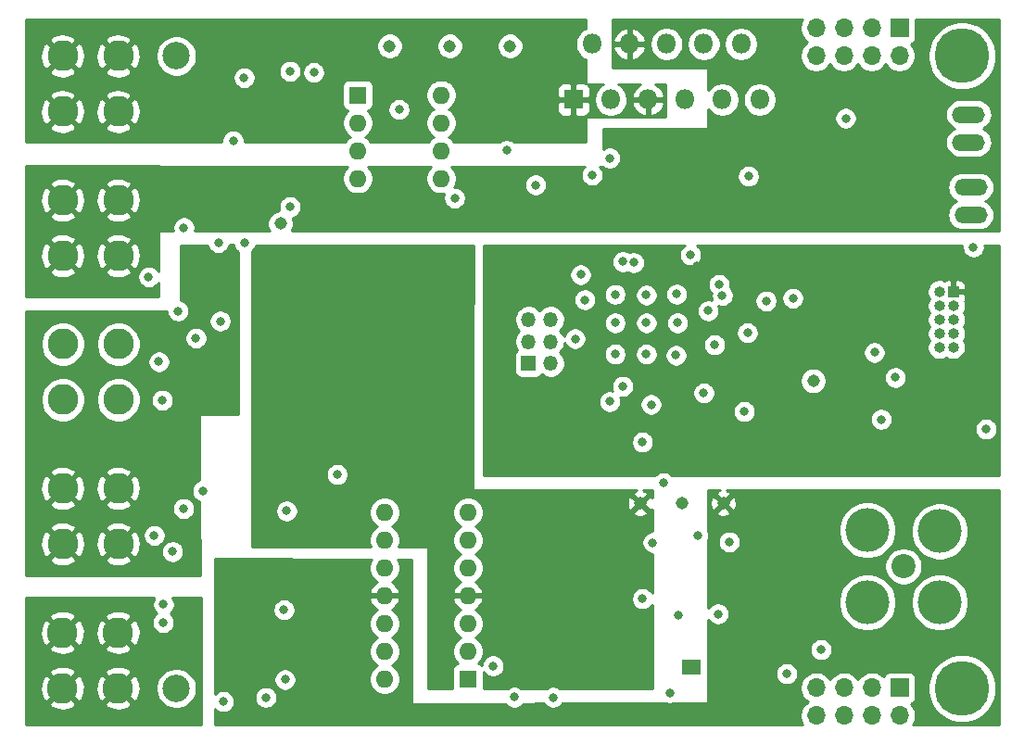
<source format=gbr>
G04 #@! TF.GenerationSoftware,KiCad,Pcbnew,(5.1.12-1-10_14)*
G04 #@! TF.CreationDate,2022-10-09T23:27:55+02:00*
G04 #@! TF.ProjectId,Boat Channel Board,426f6174-2043-4686-916e-6e656c20426f,rev?*
G04 #@! TF.SameCoordinates,Original*
G04 #@! TF.FileFunction,Copper,L3,Inr*
G04 #@! TF.FilePolarity,Positive*
%FSLAX46Y46*%
G04 Gerber Fmt 4.6, Leading zero omitted, Abs format (unit mm)*
G04 Created by KiCad (PCBNEW (5.1.12-1-10_14)) date 2022-10-09 23:27:55*
%MOMM*%
%LPD*%
G01*
G04 APERTURE LIST*
G04 #@! TA.AperFunction,ComponentPad*
%ADD10C,1.143000*%
G04 #@! TD*
G04 #@! TA.AperFunction,ComponentPad*
%ADD11R,1.000000X1.000000*%
G04 #@! TD*
G04 #@! TA.AperFunction,ComponentPad*
%ADD12O,1.000000X1.000000*%
G04 #@! TD*
G04 #@! TA.AperFunction,ComponentPad*
%ADD13C,4.000000*%
G04 #@! TD*
G04 #@! TA.AperFunction,ComponentPad*
%ADD14C,2.200000*%
G04 #@! TD*
G04 #@! TA.AperFunction,ComponentPad*
%ADD15R,1.700000X1.700000*%
G04 #@! TD*
G04 #@! TA.AperFunction,ComponentPad*
%ADD16O,1.700000X1.700000*%
G04 #@! TD*
G04 #@! TA.AperFunction,ComponentPad*
%ADD17R,1.350000X1.350000*%
G04 #@! TD*
G04 #@! TA.AperFunction,ComponentPad*
%ADD18O,1.350000X1.350000*%
G04 #@! TD*
G04 #@! TA.AperFunction,ComponentPad*
%ADD19C,2.500000*%
G04 #@! TD*
G04 #@! TA.AperFunction,ComponentPad*
%ADD20C,5.000000*%
G04 #@! TD*
G04 #@! TA.AperFunction,ComponentPad*
%ADD21R,1.800000X1.800000*%
G04 #@! TD*
G04 #@! TA.AperFunction,ComponentPad*
%ADD22O,1.800000X1.800000*%
G04 #@! TD*
G04 #@! TA.AperFunction,ComponentPad*
%ADD23C,2.800000*%
G04 #@! TD*
G04 #@! TA.AperFunction,ComponentPad*
%ADD24R,1.740000X1.450000*%
G04 #@! TD*
G04 #@! TA.AperFunction,ComponentPad*
%ADD25R,1.600000X1.600000*%
G04 #@! TD*
G04 #@! TA.AperFunction,ComponentPad*
%ADD26O,1.600000X1.600000*%
G04 #@! TD*
G04 #@! TA.AperFunction,ComponentPad*
%ADD27O,3.010000X1.510000*%
G04 #@! TD*
G04 #@! TA.AperFunction,ViaPad*
%ADD28C,0.800000*%
G04 #@! TD*
G04 #@! TA.AperFunction,ViaPad*
%ADD29C,1.500000*%
G04 #@! TD*
G04 #@! TA.AperFunction,Conductor*
%ADD30C,0.254000*%
G04 #@! TD*
G04 #@! TA.AperFunction,Conductor*
%ADD31C,0.025400*%
G04 #@! TD*
G04 APERTURE END LIST*
D10*
X82730000Y-66340000D03*
D11*
X144200000Y-72560000D03*
D12*
X142930000Y-72560000D03*
X144200000Y-73830000D03*
X142930000Y-73830000D03*
X144200000Y-75100000D03*
X142930000Y-75100000D03*
X144200000Y-76370000D03*
X142930000Y-76370000D03*
X144200000Y-77640000D03*
X142930000Y-77640000D03*
D13*
X136350000Y-94350000D03*
X142950000Y-94450000D03*
X142950000Y-100950000D03*
X136350000Y-100950000D03*
D14*
X139650000Y-97650000D03*
D15*
X139300000Y-108750000D03*
D16*
X139300000Y-111290000D03*
X136760000Y-108750000D03*
X136760000Y-111290000D03*
X134220000Y-108750000D03*
X134220000Y-111290000D03*
X131680000Y-108750000D03*
X131680000Y-111290000D03*
D17*
X105400000Y-79100000D03*
D18*
X107400000Y-79100000D03*
X105400000Y-77100000D03*
X107400000Y-77100000D03*
X105400000Y-75100000D03*
X107400000Y-75100000D03*
D15*
X139280000Y-48460000D03*
D16*
X139280000Y-51000000D03*
X136740000Y-48460000D03*
X136740000Y-51000000D03*
X134200000Y-48460000D03*
X134200000Y-51000000D03*
X131660000Y-48460000D03*
X131660000Y-51000000D03*
D19*
X73200000Y-51000000D03*
X73200000Y-108800000D03*
D20*
X145000000Y-108800000D03*
X145000000Y-51000000D03*
D10*
X119400000Y-91900000D03*
X131400000Y-80700000D03*
X123200000Y-91900000D03*
X115600000Y-91900000D03*
X103700000Y-50100000D03*
X98200000Y-50100000D03*
X92700000Y-50100000D03*
D21*
X109500000Y-55000000D03*
D22*
X111200000Y-49920000D03*
X112900000Y-55000000D03*
X114600000Y-49920000D03*
X116300000Y-55000000D03*
X118000000Y-49920000D03*
X119700000Y-55000000D03*
X121400000Y-49920000D03*
X123100000Y-55000000D03*
X124800000Y-49920000D03*
X126500000Y-55000000D03*
D23*
X62820000Y-56090000D03*
X67900000Y-56090000D03*
X67900000Y-51010000D03*
X62820000Y-51010000D03*
X62810000Y-108780000D03*
X67890000Y-108780000D03*
X67890000Y-103700000D03*
X62810000Y-103700000D03*
X62830000Y-95600000D03*
X67910000Y-95600000D03*
X67910000Y-90520000D03*
X62830000Y-90520000D03*
X62830000Y-82430000D03*
X67910000Y-82430000D03*
X67910000Y-77350000D03*
X62830000Y-77350000D03*
X62830000Y-69270000D03*
X67910000Y-69270000D03*
X67910000Y-64190000D03*
X62830000Y-64190000D03*
D24*
X120300000Y-106900000D03*
D25*
X89780000Y-54580000D03*
D26*
X97400000Y-62200000D03*
X89780000Y-57120000D03*
X97400000Y-59660000D03*
X89780000Y-59660000D03*
X97400000Y-57120000D03*
X89780000Y-62200000D03*
X97400000Y-54580000D03*
D27*
X145800000Y-65540000D03*
X145800000Y-63000000D03*
X145600000Y-58900000D03*
X145600000Y-56360000D03*
D25*
X99850000Y-107950000D03*
D26*
X92230000Y-92710000D03*
X99850000Y-105410000D03*
X92230000Y-95250000D03*
X99850000Y-102870000D03*
X92230000Y-97790000D03*
X99850000Y-100330000D03*
X92230000Y-100330000D03*
X99850000Y-97790000D03*
X92230000Y-102870000D03*
X99850000Y-95250000D03*
X92230000Y-105410000D03*
X99850000Y-92710000D03*
X92230000Y-107950000D03*
D28*
X116150000Y-75400000D03*
X119000000Y-75400000D03*
X113300000Y-75400000D03*
X116150000Y-78250000D03*
X116150000Y-72850000D03*
X113300000Y-78250000D03*
X113300000Y-72800000D03*
X78400000Y-58750000D03*
X85770000Y-52510000D03*
X93570000Y-55900000D03*
X72040000Y-101130000D03*
X72010000Y-102780000D03*
X87900000Y-89250000D03*
X117710000Y-90010000D03*
X112810000Y-60350000D03*
X106040000Y-62790000D03*
X71620000Y-78950000D03*
X75000000Y-76800000D03*
X77230000Y-75240000D03*
X73380000Y-74320000D03*
X70680000Y-71200000D03*
X77050000Y-68080000D03*
X79440000Y-68070000D03*
X73910000Y-66690000D03*
X72870000Y-96300000D03*
X71200000Y-94820000D03*
X75630000Y-90750000D03*
X73880000Y-92370000D03*
X83290000Y-92580000D03*
X83040000Y-101620000D03*
X81390000Y-109630000D03*
X71940000Y-82460000D03*
X104090000Y-109600000D03*
X107630000Y-109620000D03*
X128970000Y-107470000D03*
X123720000Y-95410000D03*
X116740000Y-95480000D03*
X125490000Y-62000000D03*
X134370000Y-56710000D03*
X118300000Y-109200000D03*
X83140000Y-108000000D03*
X103400000Y-59640000D03*
X111200000Y-61900000D03*
X77490000Y-110000000D03*
X115800000Y-100600000D03*
X83600000Y-52400000D03*
X98650000Y-64000000D03*
X132110000Y-105270000D03*
X125400000Y-76300000D03*
X122700000Y-102000000D03*
X102150000Y-106750000D03*
X129550000Y-73150000D03*
X120850000Y-94850000D03*
X110150000Y-71000000D03*
X118925000Y-72775000D03*
X118856250Y-78356250D03*
D29*
X91390000Y-71610000D03*
X82550000Y-73650000D03*
X89000000Y-71600000D03*
D28*
X102600000Y-103800000D03*
X114400000Y-103600000D03*
X120200000Y-69200000D03*
X114000000Y-69800000D03*
X110550000Y-73300000D03*
X115000000Y-69900000D03*
X115800000Y-86300000D03*
X122400000Y-77400000D03*
X137000000Y-78100000D03*
X125100000Y-83500000D03*
X137614999Y-84225001D03*
X109650000Y-76850000D03*
X117900000Y-64800000D03*
X129700000Y-105400000D03*
D29*
X78300000Y-103900000D03*
D28*
X128800000Y-99400000D03*
X79500000Y-97800000D03*
D29*
X77050000Y-81700000D03*
X74700000Y-70060000D03*
X73050000Y-105900000D03*
D28*
X79400000Y-53000000D03*
X123100000Y-72900000D03*
X119100000Y-102100000D03*
X127100000Y-73400000D03*
X122800000Y-71900000D03*
X121800000Y-74300000D03*
X83600000Y-64800000D03*
X116588385Y-82859218D03*
X138900000Y-80400000D03*
X146030000Y-68480000D03*
X121400000Y-81800000D03*
X147200000Y-85100000D03*
X114000000Y-81200000D03*
X112800000Y-82600000D03*
X109500000Y-72350000D03*
X126400000Y-88200000D03*
X118100000Y-81900000D03*
X120800000Y-70200000D03*
X117600000Y-69900000D03*
X103100000Y-83200000D03*
X102000000Y-83200000D03*
X104300000Y-83200000D03*
X121800000Y-75800000D03*
X103640000Y-77280000D03*
D30*
X130344010Y-47756589D02*
X130232068Y-48026842D01*
X130175000Y-48313740D01*
X130175000Y-48606260D01*
X130232068Y-48893158D01*
X130344010Y-49163411D01*
X130506525Y-49406632D01*
X130713368Y-49613475D01*
X130887760Y-49730000D01*
X130713368Y-49846525D01*
X130506525Y-50053368D01*
X130344010Y-50296589D01*
X130232068Y-50566842D01*
X130175000Y-50853740D01*
X130175000Y-51146260D01*
X130232068Y-51433158D01*
X130344010Y-51703411D01*
X130506525Y-51946632D01*
X130713368Y-52153475D01*
X130956589Y-52315990D01*
X131226842Y-52427932D01*
X131513740Y-52485000D01*
X131806260Y-52485000D01*
X132093158Y-52427932D01*
X132363411Y-52315990D01*
X132606632Y-52153475D01*
X132813475Y-51946632D01*
X132930000Y-51772240D01*
X133046525Y-51946632D01*
X133253368Y-52153475D01*
X133496589Y-52315990D01*
X133766842Y-52427932D01*
X134053740Y-52485000D01*
X134346260Y-52485000D01*
X134633158Y-52427932D01*
X134903411Y-52315990D01*
X135146632Y-52153475D01*
X135353475Y-51946632D01*
X135470000Y-51772240D01*
X135586525Y-51946632D01*
X135793368Y-52153475D01*
X136036589Y-52315990D01*
X136306842Y-52427932D01*
X136593740Y-52485000D01*
X136886260Y-52485000D01*
X137173158Y-52427932D01*
X137443411Y-52315990D01*
X137686632Y-52153475D01*
X137893475Y-51946632D01*
X138010000Y-51772240D01*
X138126525Y-51946632D01*
X138333368Y-52153475D01*
X138576589Y-52315990D01*
X138846842Y-52427932D01*
X139133740Y-52485000D01*
X139426260Y-52485000D01*
X139713158Y-52427932D01*
X139983411Y-52315990D01*
X140226632Y-52153475D01*
X140433475Y-51946632D01*
X140595990Y-51703411D01*
X140707932Y-51433158D01*
X140765000Y-51146260D01*
X140765000Y-50853740D01*
X140732675Y-50691229D01*
X141865000Y-50691229D01*
X141865000Y-51308771D01*
X141985476Y-51914446D01*
X142221799Y-52484979D01*
X142564886Y-52998446D01*
X143001554Y-53435114D01*
X143515021Y-53778201D01*
X144085554Y-54014524D01*
X144691229Y-54135000D01*
X145308771Y-54135000D01*
X145914446Y-54014524D01*
X146484979Y-53778201D01*
X146998446Y-53435114D01*
X147435114Y-52998446D01*
X147778201Y-52484979D01*
X148014524Y-51914446D01*
X148135000Y-51308771D01*
X148135000Y-50691229D01*
X148014524Y-50085554D01*
X147778201Y-49515021D01*
X147435114Y-49001554D01*
X146998446Y-48564886D01*
X146484979Y-48221799D01*
X145914446Y-47985476D01*
X145308771Y-47865000D01*
X144691229Y-47865000D01*
X144085554Y-47985476D01*
X143515021Y-48221799D01*
X143001554Y-48564886D01*
X142564886Y-49001554D01*
X142221799Y-49515021D01*
X141985476Y-50085554D01*
X141865000Y-50691229D01*
X140732675Y-50691229D01*
X140707932Y-50566842D01*
X140595990Y-50296589D01*
X140433475Y-50053368D01*
X140301620Y-49921513D01*
X140374180Y-49899502D01*
X140484494Y-49840537D01*
X140581185Y-49761185D01*
X140660537Y-49664494D01*
X140719502Y-49554180D01*
X140755812Y-49434482D01*
X140768072Y-49310000D01*
X140768072Y-47660000D01*
X148340000Y-47660000D01*
X148340000Y-66973000D01*
X83758089Y-66973000D01*
X83799187Y-66911492D01*
X83890135Y-66691923D01*
X83936500Y-66458830D01*
X83936500Y-66221170D01*
X83890135Y-65988077D01*
X83817230Y-65812067D01*
X83901898Y-65795226D01*
X84090256Y-65717205D01*
X84259774Y-65603937D01*
X84403937Y-65459774D01*
X84517205Y-65290256D01*
X84595226Y-65101898D01*
X84635000Y-64901939D01*
X84635000Y-64698061D01*
X84595226Y-64498102D01*
X84517205Y-64309744D01*
X84403937Y-64140226D01*
X84259774Y-63996063D01*
X84090256Y-63882795D01*
X83901898Y-63804774D01*
X83701939Y-63765000D01*
X83498061Y-63765000D01*
X83298102Y-63804774D01*
X83109744Y-63882795D01*
X82940226Y-63996063D01*
X82796063Y-64140226D01*
X82682795Y-64309744D01*
X82604774Y-64498102D01*
X82565000Y-64698061D01*
X82565000Y-64901939D01*
X82604774Y-65101898D01*
X82617864Y-65133500D01*
X82611170Y-65133500D01*
X82378077Y-65179865D01*
X82158508Y-65270813D01*
X81960901Y-65402850D01*
X81792850Y-65570901D01*
X81660813Y-65768508D01*
X81569865Y-65988077D01*
X81523500Y-66221170D01*
X81523500Y-66458830D01*
X81569865Y-66691923D01*
X81660813Y-66911492D01*
X81701911Y-66973000D01*
X74908985Y-66973000D01*
X74945000Y-66791939D01*
X74945000Y-66588061D01*
X74905226Y-66388102D01*
X74827205Y-66199744D01*
X74713937Y-66030226D01*
X74569774Y-65886063D01*
X74400256Y-65772795D01*
X74211898Y-65694774D01*
X74011939Y-65655000D01*
X73808061Y-65655000D01*
X73608102Y-65694774D01*
X73419744Y-65772795D01*
X73250226Y-65886063D01*
X73106063Y-66030226D01*
X72992795Y-66199744D01*
X72914774Y-66388102D01*
X72875000Y-66588061D01*
X72875000Y-66791939D01*
X72911015Y-66973000D01*
X71700000Y-66973000D01*
X71675224Y-66975440D01*
X71651399Y-66982667D01*
X71629443Y-66994403D01*
X71610197Y-67010197D01*
X71594403Y-67029443D01*
X71582667Y-67051399D01*
X71575440Y-67075224D01*
X71573000Y-67100000D01*
X71573000Y-70673519D01*
X71483937Y-70540226D01*
X71339774Y-70396063D01*
X71170256Y-70282795D01*
X70981898Y-70204774D01*
X70781939Y-70165000D01*
X70578061Y-70165000D01*
X70378102Y-70204774D01*
X70189744Y-70282795D01*
X70020226Y-70396063D01*
X69876063Y-70540226D01*
X69762795Y-70709744D01*
X69684774Y-70898102D01*
X69645000Y-71098061D01*
X69645000Y-71301939D01*
X69684774Y-71501898D01*
X69762795Y-71690256D01*
X69876063Y-71859774D01*
X70020226Y-72003937D01*
X70189744Y-72117205D01*
X70378102Y-72195226D01*
X70578061Y-72235000D01*
X70781939Y-72235000D01*
X70981898Y-72195226D01*
X71170256Y-72117205D01*
X71339774Y-72003937D01*
X71483937Y-71859774D01*
X71573000Y-71726481D01*
X71573000Y-72973000D01*
X59460000Y-72973000D01*
X59460000Y-70690447D01*
X61589158Y-70690447D01*
X61733135Y-70995770D01*
X62090892Y-71176597D01*
X62477053Y-71284155D01*
X62876777Y-71314310D01*
X63274704Y-71265904D01*
X63655540Y-71140795D01*
X63926865Y-70995770D01*
X64070842Y-70690447D01*
X66669158Y-70690447D01*
X66813135Y-70995770D01*
X67170892Y-71176597D01*
X67557053Y-71284155D01*
X67956777Y-71314310D01*
X68354704Y-71265904D01*
X68735540Y-71140795D01*
X69006865Y-70995770D01*
X69150842Y-70690447D01*
X67910000Y-69449605D01*
X66669158Y-70690447D01*
X64070842Y-70690447D01*
X62830000Y-69449605D01*
X61589158Y-70690447D01*
X59460000Y-70690447D01*
X59460000Y-69316777D01*
X60785690Y-69316777D01*
X60834096Y-69714704D01*
X60959205Y-70095540D01*
X61104230Y-70366865D01*
X61409553Y-70510842D01*
X62650395Y-69270000D01*
X63009605Y-69270000D01*
X64250447Y-70510842D01*
X64555770Y-70366865D01*
X64736597Y-70009108D01*
X64844155Y-69622947D01*
X64867252Y-69316777D01*
X65865690Y-69316777D01*
X65914096Y-69714704D01*
X66039205Y-70095540D01*
X66184230Y-70366865D01*
X66489553Y-70510842D01*
X67730395Y-69270000D01*
X68089605Y-69270000D01*
X69330447Y-70510842D01*
X69635770Y-70366865D01*
X69816597Y-70009108D01*
X69924155Y-69622947D01*
X69954310Y-69223223D01*
X69905904Y-68825296D01*
X69780795Y-68444460D01*
X69635770Y-68173135D01*
X69330447Y-68029158D01*
X68089605Y-69270000D01*
X67730395Y-69270000D01*
X66489553Y-68029158D01*
X66184230Y-68173135D01*
X66003403Y-68530892D01*
X65895845Y-68917053D01*
X65865690Y-69316777D01*
X64867252Y-69316777D01*
X64874310Y-69223223D01*
X64825904Y-68825296D01*
X64700795Y-68444460D01*
X64555770Y-68173135D01*
X64250447Y-68029158D01*
X63009605Y-69270000D01*
X62650395Y-69270000D01*
X61409553Y-68029158D01*
X61104230Y-68173135D01*
X60923403Y-68530892D01*
X60815845Y-68917053D01*
X60785690Y-69316777D01*
X59460000Y-69316777D01*
X59460000Y-67849553D01*
X61589158Y-67849553D01*
X62830000Y-69090395D01*
X64070842Y-67849553D01*
X66669158Y-67849553D01*
X67910000Y-69090395D01*
X69150842Y-67849553D01*
X69006865Y-67544230D01*
X68649108Y-67363403D01*
X68262947Y-67255845D01*
X67863223Y-67225690D01*
X67465296Y-67274096D01*
X67084460Y-67399205D01*
X66813135Y-67544230D01*
X66669158Y-67849553D01*
X64070842Y-67849553D01*
X63926865Y-67544230D01*
X63569108Y-67363403D01*
X63182947Y-67255845D01*
X62783223Y-67225690D01*
X62385296Y-67274096D01*
X62004460Y-67399205D01*
X61733135Y-67544230D01*
X61589158Y-67849553D01*
X59460000Y-67849553D01*
X59460000Y-65610447D01*
X61589158Y-65610447D01*
X61733135Y-65915770D01*
X62090892Y-66096597D01*
X62477053Y-66204155D01*
X62876777Y-66234310D01*
X63274704Y-66185904D01*
X63655540Y-66060795D01*
X63926865Y-65915770D01*
X64070842Y-65610447D01*
X66669158Y-65610447D01*
X66813135Y-65915770D01*
X67170892Y-66096597D01*
X67557053Y-66204155D01*
X67956777Y-66234310D01*
X68354704Y-66185904D01*
X68735540Y-66060795D01*
X69006865Y-65915770D01*
X69150842Y-65610447D01*
X67910000Y-64369605D01*
X66669158Y-65610447D01*
X64070842Y-65610447D01*
X62830000Y-64369605D01*
X61589158Y-65610447D01*
X59460000Y-65610447D01*
X59460000Y-64236777D01*
X60785690Y-64236777D01*
X60834096Y-64634704D01*
X60959205Y-65015540D01*
X61104230Y-65286865D01*
X61409553Y-65430842D01*
X62650395Y-64190000D01*
X63009605Y-64190000D01*
X64250447Y-65430842D01*
X64555770Y-65286865D01*
X64736597Y-64929108D01*
X64844155Y-64542947D01*
X64867252Y-64236777D01*
X65865690Y-64236777D01*
X65914096Y-64634704D01*
X66039205Y-65015540D01*
X66184230Y-65286865D01*
X66489553Y-65430842D01*
X67730395Y-64190000D01*
X68089605Y-64190000D01*
X69330447Y-65430842D01*
X69635770Y-65286865D01*
X69816597Y-64929108D01*
X69924155Y-64542947D01*
X69954310Y-64143223D01*
X69905904Y-63745296D01*
X69780795Y-63364460D01*
X69635770Y-63093135D01*
X69330447Y-62949158D01*
X68089605Y-64190000D01*
X67730395Y-64190000D01*
X66489553Y-62949158D01*
X66184230Y-63093135D01*
X66003403Y-63450892D01*
X65895845Y-63837053D01*
X65865690Y-64236777D01*
X64867252Y-64236777D01*
X64874310Y-64143223D01*
X64825904Y-63745296D01*
X64700795Y-63364460D01*
X64555770Y-63093135D01*
X64250447Y-62949158D01*
X63009605Y-64190000D01*
X62650395Y-64190000D01*
X61409553Y-62949158D01*
X61104230Y-63093135D01*
X60923403Y-63450892D01*
X60815845Y-63837053D01*
X60785690Y-64236777D01*
X59460000Y-64236777D01*
X59460000Y-62769553D01*
X61589158Y-62769553D01*
X62830000Y-64010395D01*
X64070842Y-62769553D01*
X66669158Y-62769553D01*
X67910000Y-64010395D01*
X69150842Y-62769553D01*
X69006865Y-62464230D01*
X68649108Y-62283403D01*
X68262947Y-62175845D01*
X67863223Y-62145690D01*
X67465296Y-62194096D01*
X67084460Y-62319205D01*
X66813135Y-62464230D01*
X66669158Y-62769553D01*
X64070842Y-62769553D01*
X63926865Y-62464230D01*
X63569108Y-62283403D01*
X63182947Y-62175845D01*
X62783223Y-62145690D01*
X62385296Y-62194096D01*
X62004460Y-62319205D01*
X61733135Y-62464230D01*
X61589158Y-62769553D01*
X59460000Y-62769553D01*
X59460000Y-61027000D01*
X71576115Y-61027000D01*
X71582667Y-61048601D01*
X71594403Y-61070557D01*
X71610197Y-61089803D01*
X71629443Y-61105597D01*
X71651399Y-61117333D01*
X71675224Y-61124560D01*
X71700000Y-61127000D01*
X88823604Y-61127000D01*
X88665363Y-61285241D01*
X88508320Y-61520273D01*
X88400147Y-61781426D01*
X88345000Y-62058665D01*
X88345000Y-62341335D01*
X88400147Y-62618574D01*
X88508320Y-62879727D01*
X88665363Y-63114759D01*
X88865241Y-63314637D01*
X89100273Y-63471680D01*
X89361426Y-63579853D01*
X89638665Y-63635000D01*
X89921335Y-63635000D01*
X90198574Y-63579853D01*
X90459727Y-63471680D01*
X90694759Y-63314637D01*
X90894637Y-63114759D01*
X91051680Y-62879727D01*
X91159853Y-62618574D01*
X91215000Y-62341335D01*
X91215000Y-62058665D01*
X91159853Y-61781426D01*
X91051680Y-61520273D01*
X90894637Y-61285241D01*
X90736396Y-61127000D01*
X96443604Y-61127000D01*
X96285363Y-61285241D01*
X96128320Y-61520273D01*
X96020147Y-61781426D01*
X95965000Y-62058665D01*
X95965000Y-62341335D01*
X96020147Y-62618574D01*
X96128320Y-62879727D01*
X96285363Y-63114759D01*
X96485241Y-63314637D01*
X96720273Y-63471680D01*
X96981426Y-63579853D01*
X97258665Y-63635000D01*
X97541335Y-63635000D01*
X97693445Y-63604743D01*
X97654774Y-63698102D01*
X97615000Y-63898061D01*
X97615000Y-64101939D01*
X97654774Y-64301898D01*
X97732795Y-64490256D01*
X97846063Y-64659774D01*
X97990226Y-64803937D01*
X98159744Y-64917205D01*
X98348102Y-64995226D01*
X98548061Y-65035000D01*
X98751939Y-65035000D01*
X98951898Y-64995226D01*
X99140256Y-64917205D01*
X99309774Y-64803937D01*
X99453937Y-64659774D01*
X99567205Y-64490256D01*
X99645226Y-64301898D01*
X99685000Y-64101939D01*
X99685000Y-63898061D01*
X99645226Y-63698102D01*
X99567205Y-63509744D01*
X99453937Y-63340226D01*
X99309774Y-63196063D01*
X99140256Y-63082795D01*
X98951898Y-63004774D01*
X98751939Y-62965000D01*
X98614703Y-62965000D01*
X98671680Y-62879727D01*
X98751070Y-62688061D01*
X105005000Y-62688061D01*
X105005000Y-62891939D01*
X105044774Y-63091898D01*
X105122795Y-63280256D01*
X105236063Y-63449774D01*
X105380226Y-63593937D01*
X105549744Y-63707205D01*
X105738102Y-63785226D01*
X105938061Y-63825000D01*
X106141939Y-63825000D01*
X106341898Y-63785226D01*
X106530256Y-63707205D01*
X106699774Y-63593937D01*
X106843937Y-63449774D01*
X106957205Y-63280256D01*
X107035226Y-63091898D01*
X107075000Y-62891939D01*
X107075000Y-62688061D01*
X107035226Y-62488102D01*
X106957205Y-62299744D01*
X106843937Y-62130226D01*
X106699774Y-61986063D01*
X106530256Y-61872795D01*
X106341898Y-61794774D01*
X106141939Y-61755000D01*
X105938061Y-61755000D01*
X105738102Y-61794774D01*
X105549744Y-61872795D01*
X105380226Y-61986063D01*
X105236063Y-62130226D01*
X105122795Y-62299744D01*
X105044774Y-62488102D01*
X105005000Y-62688061D01*
X98751070Y-62688061D01*
X98779853Y-62618574D01*
X98835000Y-62341335D01*
X98835000Y-62058665D01*
X98779853Y-61781426D01*
X98671680Y-61520273D01*
X98514637Y-61285241D01*
X98356396Y-61127000D01*
X110509289Y-61127000D01*
X110396063Y-61240226D01*
X110282795Y-61409744D01*
X110204774Y-61598102D01*
X110165000Y-61798061D01*
X110165000Y-62001939D01*
X110204774Y-62201898D01*
X110282795Y-62390256D01*
X110396063Y-62559774D01*
X110540226Y-62703937D01*
X110709744Y-62817205D01*
X110898102Y-62895226D01*
X111098061Y-62935000D01*
X111301939Y-62935000D01*
X111501898Y-62895226D01*
X111690256Y-62817205D01*
X111859774Y-62703937D01*
X112003937Y-62559774D01*
X112117205Y-62390256D01*
X112195226Y-62201898D01*
X112235000Y-62001939D01*
X112235000Y-61898061D01*
X124455000Y-61898061D01*
X124455000Y-62101939D01*
X124494774Y-62301898D01*
X124572795Y-62490256D01*
X124686063Y-62659774D01*
X124830226Y-62803937D01*
X124999744Y-62917205D01*
X125188102Y-62995226D01*
X125388061Y-63035000D01*
X125591939Y-63035000D01*
X125767897Y-63000000D01*
X143653275Y-63000000D01*
X143680113Y-63272488D01*
X143759594Y-63534504D01*
X143888666Y-63775979D01*
X144062366Y-63987634D01*
X144274021Y-64161334D01*
X144477319Y-64270000D01*
X144274021Y-64378666D01*
X144062366Y-64552366D01*
X143888666Y-64764021D01*
X143759594Y-65005496D01*
X143680113Y-65267512D01*
X143653275Y-65540000D01*
X143680113Y-65812488D01*
X143759594Y-66074504D01*
X143888666Y-66315979D01*
X144062366Y-66527634D01*
X144274021Y-66701334D01*
X144515496Y-66830406D01*
X144777512Y-66909887D01*
X144981721Y-66930000D01*
X146618279Y-66930000D01*
X146822488Y-66909887D01*
X147084504Y-66830406D01*
X147325979Y-66701334D01*
X147537634Y-66527634D01*
X147711334Y-66315979D01*
X147840406Y-66074504D01*
X147919887Y-65812488D01*
X147946725Y-65540000D01*
X147919887Y-65267512D01*
X147840406Y-65005496D01*
X147711334Y-64764021D01*
X147537634Y-64552366D01*
X147325979Y-64378666D01*
X147122681Y-64270000D01*
X147325979Y-64161334D01*
X147537634Y-63987634D01*
X147711334Y-63775979D01*
X147840406Y-63534504D01*
X147919887Y-63272488D01*
X147946725Y-63000000D01*
X147919887Y-62727512D01*
X147840406Y-62465496D01*
X147711334Y-62224021D01*
X147537634Y-62012366D01*
X147325979Y-61838666D01*
X147084504Y-61709594D01*
X146822488Y-61630113D01*
X146618279Y-61610000D01*
X144981721Y-61610000D01*
X144777512Y-61630113D01*
X144515496Y-61709594D01*
X144274021Y-61838666D01*
X144062366Y-62012366D01*
X143888666Y-62224021D01*
X143759594Y-62465496D01*
X143680113Y-62727512D01*
X143653275Y-63000000D01*
X125767897Y-63000000D01*
X125791898Y-62995226D01*
X125980256Y-62917205D01*
X126149774Y-62803937D01*
X126293937Y-62659774D01*
X126407205Y-62490256D01*
X126485226Y-62301898D01*
X126525000Y-62101939D01*
X126525000Y-61898061D01*
X126485226Y-61698102D01*
X126407205Y-61509744D01*
X126293937Y-61340226D01*
X126149774Y-61196063D01*
X125980256Y-61082795D01*
X125791898Y-61004774D01*
X125591939Y-60965000D01*
X125388061Y-60965000D01*
X125188102Y-61004774D01*
X124999744Y-61082795D01*
X124830226Y-61196063D01*
X124686063Y-61340226D01*
X124572795Y-61509744D01*
X124494774Y-61698102D01*
X124455000Y-61898061D01*
X112235000Y-61898061D01*
X112235000Y-61798061D01*
X112195226Y-61598102D01*
X112117205Y-61409744D01*
X112003937Y-61240226D01*
X111890711Y-61127000D01*
X112100000Y-61127000D01*
X112121201Y-61124912D01*
X112150226Y-61153937D01*
X112319744Y-61267205D01*
X112508102Y-61345226D01*
X112708061Y-61385000D01*
X112911939Y-61385000D01*
X113111898Y-61345226D01*
X113300256Y-61267205D01*
X113469774Y-61153937D01*
X113613937Y-61009774D01*
X113727205Y-60840256D01*
X113805226Y-60651898D01*
X113845000Y-60451939D01*
X113845000Y-60248061D01*
X113805226Y-60048102D01*
X113727205Y-59859744D01*
X113613937Y-59690226D01*
X113469774Y-59546063D01*
X113300256Y-59432795D01*
X113111898Y-59354774D01*
X112911939Y-59315000D01*
X112708061Y-59315000D01*
X112508102Y-59354774D01*
X112319744Y-59432795D01*
X112227000Y-59494764D01*
X112227000Y-57627000D01*
X121700000Y-57627000D01*
X121724776Y-57624560D01*
X121748601Y-57617333D01*
X121770557Y-57605597D01*
X121789803Y-57589803D01*
X121805597Y-57570557D01*
X121817333Y-57548601D01*
X121824560Y-57524776D01*
X121827000Y-57500000D01*
X121827000Y-56608061D01*
X133335000Y-56608061D01*
X133335000Y-56811939D01*
X133374774Y-57011898D01*
X133452795Y-57200256D01*
X133566063Y-57369774D01*
X133710226Y-57513937D01*
X133879744Y-57627205D01*
X134068102Y-57705226D01*
X134268061Y-57745000D01*
X134471939Y-57745000D01*
X134671898Y-57705226D01*
X134860256Y-57627205D01*
X135029774Y-57513937D01*
X135173937Y-57369774D01*
X135287205Y-57200256D01*
X135365226Y-57011898D01*
X135405000Y-56811939D01*
X135405000Y-56608061D01*
X135365226Y-56408102D01*
X135345302Y-56360000D01*
X143453275Y-56360000D01*
X143480113Y-56632488D01*
X143559594Y-56894504D01*
X143688666Y-57135979D01*
X143862366Y-57347634D01*
X144074021Y-57521334D01*
X144277319Y-57630000D01*
X144074021Y-57738666D01*
X143862366Y-57912366D01*
X143688666Y-58124021D01*
X143559594Y-58365496D01*
X143480113Y-58627512D01*
X143453275Y-58900000D01*
X143480113Y-59172488D01*
X143559594Y-59434504D01*
X143688666Y-59675979D01*
X143862366Y-59887634D01*
X144074021Y-60061334D01*
X144315496Y-60190406D01*
X144577512Y-60269887D01*
X144781721Y-60290000D01*
X146418279Y-60290000D01*
X146622488Y-60269887D01*
X146884504Y-60190406D01*
X147125979Y-60061334D01*
X147337634Y-59887634D01*
X147511334Y-59675979D01*
X147640406Y-59434504D01*
X147719887Y-59172488D01*
X147746725Y-58900000D01*
X147719887Y-58627512D01*
X147640406Y-58365496D01*
X147511334Y-58124021D01*
X147337634Y-57912366D01*
X147125979Y-57738666D01*
X146922681Y-57630000D01*
X147125979Y-57521334D01*
X147337634Y-57347634D01*
X147511334Y-57135979D01*
X147640406Y-56894504D01*
X147719887Y-56632488D01*
X147746725Y-56360000D01*
X147719887Y-56087512D01*
X147640406Y-55825496D01*
X147511334Y-55584021D01*
X147337634Y-55372366D01*
X147125979Y-55198666D01*
X146884504Y-55069594D01*
X146622488Y-54990113D01*
X146418279Y-54970000D01*
X144781721Y-54970000D01*
X144577512Y-54990113D01*
X144315496Y-55069594D01*
X144074021Y-55198666D01*
X143862366Y-55372366D01*
X143688666Y-55584021D01*
X143559594Y-55825496D01*
X143480113Y-56087512D01*
X143453275Y-56360000D01*
X135345302Y-56360000D01*
X135287205Y-56219744D01*
X135173937Y-56050226D01*
X135029774Y-55906063D01*
X134860256Y-55792795D01*
X134671898Y-55714774D01*
X134471939Y-55675000D01*
X134268061Y-55675000D01*
X134068102Y-55714774D01*
X133879744Y-55792795D01*
X133710226Y-55906063D01*
X133566063Y-56050226D01*
X133452795Y-56219744D01*
X133374774Y-56408102D01*
X133335000Y-56608061D01*
X121827000Y-56608061D01*
X121827000Y-55857747D01*
X121907688Y-55978505D01*
X122121495Y-56192312D01*
X122372905Y-56360299D01*
X122652257Y-56476011D01*
X122948816Y-56535000D01*
X123251184Y-56535000D01*
X123547743Y-56476011D01*
X123827095Y-56360299D01*
X124078505Y-56192312D01*
X124292312Y-55978505D01*
X124460299Y-55727095D01*
X124576011Y-55447743D01*
X124635000Y-55151184D01*
X124635000Y-54848816D01*
X124965000Y-54848816D01*
X124965000Y-55151184D01*
X125023989Y-55447743D01*
X125139701Y-55727095D01*
X125307688Y-55978505D01*
X125521495Y-56192312D01*
X125772905Y-56360299D01*
X126052257Y-56476011D01*
X126348816Y-56535000D01*
X126651184Y-56535000D01*
X126947743Y-56476011D01*
X127227095Y-56360299D01*
X127478505Y-56192312D01*
X127692312Y-55978505D01*
X127860299Y-55727095D01*
X127976011Y-55447743D01*
X128035000Y-55151184D01*
X128035000Y-54848816D01*
X127976011Y-54552257D01*
X127860299Y-54272905D01*
X127692312Y-54021495D01*
X127478505Y-53807688D01*
X127227095Y-53639701D01*
X126947743Y-53523989D01*
X126651184Y-53465000D01*
X126348816Y-53465000D01*
X126052257Y-53523989D01*
X125772905Y-53639701D01*
X125521495Y-53807688D01*
X125307688Y-54021495D01*
X125139701Y-54272905D01*
X125023989Y-54552257D01*
X124965000Y-54848816D01*
X124635000Y-54848816D01*
X124576011Y-54552257D01*
X124460299Y-54272905D01*
X124292312Y-54021495D01*
X124078505Y-53807688D01*
X123827095Y-53639701D01*
X123547743Y-53523989D01*
X123251184Y-53465000D01*
X122948816Y-53465000D01*
X122652257Y-53523989D01*
X122372905Y-53639701D01*
X122121495Y-53807688D01*
X121907688Y-54021495D01*
X121827000Y-54142253D01*
X121827000Y-52200000D01*
X121824560Y-52175224D01*
X121817333Y-52151399D01*
X121805597Y-52129443D01*
X121789803Y-52110197D01*
X121770557Y-52094403D01*
X121748601Y-52082667D01*
X121724776Y-52075440D01*
X121700000Y-52073000D01*
X113027000Y-52073000D01*
X113027000Y-50284740D01*
X113108964Y-50284740D01*
X113157606Y-50445107D01*
X113287764Y-50716414D01*
X113468351Y-50957116D01*
X113692427Y-51157962D01*
X113951380Y-51311234D01*
X114235259Y-51411041D01*
X114473000Y-51290992D01*
X114473000Y-50047000D01*
X114727000Y-50047000D01*
X114727000Y-51290992D01*
X114964741Y-51411041D01*
X115248620Y-51311234D01*
X115507573Y-51157962D01*
X115731649Y-50957116D01*
X115912236Y-50716414D01*
X116042394Y-50445107D01*
X116091036Y-50284740D01*
X115970378Y-50047000D01*
X114727000Y-50047000D01*
X114473000Y-50047000D01*
X113229622Y-50047000D01*
X113108964Y-50284740D01*
X113027000Y-50284740D01*
X113027000Y-49555260D01*
X113108964Y-49555260D01*
X113229622Y-49793000D01*
X114473000Y-49793000D01*
X114473000Y-48549008D01*
X114727000Y-48549008D01*
X114727000Y-49793000D01*
X115970378Y-49793000D01*
X115982651Y-49768816D01*
X116465000Y-49768816D01*
X116465000Y-50071184D01*
X116523989Y-50367743D01*
X116639701Y-50647095D01*
X116807688Y-50898505D01*
X117021495Y-51112312D01*
X117272905Y-51280299D01*
X117552257Y-51396011D01*
X117848816Y-51455000D01*
X118151184Y-51455000D01*
X118447743Y-51396011D01*
X118727095Y-51280299D01*
X118978505Y-51112312D01*
X119192312Y-50898505D01*
X119360299Y-50647095D01*
X119476011Y-50367743D01*
X119535000Y-50071184D01*
X119535000Y-49768816D01*
X119865000Y-49768816D01*
X119865000Y-50071184D01*
X119923989Y-50367743D01*
X120039701Y-50647095D01*
X120207688Y-50898505D01*
X120421495Y-51112312D01*
X120672905Y-51280299D01*
X120952257Y-51396011D01*
X121248816Y-51455000D01*
X121551184Y-51455000D01*
X121847743Y-51396011D01*
X122127095Y-51280299D01*
X122378505Y-51112312D01*
X122592312Y-50898505D01*
X122760299Y-50647095D01*
X122876011Y-50367743D01*
X122935000Y-50071184D01*
X122935000Y-49768816D01*
X123265000Y-49768816D01*
X123265000Y-50071184D01*
X123323989Y-50367743D01*
X123439701Y-50647095D01*
X123607688Y-50898505D01*
X123821495Y-51112312D01*
X124072905Y-51280299D01*
X124352257Y-51396011D01*
X124648816Y-51455000D01*
X124951184Y-51455000D01*
X125247743Y-51396011D01*
X125527095Y-51280299D01*
X125778505Y-51112312D01*
X125992312Y-50898505D01*
X126160299Y-50647095D01*
X126276011Y-50367743D01*
X126335000Y-50071184D01*
X126335000Y-49768816D01*
X126276011Y-49472257D01*
X126160299Y-49192905D01*
X125992312Y-48941495D01*
X125778505Y-48727688D01*
X125527095Y-48559701D01*
X125247743Y-48443989D01*
X124951184Y-48385000D01*
X124648816Y-48385000D01*
X124352257Y-48443989D01*
X124072905Y-48559701D01*
X123821495Y-48727688D01*
X123607688Y-48941495D01*
X123439701Y-49192905D01*
X123323989Y-49472257D01*
X123265000Y-49768816D01*
X122935000Y-49768816D01*
X122876011Y-49472257D01*
X122760299Y-49192905D01*
X122592312Y-48941495D01*
X122378505Y-48727688D01*
X122127095Y-48559701D01*
X121847743Y-48443989D01*
X121551184Y-48385000D01*
X121248816Y-48385000D01*
X120952257Y-48443989D01*
X120672905Y-48559701D01*
X120421495Y-48727688D01*
X120207688Y-48941495D01*
X120039701Y-49192905D01*
X119923989Y-49472257D01*
X119865000Y-49768816D01*
X119535000Y-49768816D01*
X119476011Y-49472257D01*
X119360299Y-49192905D01*
X119192312Y-48941495D01*
X118978505Y-48727688D01*
X118727095Y-48559701D01*
X118447743Y-48443989D01*
X118151184Y-48385000D01*
X117848816Y-48385000D01*
X117552257Y-48443989D01*
X117272905Y-48559701D01*
X117021495Y-48727688D01*
X116807688Y-48941495D01*
X116639701Y-49192905D01*
X116523989Y-49472257D01*
X116465000Y-49768816D01*
X115982651Y-49768816D01*
X116091036Y-49555260D01*
X116042394Y-49394893D01*
X115912236Y-49123586D01*
X115731649Y-48882884D01*
X115507573Y-48682038D01*
X115248620Y-48528766D01*
X114964741Y-48428959D01*
X114727000Y-48549008D01*
X114473000Y-48549008D01*
X114235259Y-48428959D01*
X113951380Y-48528766D01*
X113692427Y-48682038D01*
X113468351Y-48882884D01*
X113287764Y-49123586D01*
X113157606Y-49394893D01*
X113108964Y-49555260D01*
X113027000Y-49555260D01*
X113027000Y-47660000D01*
X130408549Y-47660000D01*
X130344010Y-47756589D01*
G04 #@! TA.AperFunction,Conductor*
D31*
G36*
X130344010Y-47756589D02*
G01*
X130232068Y-48026842D01*
X130175000Y-48313740D01*
X130175000Y-48606260D01*
X130232068Y-48893158D01*
X130344010Y-49163411D01*
X130506525Y-49406632D01*
X130713368Y-49613475D01*
X130887760Y-49730000D01*
X130713368Y-49846525D01*
X130506525Y-50053368D01*
X130344010Y-50296589D01*
X130232068Y-50566842D01*
X130175000Y-50853740D01*
X130175000Y-51146260D01*
X130232068Y-51433158D01*
X130344010Y-51703411D01*
X130506525Y-51946632D01*
X130713368Y-52153475D01*
X130956589Y-52315990D01*
X131226842Y-52427932D01*
X131513740Y-52485000D01*
X131806260Y-52485000D01*
X132093158Y-52427932D01*
X132363411Y-52315990D01*
X132606632Y-52153475D01*
X132813475Y-51946632D01*
X132930000Y-51772240D01*
X133046525Y-51946632D01*
X133253368Y-52153475D01*
X133496589Y-52315990D01*
X133766842Y-52427932D01*
X134053740Y-52485000D01*
X134346260Y-52485000D01*
X134633158Y-52427932D01*
X134903411Y-52315990D01*
X135146632Y-52153475D01*
X135353475Y-51946632D01*
X135470000Y-51772240D01*
X135586525Y-51946632D01*
X135793368Y-52153475D01*
X136036589Y-52315990D01*
X136306842Y-52427932D01*
X136593740Y-52485000D01*
X136886260Y-52485000D01*
X137173158Y-52427932D01*
X137443411Y-52315990D01*
X137686632Y-52153475D01*
X137893475Y-51946632D01*
X138010000Y-51772240D01*
X138126525Y-51946632D01*
X138333368Y-52153475D01*
X138576589Y-52315990D01*
X138846842Y-52427932D01*
X139133740Y-52485000D01*
X139426260Y-52485000D01*
X139713158Y-52427932D01*
X139983411Y-52315990D01*
X140226632Y-52153475D01*
X140433475Y-51946632D01*
X140595990Y-51703411D01*
X140707932Y-51433158D01*
X140765000Y-51146260D01*
X140765000Y-50853740D01*
X140732675Y-50691229D01*
X141865000Y-50691229D01*
X141865000Y-51308771D01*
X141985476Y-51914446D01*
X142221799Y-52484979D01*
X142564886Y-52998446D01*
X143001554Y-53435114D01*
X143515021Y-53778201D01*
X144085554Y-54014524D01*
X144691229Y-54135000D01*
X145308771Y-54135000D01*
X145914446Y-54014524D01*
X146484979Y-53778201D01*
X146998446Y-53435114D01*
X147435114Y-52998446D01*
X147778201Y-52484979D01*
X148014524Y-51914446D01*
X148135000Y-51308771D01*
X148135000Y-50691229D01*
X148014524Y-50085554D01*
X147778201Y-49515021D01*
X147435114Y-49001554D01*
X146998446Y-48564886D01*
X146484979Y-48221799D01*
X145914446Y-47985476D01*
X145308771Y-47865000D01*
X144691229Y-47865000D01*
X144085554Y-47985476D01*
X143515021Y-48221799D01*
X143001554Y-48564886D01*
X142564886Y-49001554D01*
X142221799Y-49515021D01*
X141985476Y-50085554D01*
X141865000Y-50691229D01*
X140732675Y-50691229D01*
X140707932Y-50566842D01*
X140595990Y-50296589D01*
X140433475Y-50053368D01*
X140301620Y-49921513D01*
X140374180Y-49899502D01*
X140484494Y-49840537D01*
X140581185Y-49761185D01*
X140660537Y-49664494D01*
X140719502Y-49554180D01*
X140755812Y-49434482D01*
X140768072Y-49310000D01*
X140768072Y-47660000D01*
X148340000Y-47660000D01*
X148340000Y-66973000D01*
X83758089Y-66973000D01*
X83799187Y-66911492D01*
X83890135Y-66691923D01*
X83936500Y-66458830D01*
X83936500Y-66221170D01*
X83890135Y-65988077D01*
X83817230Y-65812067D01*
X83901898Y-65795226D01*
X84090256Y-65717205D01*
X84259774Y-65603937D01*
X84403937Y-65459774D01*
X84517205Y-65290256D01*
X84595226Y-65101898D01*
X84635000Y-64901939D01*
X84635000Y-64698061D01*
X84595226Y-64498102D01*
X84517205Y-64309744D01*
X84403937Y-64140226D01*
X84259774Y-63996063D01*
X84090256Y-63882795D01*
X83901898Y-63804774D01*
X83701939Y-63765000D01*
X83498061Y-63765000D01*
X83298102Y-63804774D01*
X83109744Y-63882795D01*
X82940226Y-63996063D01*
X82796063Y-64140226D01*
X82682795Y-64309744D01*
X82604774Y-64498102D01*
X82565000Y-64698061D01*
X82565000Y-64901939D01*
X82604774Y-65101898D01*
X82617864Y-65133500D01*
X82611170Y-65133500D01*
X82378077Y-65179865D01*
X82158508Y-65270813D01*
X81960901Y-65402850D01*
X81792850Y-65570901D01*
X81660813Y-65768508D01*
X81569865Y-65988077D01*
X81523500Y-66221170D01*
X81523500Y-66458830D01*
X81569865Y-66691923D01*
X81660813Y-66911492D01*
X81701911Y-66973000D01*
X74908985Y-66973000D01*
X74945000Y-66791939D01*
X74945000Y-66588061D01*
X74905226Y-66388102D01*
X74827205Y-66199744D01*
X74713937Y-66030226D01*
X74569774Y-65886063D01*
X74400256Y-65772795D01*
X74211898Y-65694774D01*
X74011939Y-65655000D01*
X73808061Y-65655000D01*
X73608102Y-65694774D01*
X73419744Y-65772795D01*
X73250226Y-65886063D01*
X73106063Y-66030226D01*
X72992795Y-66199744D01*
X72914774Y-66388102D01*
X72875000Y-66588061D01*
X72875000Y-66791939D01*
X72911015Y-66973000D01*
X71700000Y-66973000D01*
X71675224Y-66975440D01*
X71651399Y-66982667D01*
X71629443Y-66994403D01*
X71610197Y-67010197D01*
X71594403Y-67029443D01*
X71582667Y-67051399D01*
X71575440Y-67075224D01*
X71573000Y-67100000D01*
X71573000Y-70673519D01*
X71483937Y-70540226D01*
X71339774Y-70396063D01*
X71170256Y-70282795D01*
X70981898Y-70204774D01*
X70781939Y-70165000D01*
X70578061Y-70165000D01*
X70378102Y-70204774D01*
X70189744Y-70282795D01*
X70020226Y-70396063D01*
X69876063Y-70540226D01*
X69762795Y-70709744D01*
X69684774Y-70898102D01*
X69645000Y-71098061D01*
X69645000Y-71301939D01*
X69684774Y-71501898D01*
X69762795Y-71690256D01*
X69876063Y-71859774D01*
X70020226Y-72003937D01*
X70189744Y-72117205D01*
X70378102Y-72195226D01*
X70578061Y-72235000D01*
X70781939Y-72235000D01*
X70981898Y-72195226D01*
X71170256Y-72117205D01*
X71339774Y-72003937D01*
X71483937Y-71859774D01*
X71573000Y-71726481D01*
X71573000Y-72973000D01*
X59460000Y-72973000D01*
X59460000Y-70690447D01*
X61589158Y-70690447D01*
X61733135Y-70995770D01*
X62090892Y-71176597D01*
X62477053Y-71284155D01*
X62876777Y-71314310D01*
X63274704Y-71265904D01*
X63655540Y-71140795D01*
X63926865Y-70995770D01*
X64070842Y-70690447D01*
X66669158Y-70690447D01*
X66813135Y-70995770D01*
X67170892Y-71176597D01*
X67557053Y-71284155D01*
X67956777Y-71314310D01*
X68354704Y-71265904D01*
X68735540Y-71140795D01*
X69006865Y-70995770D01*
X69150842Y-70690447D01*
X67910000Y-69449605D01*
X66669158Y-70690447D01*
X64070842Y-70690447D01*
X62830000Y-69449605D01*
X61589158Y-70690447D01*
X59460000Y-70690447D01*
X59460000Y-69316777D01*
X60785690Y-69316777D01*
X60834096Y-69714704D01*
X60959205Y-70095540D01*
X61104230Y-70366865D01*
X61409553Y-70510842D01*
X62650395Y-69270000D01*
X63009605Y-69270000D01*
X64250447Y-70510842D01*
X64555770Y-70366865D01*
X64736597Y-70009108D01*
X64844155Y-69622947D01*
X64867252Y-69316777D01*
X65865690Y-69316777D01*
X65914096Y-69714704D01*
X66039205Y-70095540D01*
X66184230Y-70366865D01*
X66489553Y-70510842D01*
X67730395Y-69270000D01*
X68089605Y-69270000D01*
X69330447Y-70510842D01*
X69635770Y-70366865D01*
X69816597Y-70009108D01*
X69924155Y-69622947D01*
X69954310Y-69223223D01*
X69905904Y-68825296D01*
X69780795Y-68444460D01*
X69635770Y-68173135D01*
X69330447Y-68029158D01*
X68089605Y-69270000D01*
X67730395Y-69270000D01*
X66489553Y-68029158D01*
X66184230Y-68173135D01*
X66003403Y-68530892D01*
X65895845Y-68917053D01*
X65865690Y-69316777D01*
X64867252Y-69316777D01*
X64874310Y-69223223D01*
X64825904Y-68825296D01*
X64700795Y-68444460D01*
X64555770Y-68173135D01*
X64250447Y-68029158D01*
X63009605Y-69270000D01*
X62650395Y-69270000D01*
X61409553Y-68029158D01*
X61104230Y-68173135D01*
X60923403Y-68530892D01*
X60815845Y-68917053D01*
X60785690Y-69316777D01*
X59460000Y-69316777D01*
X59460000Y-67849553D01*
X61589158Y-67849553D01*
X62830000Y-69090395D01*
X64070842Y-67849553D01*
X66669158Y-67849553D01*
X67910000Y-69090395D01*
X69150842Y-67849553D01*
X69006865Y-67544230D01*
X68649108Y-67363403D01*
X68262947Y-67255845D01*
X67863223Y-67225690D01*
X67465296Y-67274096D01*
X67084460Y-67399205D01*
X66813135Y-67544230D01*
X66669158Y-67849553D01*
X64070842Y-67849553D01*
X63926865Y-67544230D01*
X63569108Y-67363403D01*
X63182947Y-67255845D01*
X62783223Y-67225690D01*
X62385296Y-67274096D01*
X62004460Y-67399205D01*
X61733135Y-67544230D01*
X61589158Y-67849553D01*
X59460000Y-67849553D01*
X59460000Y-65610447D01*
X61589158Y-65610447D01*
X61733135Y-65915770D01*
X62090892Y-66096597D01*
X62477053Y-66204155D01*
X62876777Y-66234310D01*
X63274704Y-66185904D01*
X63655540Y-66060795D01*
X63926865Y-65915770D01*
X64070842Y-65610447D01*
X66669158Y-65610447D01*
X66813135Y-65915770D01*
X67170892Y-66096597D01*
X67557053Y-66204155D01*
X67956777Y-66234310D01*
X68354704Y-66185904D01*
X68735540Y-66060795D01*
X69006865Y-65915770D01*
X69150842Y-65610447D01*
X67910000Y-64369605D01*
X66669158Y-65610447D01*
X64070842Y-65610447D01*
X62830000Y-64369605D01*
X61589158Y-65610447D01*
X59460000Y-65610447D01*
X59460000Y-64236777D01*
X60785690Y-64236777D01*
X60834096Y-64634704D01*
X60959205Y-65015540D01*
X61104230Y-65286865D01*
X61409553Y-65430842D01*
X62650395Y-64190000D01*
X63009605Y-64190000D01*
X64250447Y-65430842D01*
X64555770Y-65286865D01*
X64736597Y-64929108D01*
X64844155Y-64542947D01*
X64867252Y-64236777D01*
X65865690Y-64236777D01*
X65914096Y-64634704D01*
X66039205Y-65015540D01*
X66184230Y-65286865D01*
X66489553Y-65430842D01*
X67730395Y-64190000D01*
X68089605Y-64190000D01*
X69330447Y-65430842D01*
X69635770Y-65286865D01*
X69816597Y-64929108D01*
X69924155Y-64542947D01*
X69954310Y-64143223D01*
X69905904Y-63745296D01*
X69780795Y-63364460D01*
X69635770Y-63093135D01*
X69330447Y-62949158D01*
X68089605Y-64190000D01*
X67730395Y-64190000D01*
X66489553Y-62949158D01*
X66184230Y-63093135D01*
X66003403Y-63450892D01*
X65895845Y-63837053D01*
X65865690Y-64236777D01*
X64867252Y-64236777D01*
X64874310Y-64143223D01*
X64825904Y-63745296D01*
X64700795Y-63364460D01*
X64555770Y-63093135D01*
X64250447Y-62949158D01*
X63009605Y-64190000D01*
X62650395Y-64190000D01*
X61409553Y-62949158D01*
X61104230Y-63093135D01*
X60923403Y-63450892D01*
X60815845Y-63837053D01*
X60785690Y-64236777D01*
X59460000Y-64236777D01*
X59460000Y-62769553D01*
X61589158Y-62769553D01*
X62830000Y-64010395D01*
X64070842Y-62769553D01*
X66669158Y-62769553D01*
X67910000Y-64010395D01*
X69150842Y-62769553D01*
X69006865Y-62464230D01*
X68649108Y-62283403D01*
X68262947Y-62175845D01*
X67863223Y-62145690D01*
X67465296Y-62194096D01*
X67084460Y-62319205D01*
X66813135Y-62464230D01*
X66669158Y-62769553D01*
X64070842Y-62769553D01*
X63926865Y-62464230D01*
X63569108Y-62283403D01*
X63182947Y-62175845D01*
X62783223Y-62145690D01*
X62385296Y-62194096D01*
X62004460Y-62319205D01*
X61733135Y-62464230D01*
X61589158Y-62769553D01*
X59460000Y-62769553D01*
X59460000Y-61027000D01*
X71576115Y-61027000D01*
X71582667Y-61048601D01*
X71594403Y-61070557D01*
X71610197Y-61089803D01*
X71629443Y-61105597D01*
X71651399Y-61117333D01*
X71675224Y-61124560D01*
X71700000Y-61127000D01*
X88823604Y-61127000D01*
X88665363Y-61285241D01*
X88508320Y-61520273D01*
X88400147Y-61781426D01*
X88345000Y-62058665D01*
X88345000Y-62341335D01*
X88400147Y-62618574D01*
X88508320Y-62879727D01*
X88665363Y-63114759D01*
X88865241Y-63314637D01*
X89100273Y-63471680D01*
X89361426Y-63579853D01*
X89638665Y-63635000D01*
X89921335Y-63635000D01*
X90198574Y-63579853D01*
X90459727Y-63471680D01*
X90694759Y-63314637D01*
X90894637Y-63114759D01*
X91051680Y-62879727D01*
X91159853Y-62618574D01*
X91215000Y-62341335D01*
X91215000Y-62058665D01*
X91159853Y-61781426D01*
X91051680Y-61520273D01*
X90894637Y-61285241D01*
X90736396Y-61127000D01*
X96443604Y-61127000D01*
X96285363Y-61285241D01*
X96128320Y-61520273D01*
X96020147Y-61781426D01*
X95965000Y-62058665D01*
X95965000Y-62341335D01*
X96020147Y-62618574D01*
X96128320Y-62879727D01*
X96285363Y-63114759D01*
X96485241Y-63314637D01*
X96720273Y-63471680D01*
X96981426Y-63579853D01*
X97258665Y-63635000D01*
X97541335Y-63635000D01*
X97693445Y-63604743D01*
X97654774Y-63698102D01*
X97615000Y-63898061D01*
X97615000Y-64101939D01*
X97654774Y-64301898D01*
X97732795Y-64490256D01*
X97846063Y-64659774D01*
X97990226Y-64803937D01*
X98159744Y-64917205D01*
X98348102Y-64995226D01*
X98548061Y-65035000D01*
X98751939Y-65035000D01*
X98951898Y-64995226D01*
X99140256Y-64917205D01*
X99309774Y-64803937D01*
X99453937Y-64659774D01*
X99567205Y-64490256D01*
X99645226Y-64301898D01*
X99685000Y-64101939D01*
X99685000Y-63898061D01*
X99645226Y-63698102D01*
X99567205Y-63509744D01*
X99453937Y-63340226D01*
X99309774Y-63196063D01*
X99140256Y-63082795D01*
X98951898Y-63004774D01*
X98751939Y-62965000D01*
X98614703Y-62965000D01*
X98671680Y-62879727D01*
X98751070Y-62688061D01*
X105005000Y-62688061D01*
X105005000Y-62891939D01*
X105044774Y-63091898D01*
X105122795Y-63280256D01*
X105236063Y-63449774D01*
X105380226Y-63593937D01*
X105549744Y-63707205D01*
X105738102Y-63785226D01*
X105938061Y-63825000D01*
X106141939Y-63825000D01*
X106341898Y-63785226D01*
X106530256Y-63707205D01*
X106699774Y-63593937D01*
X106843937Y-63449774D01*
X106957205Y-63280256D01*
X107035226Y-63091898D01*
X107075000Y-62891939D01*
X107075000Y-62688061D01*
X107035226Y-62488102D01*
X106957205Y-62299744D01*
X106843937Y-62130226D01*
X106699774Y-61986063D01*
X106530256Y-61872795D01*
X106341898Y-61794774D01*
X106141939Y-61755000D01*
X105938061Y-61755000D01*
X105738102Y-61794774D01*
X105549744Y-61872795D01*
X105380226Y-61986063D01*
X105236063Y-62130226D01*
X105122795Y-62299744D01*
X105044774Y-62488102D01*
X105005000Y-62688061D01*
X98751070Y-62688061D01*
X98779853Y-62618574D01*
X98835000Y-62341335D01*
X98835000Y-62058665D01*
X98779853Y-61781426D01*
X98671680Y-61520273D01*
X98514637Y-61285241D01*
X98356396Y-61127000D01*
X110509289Y-61127000D01*
X110396063Y-61240226D01*
X110282795Y-61409744D01*
X110204774Y-61598102D01*
X110165000Y-61798061D01*
X110165000Y-62001939D01*
X110204774Y-62201898D01*
X110282795Y-62390256D01*
X110396063Y-62559774D01*
X110540226Y-62703937D01*
X110709744Y-62817205D01*
X110898102Y-62895226D01*
X111098061Y-62935000D01*
X111301939Y-62935000D01*
X111501898Y-62895226D01*
X111690256Y-62817205D01*
X111859774Y-62703937D01*
X112003937Y-62559774D01*
X112117205Y-62390256D01*
X112195226Y-62201898D01*
X112235000Y-62001939D01*
X112235000Y-61898061D01*
X124455000Y-61898061D01*
X124455000Y-62101939D01*
X124494774Y-62301898D01*
X124572795Y-62490256D01*
X124686063Y-62659774D01*
X124830226Y-62803937D01*
X124999744Y-62917205D01*
X125188102Y-62995226D01*
X125388061Y-63035000D01*
X125591939Y-63035000D01*
X125767897Y-63000000D01*
X143653275Y-63000000D01*
X143680113Y-63272488D01*
X143759594Y-63534504D01*
X143888666Y-63775979D01*
X144062366Y-63987634D01*
X144274021Y-64161334D01*
X144477319Y-64270000D01*
X144274021Y-64378666D01*
X144062366Y-64552366D01*
X143888666Y-64764021D01*
X143759594Y-65005496D01*
X143680113Y-65267512D01*
X143653275Y-65540000D01*
X143680113Y-65812488D01*
X143759594Y-66074504D01*
X143888666Y-66315979D01*
X144062366Y-66527634D01*
X144274021Y-66701334D01*
X144515496Y-66830406D01*
X144777512Y-66909887D01*
X144981721Y-66930000D01*
X146618279Y-66930000D01*
X146822488Y-66909887D01*
X147084504Y-66830406D01*
X147325979Y-66701334D01*
X147537634Y-66527634D01*
X147711334Y-66315979D01*
X147840406Y-66074504D01*
X147919887Y-65812488D01*
X147946725Y-65540000D01*
X147919887Y-65267512D01*
X147840406Y-65005496D01*
X147711334Y-64764021D01*
X147537634Y-64552366D01*
X147325979Y-64378666D01*
X147122681Y-64270000D01*
X147325979Y-64161334D01*
X147537634Y-63987634D01*
X147711334Y-63775979D01*
X147840406Y-63534504D01*
X147919887Y-63272488D01*
X147946725Y-63000000D01*
X147919887Y-62727512D01*
X147840406Y-62465496D01*
X147711334Y-62224021D01*
X147537634Y-62012366D01*
X147325979Y-61838666D01*
X147084504Y-61709594D01*
X146822488Y-61630113D01*
X146618279Y-61610000D01*
X144981721Y-61610000D01*
X144777512Y-61630113D01*
X144515496Y-61709594D01*
X144274021Y-61838666D01*
X144062366Y-62012366D01*
X143888666Y-62224021D01*
X143759594Y-62465496D01*
X143680113Y-62727512D01*
X143653275Y-63000000D01*
X125767897Y-63000000D01*
X125791898Y-62995226D01*
X125980256Y-62917205D01*
X126149774Y-62803937D01*
X126293937Y-62659774D01*
X126407205Y-62490256D01*
X126485226Y-62301898D01*
X126525000Y-62101939D01*
X126525000Y-61898061D01*
X126485226Y-61698102D01*
X126407205Y-61509744D01*
X126293937Y-61340226D01*
X126149774Y-61196063D01*
X125980256Y-61082795D01*
X125791898Y-61004774D01*
X125591939Y-60965000D01*
X125388061Y-60965000D01*
X125188102Y-61004774D01*
X124999744Y-61082795D01*
X124830226Y-61196063D01*
X124686063Y-61340226D01*
X124572795Y-61509744D01*
X124494774Y-61698102D01*
X124455000Y-61898061D01*
X112235000Y-61898061D01*
X112235000Y-61798061D01*
X112195226Y-61598102D01*
X112117205Y-61409744D01*
X112003937Y-61240226D01*
X111890711Y-61127000D01*
X112100000Y-61127000D01*
X112121201Y-61124912D01*
X112150226Y-61153937D01*
X112319744Y-61267205D01*
X112508102Y-61345226D01*
X112708061Y-61385000D01*
X112911939Y-61385000D01*
X113111898Y-61345226D01*
X113300256Y-61267205D01*
X113469774Y-61153937D01*
X113613937Y-61009774D01*
X113727205Y-60840256D01*
X113805226Y-60651898D01*
X113845000Y-60451939D01*
X113845000Y-60248061D01*
X113805226Y-60048102D01*
X113727205Y-59859744D01*
X113613937Y-59690226D01*
X113469774Y-59546063D01*
X113300256Y-59432795D01*
X113111898Y-59354774D01*
X112911939Y-59315000D01*
X112708061Y-59315000D01*
X112508102Y-59354774D01*
X112319744Y-59432795D01*
X112227000Y-59494764D01*
X112227000Y-57627000D01*
X121700000Y-57627000D01*
X121724776Y-57624560D01*
X121748601Y-57617333D01*
X121770557Y-57605597D01*
X121789803Y-57589803D01*
X121805597Y-57570557D01*
X121817333Y-57548601D01*
X121824560Y-57524776D01*
X121827000Y-57500000D01*
X121827000Y-56608061D01*
X133335000Y-56608061D01*
X133335000Y-56811939D01*
X133374774Y-57011898D01*
X133452795Y-57200256D01*
X133566063Y-57369774D01*
X133710226Y-57513937D01*
X133879744Y-57627205D01*
X134068102Y-57705226D01*
X134268061Y-57745000D01*
X134471939Y-57745000D01*
X134671898Y-57705226D01*
X134860256Y-57627205D01*
X135029774Y-57513937D01*
X135173937Y-57369774D01*
X135287205Y-57200256D01*
X135365226Y-57011898D01*
X135405000Y-56811939D01*
X135405000Y-56608061D01*
X135365226Y-56408102D01*
X135345302Y-56360000D01*
X143453275Y-56360000D01*
X143480113Y-56632488D01*
X143559594Y-56894504D01*
X143688666Y-57135979D01*
X143862366Y-57347634D01*
X144074021Y-57521334D01*
X144277319Y-57630000D01*
X144074021Y-57738666D01*
X143862366Y-57912366D01*
X143688666Y-58124021D01*
X143559594Y-58365496D01*
X143480113Y-58627512D01*
X143453275Y-58900000D01*
X143480113Y-59172488D01*
X143559594Y-59434504D01*
X143688666Y-59675979D01*
X143862366Y-59887634D01*
X144074021Y-60061334D01*
X144315496Y-60190406D01*
X144577512Y-60269887D01*
X144781721Y-60290000D01*
X146418279Y-60290000D01*
X146622488Y-60269887D01*
X146884504Y-60190406D01*
X147125979Y-60061334D01*
X147337634Y-59887634D01*
X147511334Y-59675979D01*
X147640406Y-59434504D01*
X147719887Y-59172488D01*
X147746725Y-58900000D01*
X147719887Y-58627512D01*
X147640406Y-58365496D01*
X147511334Y-58124021D01*
X147337634Y-57912366D01*
X147125979Y-57738666D01*
X146922681Y-57630000D01*
X147125979Y-57521334D01*
X147337634Y-57347634D01*
X147511334Y-57135979D01*
X147640406Y-56894504D01*
X147719887Y-56632488D01*
X147746725Y-56360000D01*
X147719887Y-56087512D01*
X147640406Y-55825496D01*
X147511334Y-55584021D01*
X147337634Y-55372366D01*
X147125979Y-55198666D01*
X146884504Y-55069594D01*
X146622488Y-54990113D01*
X146418279Y-54970000D01*
X144781721Y-54970000D01*
X144577512Y-54990113D01*
X144315496Y-55069594D01*
X144074021Y-55198666D01*
X143862366Y-55372366D01*
X143688666Y-55584021D01*
X143559594Y-55825496D01*
X143480113Y-56087512D01*
X143453275Y-56360000D01*
X135345302Y-56360000D01*
X135287205Y-56219744D01*
X135173937Y-56050226D01*
X135029774Y-55906063D01*
X134860256Y-55792795D01*
X134671898Y-55714774D01*
X134471939Y-55675000D01*
X134268061Y-55675000D01*
X134068102Y-55714774D01*
X133879744Y-55792795D01*
X133710226Y-55906063D01*
X133566063Y-56050226D01*
X133452795Y-56219744D01*
X133374774Y-56408102D01*
X133335000Y-56608061D01*
X121827000Y-56608061D01*
X121827000Y-55857747D01*
X121907688Y-55978505D01*
X122121495Y-56192312D01*
X122372905Y-56360299D01*
X122652257Y-56476011D01*
X122948816Y-56535000D01*
X123251184Y-56535000D01*
X123547743Y-56476011D01*
X123827095Y-56360299D01*
X124078505Y-56192312D01*
X124292312Y-55978505D01*
X124460299Y-55727095D01*
X124576011Y-55447743D01*
X124635000Y-55151184D01*
X124635000Y-54848816D01*
X124965000Y-54848816D01*
X124965000Y-55151184D01*
X125023989Y-55447743D01*
X125139701Y-55727095D01*
X125307688Y-55978505D01*
X125521495Y-56192312D01*
X125772905Y-56360299D01*
X126052257Y-56476011D01*
X126348816Y-56535000D01*
X126651184Y-56535000D01*
X126947743Y-56476011D01*
X127227095Y-56360299D01*
X127478505Y-56192312D01*
X127692312Y-55978505D01*
X127860299Y-55727095D01*
X127976011Y-55447743D01*
X128035000Y-55151184D01*
X128035000Y-54848816D01*
X127976011Y-54552257D01*
X127860299Y-54272905D01*
X127692312Y-54021495D01*
X127478505Y-53807688D01*
X127227095Y-53639701D01*
X126947743Y-53523989D01*
X126651184Y-53465000D01*
X126348816Y-53465000D01*
X126052257Y-53523989D01*
X125772905Y-53639701D01*
X125521495Y-53807688D01*
X125307688Y-54021495D01*
X125139701Y-54272905D01*
X125023989Y-54552257D01*
X124965000Y-54848816D01*
X124635000Y-54848816D01*
X124576011Y-54552257D01*
X124460299Y-54272905D01*
X124292312Y-54021495D01*
X124078505Y-53807688D01*
X123827095Y-53639701D01*
X123547743Y-53523989D01*
X123251184Y-53465000D01*
X122948816Y-53465000D01*
X122652257Y-53523989D01*
X122372905Y-53639701D01*
X122121495Y-53807688D01*
X121907688Y-54021495D01*
X121827000Y-54142253D01*
X121827000Y-52200000D01*
X121824560Y-52175224D01*
X121817333Y-52151399D01*
X121805597Y-52129443D01*
X121789803Y-52110197D01*
X121770557Y-52094403D01*
X121748601Y-52082667D01*
X121724776Y-52075440D01*
X121700000Y-52073000D01*
X113027000Y-52073000D01*
X113027000Y-50284740D01*
X113108964Y-50284740D01*
X113157606Y-50445107D01*
X113287764Y-50716414D01*
X113468351Y-50957116D01*
X113692427Y-51157962D01*
X113951380Y-51311234D01*
X114235259Y-51411041D01*
X114473000Y-51290992D01*
X114473000Y-50047000D01*
X114727000Y-50047000D01*
X114727000Y-51290992D01*
X114964741Y-51411041D01*
X115248620Y-51311234D01*
X115507573Y-51157962D01*
X115731649Y-50957116D01*
X115912236Y-50716414D01*
X116042394Y-50445107D01*
X116091036Y-50284740D01*
X115970378Y-50047000D01*
X114727000Y-50047000D01*
X114473000Y-50047000D01*
X113229622Y-50047000D01*
X113108964Y-50284740D01*
X113027000Y-50284740D01*
X113027000Y-49555260D01*
X113108964Y-49555260D01*
X113229622Y-49793000D01*
X114473000Y-49793000D01*
X114473000Y-48549008D01*
X114727000Y-48549008D01*
X114727000Y-49793000D01*
X115970378Y-49793000D01*
X115982651Y-49768816D01*
X116465000Y-49768816D01*
X116465000Y-50071184D01*
X116523989Y-50367743D01*
X116639701Y-50647095D01*
X116807688Y-50898505D01*
X117021495Y-51112312D01*
X117272905Y-51280299D01*
X117552257Y-51396011D01*
X117848816Y-51455000D01*
X118151184Y-51455000D01*
X118447743Y-51396011D01*
X118727095Y-51280299D01*
X118978505Y-51112312D01*
X119192312Y-50898505D01*
X119360299Y-50647095D01*
X119476011Y-50367743D01*
X119535000Y-50071184D01*
X119535000Y-49768816D01*
X119865000Y-49768816D01*
X119865000Y-50071184D01*
X119923989Y-50367743D01*
X120039701Y-50647095D01*
X120207688Y-50898505D01*
X120421495Y-51112312D01*
X120672905Y-51280299D01*
X120952257Y-51396011D01*
X121248816Y-51455000D01*
X121551184Y-51455000D01*
X121847743Y-51396011D01*
X122127095Y-51280299D01*
X122378505Y-51112312D01*
X122592312Y-50898505D01*
X122760299Y-50647095D01*
X122876011Y-50367743D01*
X122935000Y-50071184D01*
X122935000Y-49768816D01*
X123265000Y-49768816D01*
X123265000Y-50071184D01*
X123323989Y-50367743D01*
X123439701Y-50647095D01*
X123607688Y-50898505D01*
X123821495Y-51112312D01*
X124072905Y-51280299D01*
X124352257Y-51396011D01*
X124648816Y-51455000D01*
X124951184Y-51455000D01*
X125247743Y-51396011D01*
X125527095Y-51280299D01*
X125778505Y-51112312D01*
X125992312Y-50898505D01*
X126160299Y-50647095D01*
X126276011Y-50367743D01*
X126335000Y-50071184D01*
X126335000Y-49768816D01*
X126276011Y-49472257D01*
X126160299Y-49192905D01*
X125992312Y-48941495D01*
X125778505Y-48727688D01*
X125527095Y-48559701D01*
X125247743Y-48443989D01*
X124951184Y-48385000D01*
X124648816Y-48385000D01*
X124352257Y-48443989D01*
X124072905Y-48559701D01*
X123821495Y-48727688D01*
X123607688Y-48941495D01*
X123439701Y-49192905D01*
X123323989Y-49472257D01*
X123265000Y-49768816D01*
X122935000Y-49768816D01*
X122876011Y-49472257D01*
X122760299Y-49192905D01*
X122592312Y-48941495D01*
X122378505Y-48727688D01*
X122127095Y-48559701D01*
X121847743Y-48443989D01*
X121551184Y-48385000D01*
X121248816Y-48385000D01*
X120952257Y-48443989D01*
X120672905Y-48559701D01*
X120421495Y-48727688D01*
X120207688Y-48941495D01*
X120039701Y-49192905D01*
X119923989Y-49472257D01*
X119865000Y-49768816D01*
X119535000Y-49768816D01*
X119476011Y-49472257D01*
X119360299Y-49192905D01*
X119192312Y-48941495D01*
X118978505Y-48727688D01*
X118727095Y-48559701D01*
X118447743Y-48443989D01*
X118151184Y-48385000D01*
X117848816Y-48385000D01*
X117552257Y-48443989D01*
X117272905Y-48559701D01*
X117021495Y-48727688D01*
X116807688Y-48941495D01*
X116639701Y-49192905D01*
X116523989Y-49472257D01*
X116465000Y-49768816D01*
X115982651Y-49768816D01*
X116091036Y-49555260D01*
X116042394Y-49394893D01*
X115912236Y-49123586D01*
X115731649Y-48882884D01*
X115507573Y-48682038D01*
X115248620Y-48528766D01*
X114964741Y-48428959D01*
X114727000Y-48549008D01*
X114473000Y-48549008D01*
X114235259Y-48428959D01*
X113951380Y-48528766D01*
X113692427Y-48682038D01*
X113468351Y-48882884D01*
X113287764Y-49123586D01*
X113157606Y-49394893D01*
X113108964Y-49555260D01*
X113027000Y-49555260D01*
X113027000Y-47660000D01*
X130408549Y-47660000D01*
X130344010Y-47756589D01*
G37*
G04 #@! TD.AperFunction*
D30*
X110573000Y-48518240D02*
X110472905Y-48559701D01*
X110221495Y-48727688D01*
X110007688Y-48941495D01*
X109839701Y-49192905D01*
X109723989Y-49472257D01*
X109665000Y-49768816D01*
X109665000Y-50071184D01*
X109723989Y-50367743D01*
X109839701Y-50647095D01*
X110007688Y-50898505D01*
X110221495Y-51112312D01*
X110472905Y-51280299D01*
X110573000Y-51321760D01*
X110573000Y-53488906D01*
X110524482Y-53474188D01*
X110400000Y-53461928D01*
X109785750Y-53465000D01*
X109627000Y-53623750D01*
X109627000Y-54873000D01*
X110876250Y-54873000D01*
X111035000Y-54714250D01*
X111038072Y-54100000D01*
X111025812Y-53975518D01*
X110989502Y-53855820D01*
X110930537Y-53745506D01*
X110851185Y-53648815D01*
X110824603Y-53627000D01*
X112203568Y-53627000D01*
X112172905Y-53639701D01*
X111921495Y-53807688D01*
X111707688Y-54021495D01*
X111539701Y-54272905D01*
X111423989Y-54552257D01*
X111365000Y-54848816D01*
X111365000Y-55151184D01*
X111423989Y-55447743D01*
X111539701Y-55727095D01*
X111707688Y-55978505D01*
X111921495Y-56192312D01*
X112172905Y-56360299D01*
X112452257Y-56476011D01*
X112748816Y-56535000D01*
X113051184Y-56535000D01*
X113347743Y-56476011D01*
X113627095Y-56360299D01*
X113878505Y-56192312D01*
X114092312Y-55978505D01*
X114260299Y-55727095D01*
X114376011Y-55447743D01*
X114392521Y-55364740D01*
X114808964Y-55364740D01*
X114857606Y-55525107D01*
X114987764Y-55796414D01*
X115168351Y-56037116D01*
X115392427Y-56237962D01*
X115651380Y-56391234D01*
X115935259Y-56491041D01*
X116173000Y-56370992D01*
X116173000Y-55127000D01*
X116427000Y-55127000D01*
X116427000Y-56370992D01*
X116664741Y-56491041D01*
X116948620Y-56391234D01*
X117207573Y-56237962D01*
X117431649Y-56037116D01*
X117612236Y-55796414D01*
X117742394Y-55525107D01*
X117791036Y-55364740D01*
X117670378Y-55127000D01*
X116427000Y-55127000D01*
X116173000Y-55127000D01*
X114929622Y-55127000D01*
X114808964Y-55364740D01*
X114392521Y-55364740D01*
X114435000Y-55151184D01*
X114435000Y-54848816D01*
X114376011Y-54552257D01*
X114260299Y-54272905D01*
X114092312Y-54021495D01*
X113878505Y-53807688D01*
X113627095Y-53639701D01*
X113596432Y-53627000D01*
X115620574Y-53627000D01*
X115392427Y-53762038D01*
X115168351Y-53962884D01*
X114987764Y-54203586D01*
X114857606Y-54474893D01*
X114808964Y-54635260D01*
X114929622Y-54873000D01*
X116173000Y-54873000D01*
X116173000Y-54853000D01*
X116427000Y-54853000D01*
X116427000Y-54873000D01*
X117670378Y-54873000D01*
X117791036Y-54635260D01*
X117742394Y-54474893D01*
X117612236Y-54203586D01*
X117431649Y-53962884D01*
X117207573Y-53762038D01*
X116979426Y-53627000D01*
X117873000Y-53627000D01*
X117873000Y-56573000D01*
X110700000Y-56573000D01*
X110675224Y-56575440D01*
X110651399Y-56582667D01*
X110629443Y-56594403D01*
X110610197Y-56610197D01*
X110594403Y-56629443D01*
X110582667Y-56651399D01*
X110575440Y-56675224D01*
X110573000Y-56700000D01*
X110573000Y-58873000D01*
X104096711Y-58873000D01*
X104059774Y-58836063D01*
X103890256Y-58722795D01*
X103701898Y-58644774D01*
X103501939Y-58605000D01*
X103298061Y-58605000D01*
X103098102Y-58644774D01*
X102909744Y-58722795D01*
X102740226Y-58836063D01*
X102703289Y-58873000D01*
X98600003Y-58873000D01*
X98514637Y-58745241D01*
X98314759Y-58545363D01*
X98082241Y-58390000D01*
X98314759Y-58234637D01*
X98514637Y-58034759D01*
X98671680Y-57799727D01*
X98779853Y-57538574D01*
X98835000Y-57261335D01*
X98835000Y-56978665D01*
X98779853Y-56701426D01*
X98671680Y-56440273D01*
X98514637Y-56205241D01*
X98314759Y-56005363D01*
X98157072Y-55900000D01*
X107961928Y-55900000D01*
X107974188Y-56024482D01*
X108010498Y-56144180D01*
X108069463Y-56254494D01*
X108148815Y-56351185D01*
X108245506Y-56430537D01*
X108355820Y-56489502D01*
X108475518Y-56525812D01*
X108600000Y-56538072D01*
X109214250Y-56535000D01*
X109373000Y-56376250D01*
X109373000Y-55127000D01*
X109627000Y-55127000D01*
X109627000Y-56376250D01*
X109785750Y-56535000D01*
X110400000Y-56538072D01*
X110524482Y-56525812D01*
X110644180Y-56489502D01*
X110754494Y-56430537D01*
X110851185Y-56351185D01*
X110930537Y-56254494D01*
X110989502Y-56144180D01*
X111025812Y-56024482D01*
X111038072Y-55900000D01*
X111035000Y-55285750D01*
X110876250Y-55127000D01*
X109627000Y-55127000D01*
X109373000Y-55127000D01*
X108123750Y-55127000D01*
X107965000Y-55285750D01*
X107961928Y-55900000D01*
X98157072Y-55900000D01*
X98082241Y-55850000D01*
X98314759Y-55694637D01*
X98514637Y-55494759D01*
X98671680Y-55259727D01*
X98779853Y-54998574D01*
X98835000Y-54721335D01*
X98835000Y-54438665D01*
X98779853Y-54161426D01*
X98754410Y-54100000D01*
X107961928Y-54100000D01*
X107965000Y-54714250D01*
X108123750Y-54873000D01*
X109373000Y-54873000D01*
X109373000Y-53623750D01*
X109214250Y-53465000D01*
X108600000Y-53461928D01*
X108475518Y-53474188D01*
X108355820Y-53510498D01*
X108245506Y-53569463D01*
X108148815Y-53648815D01*
X108069463Y-53745506D01*
X108010498Y-53855820D01*
X107974188Y-53975518D01*
X107961928Y-54100000D01*
X98754410Y-54100000D01*
X98671680Y-53900273D01*
X98514637Y-53665241D01*
X98314759Y-53465363D01*
X98079727Y-53308320D01*
X97818574Y-53200147D01*
X97541335Y-53145000D01*
X97258665Y-53145000D01*
X96981426Y-53200147D01*
X96720273Y-53308320D01*
X96485241Y-53465363D01*
X96285363Y-53665241D01*
X96128320Y-53900273D01*
X96020147Y-54161426D01*
X95965000Y-54438665D01*
X95965000Y-54721335D01*
X96020147Y-54998574D01*
X96128320Y-55259727D01*
X96285363Y-55494759D01*
X96485241Y-55694637D01*
X96717759Y-55850000D01*
X96485241Y-56005363D01*
X96285363Y-56205241D01*
X96128320Y-56440273D01*
X96020147Y-56701426D01*
X95965000Y-56978665D01*
X95965000Y-57261335D01*
X96020147Y-57538574D01*
X96128320Y-57799727D01*
X96285363Y-58034759D01*
X96485241Y-58234637D01*
X96717759Y-58390000D01*
X96485241Y-58545363D01*
X96285363Y-58745241D01*
X96199997Y-58873000D01*
X90980003Y-58873000D01*
X90894637Y-58745241D01*
X90694759Y-58545363D01*
X90462241Y-58390000D01*
X90694759Y-58234637D01*
X90894637Y-58034759D01*
X91051680Y-57799727D01*
X91159853Y-57538574D01*
X91215000Y-57261335D01*
X91215000Y-56978665D01*
X91159853Y-56701426D01*
X91051680Y-56440273D01*
X90894637Y-56205241D01*
X90696039Y-56006643D01*
X90704482Y-56005812D01*
X90824180Y-55969502D01*
X90934494Y-55910537D01*
X91031185Y-55831185D01*
X91058369Y-55798061D01*
X92535000Y-55798061D01*
X92535000Y-56001939D01*
X92574774Y-56201898D01*
X92652795Y-56390256D01*
X92766063Y-56559774D01*
X92910226Y-56703937D01*
X93079744Y-56817205D01*
X93268102Y-56895226D01*
X93468061Y-56935000D01*
X93671939Y-56935000D01*
X93871898Y-56895226D01*
X94060256Y-56817205D01*
X94229774Y-56703937D01*
X94373937Y-56559774D01*
X94487205Y-56390256D01*
X94565226Y-56201898D01*
X94605000Y-56001939D01*
X94605000Y-55798061D01*
X94565226Y-55598102D01*
X94487205Y-55409744D01*
X94373937Y-55240226D01*
X94229774Y-55096063D01*
X94060256Y-54982795D01*
X93871898Y-54904774D01*
X93671939Y-54865000D01*
X93468061Y-54865000D01*
X93268102Y-54904774D01*
X93079744Y-54982795D01*
X92910226Y-55096063D01*
X92766063Y-55240226D01*
X92652795Y-55409744D01*
X92574774Y-55598102D01*
X92535000Y-55798061D01*
X91058369Y-55798061D01*
X91110537Y-55734494D01*
X91169502Y-55624180D01*
X91205812Y-55504482D01*
X91218072Y-55380000D01*
X91218072Y-53780000D01*
X91205812Y-53655518D01*
X91169502Y-53535820D01*
X91110537Y-53425506D01*
X91031185Y-53328815D01*
X90934494Y-53249463D01*
X90824180Y-53190498D01*
X90704482Y-53154188D01*
X90580000Y-53141928D01*
X88980000Y-53141928D01*
X88855518Y-53154188D01*
X88735820Y-53190498D01*
X88625506Y-53249463D01*
X88528815Y-53328815D01*
X88449463Y-53425506D01*
X88390498Y-53535820D01*
X88354188Y-53655518D01*
X88341928Y-53780000D01*
X88341928Y-55380000D01*
X88354188Y-55504482D01*
X88390498Y-55624180D01*
X88449463Y-55734494D01*
X88528815Y-55831185D01*
X88625506Y-55910537D01*
X88735820Y-55969502D01*
X88855518Y-56005812D01*
X88863961Y-56006643D01*
X88665363Y-56205241D01*
X88508320Y-56440273D01*
X88400147Y-56701426D01*
X88345000Y-56978665D01*
X88345000Y-57261335D01*
X88400147Y-57538574D01*
X88508320Y-57799727D01*
X88665363Y-58034759D01*
X88865241Y-58234637D01*
X89097759Y-58390000D01*
X88865241Y-58545363D01*
X88665363Y-58745241D01*
X88579997Y-58873000D01*
X79430811Y-58873000D01*
X79435000Y-58851939D01*
X79435000Y-58648061D01*
X79395226Y-58448102D01*
X79317205Y-58259744D01*
X79203937Y-58090226D01*
X79059774Y-57946063D01*
X78890256Y-57832795D01*
X78701898Y-57754774D01*
X78501939Y-57715000D01*
X78298061Y-57715000D01*
X78098102Y-57754774D01*
X77909744Y-57832795D01*
X77740226Y-57946063D01*
X77596063Y-58090226D01*
X77482795Y-58259744D01*
X77404774Y-58448102D01*
X77365000Y-58648061D01*
X77365000Y-58851939D01*
X77369189Y-58873000D01*
X59460000Y-58873000D01*
X59460000Y-57510447D01*
X61579158Y-57510447D01*
X61723135Y-57815770D01*
X62080892Y-57996597D01*
X62467053Y-58104155D01*
X62866777Y-58134310D01*
X63264704Y-58085904D01*
X63645540Y-57960795D01*
X63916865Y-57815770D01*
X64060842Y-57510447D01*
X66659158Y-57510447D01*
X66803135Y-57815770D01*
X67160892Y-57996597D01*
X67547053Y-58104155D01*
X67946777Y-58134310D01*
X68344704Y-58085904D01*
X68725540Y-57960795D01*
X68996865Y-57815770D01*
X69140842Y-57510447D01*
X67900000Y-56269605D01*
X66659158Y-57510447D01*
X64060842Y-57510447D01*
X62820000Y-56269605D01*
X61579158Y-57510447D01*
X59460000Y-57510447D01*
X59460000Y-56136777D01*
X60775690Y-56136777D01*
X60824096Y-56534704D01*
X60949205Y-56915540D01*
X61094230Y-57186865D01*
X61399553Y-57330842D01*
X62640395Y-56090000D01*
X62999605Y-56090000D01*
X64240447Y-57330842D01*
X64545770Y-57186865D01*
X64726597Y-56829108D01*
X64834155Y-56442947D01*
X64857252Y-56136777D01*
X65855690Y-56136777D01*
X65904096Y-56534704D01*
X66029205Y-56915540D01*
X66174230Y-57186865D01*
X66479553Y-57330842D01*
X67720395Y-56090000D01*
X68079605Y-56090000D01*
X69320447Y-57330842D01*
X69625770Y-57186865D01*
X69806597Y-56829108D01*
X69914155Y-56442947D01*
X69944310Y-56043223D01*
X69895904Y-55645296D01*
X69770795Y-55264460D01*
X69625770Y-54993135D01*
X69320447Y-54849158D01*
X68079605Y-56090000D01*
X67720395Y-56090000D01*
X66479553Y-54849158D01*
X66174230Y-54993135D01*
X65993403Y-55350892D01*
X65885845Y-55737053D01*
X65855690Y-56136777D01*
X64857252Y-56136777D01*
X64864310Y-56043223D01*
X64815904Y-55645296D01*
X64690795Y-55264460D01*
X64545770Y-54993135D01*
X64240447Y-54849158D01*
X62999605Y-56090000D01*
X62640395Y-56090000D01*
X61399553Y-54849158D01*
X61094230Y-54993135D01*
X60913403Y-55350892D01*
X60805845Y-55737053D01*
X60775690Y-56136777D01*
X59460000Y-56136777D01*
X59460000Y-54669553D01*
X61579158Y-54669553D01*
X62820000Y-55910395D01*
X64060842Y-54669553D01*
X66659158Y-54669553D01*
X67900000Y-55910395D01*
X69140842Y-54669553D01*
X68996865Y-54364230D01*
X68639108Y-54183403D01*
X68252947Y-54075845D01*
X67853223Y-54045690D01*
X67455296Y-54094096D01*
X67074460Y-54219205D01*
X66803135Y-54364230D01*
X66659158Y-54669553D01*
X64060842Y-54669553D01*
X63916865Y-54364230D01*
X63559108Y-54183403D01*
X63172947Y-54075845D01*
X62773223Y-54045690D01*
X62375296Y-54094096D01*
X61994460Y-54219205D01*
X61723135Y-54364230D01*
X61579158Y-54669553D01*
X59460000Y-54669553D01*
X59460000Y-52430447D01*
X61579158Y-52430447D01*
X61723135Y-52735770D01*
X62080892Y-52916597D01*
X62467053Y-53024155D01*
X62866777Y-53054310D01*
X63264704Y-53005904D01*
X63645540Y-52880795D01*
X63916865Y-52735770D01*
X64060842Y-52430447D01*
X66659158Y-52430447D01*
X66803135Y-52735770D01*
X67160892Y-52916597D01*
X67547053Y-53024155D01*
X67946777Y-53054310D01*
X68344704Y-53005904D01*
X68672981Y-52898061D01*
X78365000Y-52898061D01*
X78365000Y-53101939D01*
X78404774Y-53301898D01*
X78482795Y-53490256D01*
X78596063Y-53659774D01*
X78740226Y-53803937D01*
X78909744Y-53917205D01*
X79098102Y-53995226D01*
X79298061Y-54035000D01*
X79501939Y-54035000D01*
X79701898Y-53995226D01*
X79890256Y-53917205D01*
X80059774Y-53803937D01*
X80203937Y-53659774D01*
X80317205Y-53490256D01*
X80395226Y-53301898D01*
X80435000Y-53101939D01*
X80435000Y-52898061D01*
X80395226Y-52698102D01*
X80317205Y-52509744D01*
X80203937Y-52340226D01*
X80161772Y-52298061D01*
X82565000Y-52298061D01*
X82565000Y-52501939D01*
X82604774Y-52701898D01*
X82682795Y-52890256D01*
X82796063Y-53059774D01*
X82940226Y-53203937D01*
X83109744Y-53317205D01*
X83298102Y-53395226D01*
X83498061Y-53435000D01*
X83701939Y-53435000D01*
X83901898Y-53395226D01*
X84090256Y-53317205D01*
X84259774Y-53203937D01*
X84403937Y-53059774D01*
X84517205Y-52890256D01*
X84595226Y-52701898D01*
X84635000Y-52501939D01*
X84635000Y-52408061D01*
X84735000Y-52408061D01*
X84735000Y-52611939D01*
X84774774Y-52811898D01*
X84852795Y-53000256D01*
X84966063Y-53169774D01*
X85110226Y-53313937D01*
X85279744Y-53427205D01*
X85468102Y-53505226D01*
X85668061Y-53545000D01*
X85871939Y-53545000D01*
X86071898Y-53505226D01*
X86260256Y-53427205D01*
X86429774Y-53313937D01*
X86573937Y-53169774D01*
X86687205Y-53000256D01*
X86765226Y-52811898D01*
X86805000Y-52611939D01*
X86805000Y-52408061D01*
X86765226Y-52208102D01*
X86687205Y-52019744D01*
X86573937Y-51850226D01*
X86429774Y-51706063D01*
X86260256Y-51592795D01*
X86071898Y-51514774D01*
X85871939Y-51475000D01*
X85668061Y-51475000D01*
X85468102Y-51514774D01*
X85279744Y-51592795D01*
X85110226Y-51706063D01*
X84966063Y-51850226D01*
X84852795Y-52019744D01*
X84774774Y-52208102D01*
X84735000Y-52408061D01*
X84635000Y-52408061D01*
X84635000Y-52298061D01*
X84595226Y-52098102D01*
X84517205Y-51909744D01*
X84403937Y-51740226D01*
X84259774Y-51596063D01*
X84090256Y-51482795D01*
X83901898Y-51404774D01*
X83701939Y-51365000D01*
X83498061Y-51365000D01*
X83298102Y-51404774D01*
X83109744Y-51482795D01*
X82940226Y-51596063D01*
X82796063Y-51740226D01*
X82682795Y-51909744D01*
X82604774Y-52098102D01*
X82565000Y-52298061D01*
X80161772Y-52298061D01*
X80059774Y-52196063D01*
X79890256Y-52082795D01*
X79701898Y-52004774D01*
X79501939Y-51965000D01*
X79298061Y-51965000D01*
X79098102Y-52004774D01*
X78909744Y-52082795D01*
X78740226Y-52196063D01*
X78596063Y-52340226D01*
X78482795Y-52509744D01*
X78404774Y-52698102D01*
X78365000Y-52898061D01*
X68672981Y-52898061D01*
X68725540Y-52880795D01*
X68996865Y-52735770D01*
X69140842Y-52430447D01*
X67900000Y-51189605D01*
X66659158Y-52430447D01*
X64060842Y-52430447D01*
X62820000Y-51189605D01*
X61579158Y-52430447D01*
X59460000Y-52430447D01*
X59460000Y-51056777D01*
X60775690Y-51056777D01*
X60824096Y-51454704D01*
X60949205Y-51835540D01*
X61094230Y-52106865D01*
X61399553Y-52250842D01*
X62640395Y-51010000D01*
X62999605Y-51010000D01*
X64240447Y-52250842D01*
X64545770Y-52106865D01*
X64726597Y-51749108D01*
X64834155Y-51362947D01*
X64857252Y-51056777D01*
X65855690Y-51056777D01*
X65904096Y-51454704D01*
X66029205Y-51835540D01*
X66174230Y-52106865D01*
X66479553Y-52250842D01*
X67720395Y-51010000D01*
X68079605Y-51010000D01*
X69320447Y-52250842D01*
X69625770Y-52106865D01*
X69806597Y-51749108D01*
X69914155Y-51362947D01*
X69944310Y-50963223D01*
X69926200Y-50814344D01*
X71315000Y-50814344D01*
X71315000Y-51185656D01*
X71387439Y-51549834D01*
X71529534Y-51892882D01*
X71735825Y-52201618D01*
X71998382Y-52464175D01*
X72307118Y-52670466D01*
X72650166Y-52812561D01*
X73014344Y-52885000D01*
X73385656Y-52885000D01*
X73749834Y-52812561D01*
X74092882Y-52670466D01*
X74401618Y-52464175D01*
X74664175Y-52201618D01*
X74870466Y-51892882D01*
X75012561Y-51549834D01*
X75085000Y-51185656D01*
X75085000Y-50814344D01*
X75012561Y-50450166D01*
X74870466Y-50107118D01*
X74786311Y-49981170D01*
X91493500Y-49981170D01*
X91493500Y-50218830D01*
X91539865Y-50451923D01*
X91630813Y-50671492D01*
X91762850Y-50869099D01*
X91930901Y-51037150D01*
X92128508Y-51169187D01*
X92348077Y-51260135D01*
X92581170Y-51306500D01*
X92818830Y-51306500D01*
X93051923Y-51260135D01*
X93271492Y-51169187D01*
X93469099Y-51037150D01*
X93637150Y-50869099D01*
X93769187Y-50671492D01*
X93860135Y-50451923D01*
X93906500Y-50218830D01*
X93906500Y-49981170D01*
X96993500Y-49981170D01*
X96993500Y-50218830D01*
X97039865Y-50451923D01*
X97130813Y-50671492D01*
X97262850Y-50869099D01*
X97430901Y-51037150D01*
X97628508Y-51169187D01*
X97848077Y-51260135D01*
X98081170Y-51306500D01*
X98318830Y-51306500D01*
X98551923Y-51260135D01*
X98771492Y-51169187D01*
X98969099Y-51037150D01*
X99137150Y-50869099D01*
X99269187Y-50671492D01*
X99360135Y-50451923D01*
X99406500Y-50218830D01*
X99406500Y-49981170D01*
X102493500Y-49981170D01*
X102493500Y-50218830D01*
X102539865Y-50451923D01*
X102630813Y-50671492D01*
X102762850Y-50869099D01*
X102930901Y-51037150D01*
X103128508Y-51169187D01*
X103348077Y-51260135D01*
X103581170Y-51306500D01*
X103818830Y-51306500D01*
X104051923Y-51260135D01*
X104271492Y-51169187D01*
X104469099Y-51037150D01*
X104637150Y-50869099D01*
X104769187Y-50671492D01*
X104860135Y-50451923D01*
X104906500Y-50218830D01*
X104906500Y-49981170D01*
X104860135Y-49748077D01*
X104769187Y-49528508D01*
X104637150Y-49330901D01*
X104469099Y-49162850D01*
X104271492Y-49030813D01*
X104051923Y-48939865D01*
X103818830Y-48893500D01*
X103581170Y-48893500D01*
X103348077Y-48939865D01*
X103128508Y-49030813D01*
X102930901Y-49162850D01*
X102762850Y-49330901D01*
X102630813Y-49528508D01*
X102539865Y-49748077D01*
X102493500Y-49981170D01*
X99406500Y-49981170D01*
X99360135Y-49748077D01*
X99269187Y-49528508D01*
X99137150Y-49330901D01*
X98969099Y-49162850D01*
X98771492Y-49030813D01*
X98551923Y-48939865D01*
X98318830Y-48893500D01*
X98081170Y-48893500D01*
X97848077Y-48939865D01*
X97628508Y-49030813D01*
X97430901Y-49162850D01*
X97262850Y-49330901D01*
X97130813Y-49528508D01*
X97039865Y-49748077D01*
X96993500Y-49981170D01*
X93906500Y-49981170D01*
X93860135Y-49748077D01*
X93769187Y-49528508D01*
X93637150Y-49330901D01*
X93469099Y-49162850D01*
X93271492Y-49030813D01*
X93051923Y-48939865D01*
X92818830Y-48893500D01*
X92581170Y-48893500D01*
X92348077Y-48939865D01*
X92128508Y-49030813D01*
X91930901Y-49162850D01*
X91762850Y-49330901D01*
X91630813Y-49528508D01*
X91539865Y-49748077D01*
X91493500Y-49981170D01*
X74786311Y-49981170D01*
X74664175Y-49798382D01*
X74401618Y-49535825D01*
X74092882Y-49329534D01*
X73749834Y-49187439D01*
X73385656Y-49115000D01*
X73014344Y-49115000D01*
X72650166Y-49187439D01*
X72307118Y-49329534D01*
X71998382Y-49535825D01*
X71735825Y-49798382D01*
X71529534Y-50107118D01*
X71387439Y-50450166D01*
X71315000Y-50814344D01*
X69926200Y-50814344D01*
X69895904Y-50565296D01*
X69770795Y-50184460D01*
X69625770Y-49913135D01*
X69320447Y-49769158D01*
X68079605Y-51010000D01*
X67720395Y-51010000D01*
X66479553Y-49769158D01*
X66174230Y-49913135D01*
X65993403Y-50270892D01*
X65885845Y-50657053D01*
X65855690Y-51056777D01*
X64857252Y-51056777D01*
X64864310Y-50963223D01*
X64815904Y-50565296D01*
X64690795Y-50184460D01*
X64545770Y-49913135D01*
X64240447Y-49769158D01*
X62999605Y-51010000D01*
X62640395Y-51010000D01*
X61399553Y-49769158D01*
X61094230Y-49913135D01*
X60913403Y-50270892D01*
X60805845Y-50657053D01*
X60775690Y-51056777D01*
X59460000Y-51056777D01*
X59460000Y-49589553D01*
X61579158Y-49589553D01*
X62820000Y-50830395D01*
X64060842Y-49589553D01*
X66659158Y-49589553D01*
X67900000Y-50830395D01*
X69140842Y-49589553D01*
X68996865Y-49284230D01*
X68639108Y-49103403D01*
X68252947Y-48995845D01*
X67853223Y-48965690D01*
X67455296Y-49014096D01*
X67074460Y-49139205D01*
X66803135Y-49284230D01*
X66659158Y-49589553D01*
X64060842Y-49589553D01*
X63916865Y-49284230D01*
X63559108Y-49103403D01*
X63172947Y-48995845D01*
X62773223Y-48965690D01*
X62375296Y-49014096D01*
X61994460Y-49139205D01*
X61723135Y-49284230D01*
X61579158Y-49589553D01*
X59460000Y-49589553D01*
X59460000Y-47660000D01*
X110573000Y-47660000D01*
X110573000Y-48518240D01*
G04 #@! TA.AperFunction,Conductor*
D31*
G36*
X110573000Y-48518240D02*
G01*
X110472905Y-48559701D01*
X110221495Y-48727688D01*
X110007688Y-48941495D01*
X109839701Y-49192905D01*
X109723989Y-49472257D01*
X109665000Y-49768816D01*
X109665000Y-50071184D01*
X109723989Y-50367743D01*
X109839701Y-50647095D01*
X110007688Y-50898505D01*
X110221495Y-51112312D01*
X110472905Y-51280299D01*
X110573000Y-51321760D01*
X110573000Y-53488906D01*
X110524482Y-53474188D01*
X110400000Y-53461928D01*
X109785750Y-53465000D01*
X109627000Y-53623750D01*
X109627000Y-54873000D01*
X110876250Y-54873000D01*
X111035000Y-54714250D01*
X111038072Y-54100000D01*
X111025812Y-53975518D01*
X110989502Y-53855820D01*
X110930537Y-53745506D01*
X110851185Y-53648815D01*
X110824603Y-53627000D01*
X112203568Y-53627000D01*
X112172905Y-53639701D01*
X111921495Y-53807688D01*
X111707688Y-54021495D01*
X111539701Y-54272905D01*
X111423989Y-54552257D01*
X111365000Y-54848816D01*
X111365000Y-55151184D01*
X111423989Y-55447743D01*
X111539701Y-55727095D01*
X111707688Y-55978505D01*
X111921495Y-56192312D01*
X112172905Y-56360299D01*
X112452257Y-56476011D01*
X112748816Y-56535000D01*
X113051184Y-56535000D01*
X113347743Y-56476011D01*
X113627095Y-56360299D01*
X113878505Y-56192312D01*
X114092312Y-55978505D01*
X114260299Y-55727095D01*
X114376011Y-55447743D01*
X114392521Y-55364740D01*
X114808964Y-55364740D01*
X114857606Y-55525107D01*
X114987764Y-55796414D01*
X115168351Y-56037116D01*
X115392427Y-56237962D01*
X115651380Y-56391234D01*
X115935259Y-56491041D01*
X116173000Y-56370992D01*
X116173000Y-55127000D01*
X116427000Y-55127000D01*
X116427000Y-56370992D01*
X116664741Y-56491041D01*
X116948620Y-56391234D01*
X117207573Y-56237962D01*
X117431649Y-56037116D01*
X117612236Y-55796414D01*
X117742394Y-55525107D01*
X117791036Y-55364740D01*
X117670378Y-55127000D01*
X116427000Y-55127000D01*
X116173000Y-55127000D01*
X114929622Y-55127000D01*
X114808964Y-55364740D01*
X114392521Y-55364740D01*
X114435000Y-55151184D01*
X114435000Y-54848816D01*
X114376011Y-54552257D01*
X114260299Y-54272905D01*
X114092312Y-54021495D01*
X113878505Y-53807688D01*
X113627095Y-53639701D01*
X113596432Y-53627000D01*
X115620574Y-53627000D01*
X115392427Y-53762038D01*
X115168351Y-53962884D01*
X114987764Y-54203586D01*
X114857606Y-54474893D01*
X114808964Y-54635260D01*
X114929622Y-54873000D01*
X116173000Y-54873000D01*
X116173000Y-54853000D01*
X116427000Y-54853000D01*
X116427000Y-54873000D01*
X117670378Y-54873000D01*
X117791036Y-54635260D01*
X117742394Y-54474893D01*
X117612236Y-54203586D01*
X117431649Y-53962884D01*
X117207573Y-53762038D01*
X116979426Y-53627000D01*
X117873000Y-53627000D01*
X117873000Y-56573000D01*
X110700000Y-56573000D01*
X110675224Y-56575440D01*
X110651399Y-56582667D01*
X110629443Y-56594403D01*
X110610197Y-56610197D01*
X110594403Y-56629443D01*
X110582667Y-56651399D01*
X110575440Y-56675224D01*
X110573000Y-56700000D01*
X110573000Y-58873000D01*
X104096711Y-58873000D01*
X104059774Y-58836063D01*
X103890256Y-58722795D01*
X103701898Y-58644774D01*
X103501939Y-58605000D01*
X103298061Y-58605000D01*
X103098102Y-58644774D01*
X102909744Y-58722795D01*
X102740226Y-58836063D01*
X102703289Y-58873000D01*
X98600003Y-58873000D01*
X98514637Y-58745241D01*
X98314759Y-58545363D01*
X98082241Y-58390000D01*
X98314759Y-58234637D01*
X98514637Y-58034759D01*
X98671680Y-57799727D01*
X98779853Y-57538574D01*
X98835000Y-57261335D01*
X98835000Y-56978665D01*
X98779853Y-56701426D01*
X98671680Y-56440273D01*
X98514637Y-56205241D01*
X98314759Y-56005363D01*
X98157072Y-55900000D01*
X107961928Y-55900000D01*
X107974188Y-56024482D01*
X108010498Y-56144180D01*
X108069463Y-56254494D01*
X108148815Y-56351185D01*
X108245506Y-56430537D01*
X108355820Y-56489502D01*
X108475518Y-56525812D01*
X108600000Y-56538072D01*
X109214250Y-56535000D01*
X109373000Y-56376250D01*
X109373000Y-55127000D01*
X109627000Y-55127000D01*
X109627000Y-56376250D01*
X109785750Y-56535000D01*
X110400000Y-56538072D01*
X110524482Y-56525812D01*
X110644180Y-56489502D01*
X110754494Y-56430537D01*
X110851185Y-56351185D01*
X110930537Y-56254494D01*
X110989502Y-56144180D01*
X111025812Y-56024482D01*
X111038072Y-55900000D01*
X111035000Y-55285750D01*
X110876250Y-55127000D01*
X109627000Y-55127000D01*
X109373000Y-55127000D01*
X108123750Y-55127000D01*
X107965000Y-55285750D01*
X107961928Y-55900000D01*
X98157072Y-55900000D01*
X98082241Y-55850000D01*
X98314759Y-55694637D01*
X98514637Y-55494759D01*
X98671680Y-55259727D01*
X98779853Y-54998574D01*
X98835000Y-54721335D01*
X98835000Y-54438665D01*
X98779853Y-54161426D01*
X98754410Y-54100000D01*
X107961928Y-54100000D01*
X107965000Y-54714250D01*
X108123750Y-54873000D01*
X109373000Y-54873000D01*
X109373000Y-53623750D01*
X109214250Y-53465000D01*
X108600000Y-53461928D01*
X108475518Y-53474188D01*
X108355820Y-53510498D01*
X108245506Y-53569463D01*
X108148815Y-53648815D01*
X108069463Y-53745506D01*
X108010498Y-53855820D01*
X107974188Y-53975518D01*
X107961928Y-54100000D01*
X98754410Y-54100000D01*
X98671680Y-53900273D01*
X98514637Y-53665241D01*
X98314759Y-53465363D01*
X98079727Y-53308320D01*
X97818574Y-53200147D01*
X97541335Y-53145000D01*
X97258665Y-53145000D01*
X96981426Y-53200147D01*
X96720273Y-53308320D01*
X96485241Y-53465363D01*
X96285363Y-53665241D01*
X96128320Y-53900273D01*
X96020147Y-54161426D01*
X95965000Y-54438665D01*
X95965000Y-54721335D01*
X96020147Y-54998574D01*
X96128320Y-55259727D01*
X96285363Y-55494759D01*
X96485241Y-55694637D01*
X96717759Y-55850000D01*
X96485241Y-56005363D01*
X96285363Y-56205241D01*
X96128320Y-56440273D01*
X96020147Y-56701426D01*
X95965000Y-56978665D01*
X95965000Y-57261335D01*
X96020147Y-57538574D01*
X96128320Y-57799727D01*
X96285363Y-58034759D01*
X96485241Y-58234637D01*
X96717759Y-58390000D01*
X96485241Y-58545363D01*
X96285363Y-58745241D01*
X96199997Y-58873000D01*
X90980003Y-58873000D01*
X90894637Y-58745241D01*
X90694759Y-58545363D01*
X90462241Y-58390000D01*
X90694759Y-58234637D01*
X90894637Y-58034759D01*
X91051680Y-57799727D01*
X91159853Y-57538574D01*
X91215000Y-57261335D01*
X91215000Y-56978665D01*
X91159853Y-56701426D01*
X91051680Y-56440273D01*
X90894637Y-56205241D01*
X90696039Y-56006643D01*
X90704482Y-56005812D01*
X90824180Y-55969502D01*
X90934494Y-55910537D01*
X91031185Y-55831185D01*
X91058369Y-55798061D01*
X92535000Y-55798061D01*
X92535000Y-56001939D01*
X92574774Y-56201898D01*
X92652795Y-56390256D01*
X92766063Y-56559774D01*
X92910226Y-56703937D01*
X93079744Y-56817205D01*
X93268102Y-56895226D01*
X93468061Y-56935000D01*
X93671939Y-56935000D01*
X93871898Y-56895226D01*
X94060256Y-56817205D01*
X94229774Y-56703937D01*
X94373937Y-56559774D01*
X94487205Y-56390256D01*
X94565226Y-56201898D01*
X94605000Y-56001939D01*
X94605000Y-55798061D01*
X94565226Y-55598102D01*
X94487205Y-55409744D01*
X94373937Y-55240226D01*
X94229774Y-55096063D01*
X94060256Y-54982795D01*
X93871898Y-54904774D01*
X93671939Y-54865000D01*
X93468061Y-54865000D01*
X93268102Y-54904774D01*
X93079744Y-54982795D01*
X92910226Y-55096063D01*
X92766063Y-55240226D01*
X92652795Y-55409744D01*
X92574774Y-55598102D01*
X92535000Y-55798061D01*
X91058369Y-55798061D01*
X91110537Y-55734494D01*
X91169502Y-55624180D01*
X91205812Y-55504482D01*
X91218072Y-55380000D01*
X91218072Y-53780000D01*
X91205812Y-53655518D01*
X91169502Y-53535820D01*
X91110537Y-53425506D01*
X91031185Y-53328815D01*
X90934494Y-53249463D01*
X90824180Y-53190498D01*
X90704482Y-53154188D01*
X90580000Y-53141928D01*
X88980000Y-53141928D01*
X88855518Y-53154188D01*
X88735820Y-53190498D01*
X88625506Y-53249463D01*
X88528815Y-53328815D01*
X88449463Y-53425506D01*
X88390498Y-53535820D01*
X88354188Y-53655518D01*
X88341928Y-53780000D01*
X88341928Y-55380000D01*
X88354188Y-55504482D01*
X88390498Y-55624180D01*
X88449463Y-55734494D01*
X88528815Y-55831185D01*
X88625506Y-55910537D01*
X88735820Y-55969502D01*
X88855518Y-56005812D01*
X88863961Y-56006643D01*
X88665363Y-56205241D01*
X88508320Y-56440273D01*
X88400147Y-56701426D01*
X88345000Y-56978665D01*
X88345000Y-57261335D01*
X88400147Y-57538574D01*
X88508320Y-57799727D01*
X88665363Y-58034759D01*
X88865241Y-58234637D01*
X89097759Y-58390000D01*
X88865241Y-58545363D01*
X88665363Y-58745241D01*
X88579997Y-58873000D01*
X79430811Y-58873000D01*
X79435000Y-58851939D01*
X79435000Y-58648061D01*
X79395226Y-58448102D01*
X79317205Y-58259744D01*
X79203937Y-58090226D01*
X79059774Y-57946063D01*
X78890256Y-57832795D01*
X78701898Y-57754774D01*
X78501939Y-57715000D01*
X78298061Y-57715000D01*
X78098102Y-57754774D01*
X77909744Y-57832795D01*
X77740226Y-57946063D01*
X77596063Y-58090226D01*
X77482795Y-58259744D01*
X77404774Y-58448102D01*
X77365000Y-58648061D01*
X77365000Y-58851939D01*
X77369189Y-58873000D01*
X59460000Y-58873000D01*
X59460000Y-57510447D01*
X61579158Y-57510447D01*
X61723135Y-57815770D01*
X62080892Y-57996597D01*
X62467053Y-58104155D01*
X62866777Y-58134310D01*
X63264704Y-58085904D01*
X63645540Y-57960795D01*
X63916865Y-57815770D01*
X64060842Y-57510447D01*
X66659158Y-57510447D01*
X66803135Y-57815770D01*
X67160892Y-57996597D01*
X67547053Y-58104155D01*
X67946777Y-58134310D01*
X68344704Y-58085904D01*
X68725540Y-57960795D01*
X68996865Y-57815770D01*
X69140842Y-57510447D01*
X67900000Y-56269605D01*
X66659158Y-57510447D01*
X64060842Y-57510447D01*
X62820000Y-56269605D01*
X61579158Y-57510447D01*
X59460000Y-57510447D01*
X59460000Y-56136777D01*
X60775690Y-56136777D01*
X60824096Y-56534704D01*
X60949205Y-56915540D01*
X61094230Y-57186865D01*
X61399553Y-57330842D01*
X62640395Y-56090000D01*
X62999605Y-56090000D01*
X64240447Y-57330842D01*
X64545770Y-57186865D01*
X64726597Y-56829108D01*
X64834155Y-56442947D01*
X64857252Y-56136777D01*
X65855690Y-56136777D01*
X65904096Y-56534704D01*
X66029205Y-56915540D01*
X66174230Y-57186865D01*
X66479553Y-57330842D01*
X67720395Y-56090000D01*
X68079605Y-56090000D01*
X69320447Y-57330842D01*
X69625770Y-57186865D01*
X69806597Y-56829108D01*
X69914155Y-56442947D01*
X69944310Y-56043223D01*
X69895904Y-55645296D01*
X69770795Y-55264460D01*
X69625770Y-54993135D01*
X69320447Y-54849158D01*
X68079605Y-56090000D01*
X67720395Y-56090000D01*
X66479553Y-54849158D01*
X66174230Y-54993135D01*
X65993403Y-55350892D01*
X65885845Y-55737053D01*
X65855690Y-56136777D01*
X64857252Y-56136777D01*
X64864310Y-56043223D01*
X64815904Y-55645296D01*
X64690795Y-55264460D01*
X64545770Y-54993135D01*
X64240447Y-54849158D01*
X62999605Y-56090000D01*
X62640395Y-56090000D01*
X61399553Y-54849158D01*
X61094230Y-54993135D01*
X60913403Y-55350892D01*
X60805845Y-55737053D01*
X60775690Y-56136777D01*
X59460000Y-56136777D01*
X59460000Y-54669553D01*
X61579158Y-54669553D01*
X62820000Y-55910395D01*
X64060842Y-54669553D01*
X66659158Y-54669553D01*
X67900000Y-55910395D01*
X69140842Y-54669553D01*
X68996865Y-54364230D01*
X68639108Y-54183403D01*
X68252947Y-54075845D01*
X67853223Y-54045690D01*
X67455296Y-54094096D01*
X67074460Y-54219205D01*
X66803135Y-54364230D01*
X66659158Y-54669553D01*
X64060842Y-54669553D01*
X63916865Y-54364230D01*
X63559108Y-54183403D01*
X63172947Y-54075845D01*
X62773223Y-54045690D01*
X62375296Y-54094096D01*
X61994460Y-54219205D01*
X61723135Y-54364230D01*
X61579158Y-54669553D01*
X59460000Y-54669553D01*
X59460000Y-52430447D01*
X61579158Y-52430447D01*
X61723135Y-52735770D01*
X62080892Y-52916597D01*
X62467053Y-53024155D01*
X62866777Y-53054310D01*
X63264704Y-53005904D01*
X63645540Y-52880795D01*
X63916865Y-52735770D01*
X64060842Y-52430447D01*
X66659158Y-52430447D01*
X66803135Y-52735770D01*
X67160892Y-52916597D01*
X67547053Y-53024155D01*
X67946777Y-53054310D01*
X68344704Y-53005904D01*
X68672981Y-52898061D01*
X78365000Y-52898061D01*
X78365000Y-53101939D01*
X78404774Y-53301898D01*
X78482795Y-53490256D01*
X78596063Y-53659774D01*
X78740226Y-53803937D01*
X78909744Y-53917205D01*
X79098102Y-53995226D01*
X79298061Y-54035000D01*
X79501939Y-54035000D01*
X79701898Y-53995226D01*
X79890256Y-53917205D01*
X80059774Y-53803937D01*
X80203937Y-53659774D01*
X80317205Y-53490256D01*
X80395226Y-53301898D01*
X80435000Y-53101939D01*
X80435000Y-52898061D01*
X80395226Y-52698102D01*
X80317205Y-52509744D01*
X80203937Y-52340226D01*
X80161772Y-52298061D01*
X82565000Y-52298061D01*
X82565000Y-52501939D01*
X82604774Y-52701898D01*
X82682795Y-52890256D01*
X82796063Y-53059774D01*
X82940226Y-53203937D01*
X83109744Y-53317205D01*
X83298102Y-53395226D01*
X83498061Y-53435000D01*
X83701939Y-53435000D01*
X83901898Y-53395226D01*
X84090256Y-53317205D01*
X84259774Y-53203937D01*
X84403937Y-53059774D01*
X84517205Y-52890256D01*
X84595226Y-52701898D01*
X84635000Y-52501939D01*
X84635000Y-52408061D01*
X84735000Y-52408061D01*
X84735000Y-52611939D01*
X84774774Y-52811898D01*
X84852795Y-53000256D01*
X84966063Y-53169774D01*
X85110226Y-53313937D01*
X85279744Y-53427205D01*
X85468102Y-53505226D01*
X85668061Y-53545000D01*
X85871939Y-53545000D01*
X86071898Y-53505226D01*
X86260256Y-53427205D01*
X86429774Y-53313937D01*
X86573937Y-53169774D01*
X86687205Y-53000256D01*
X86765226Y-52811898D01*
X86805000Y-52611939D01*
X86805000Y-52408061D01*
X86765226Y-52208102D01*
X86687205Y-52019744D01*
X86573937Y-51850226D01*
X86429774Y-51706063D01*
X86260256Y-51592795D01*
X86071898Y-51514774D01*
X85871939Y-51475000D01*
X85668061Y-51475000D01*
X85468102Y-51514774D01*
X85279744Y-51592795D01*
X85110226Y-51706063D01*
X84966063Y-51850226D01*
X84852795Y-52019744D01*
X84774774Y-52208102D01*
X84735000Y-52408061D01*
X84635000Y-52408061D01*
X84635000Y-52298061D01*
X84595226Y-52098102D01*
X84517205Y-51909744D01*
X84403937Y-51740226D01*
X84259774Y-51596063D01*
X84090256Y-51482795D01*
X83901898Y-51404774D01*
X83701939Y-51365000D01*
X83498061Y-51365000D01*
X83298102Y-51404774D01*
X83109744Y-51482795D01*
X82940226Y-51596063D01*
X82796063Y-51740226D01*
X82682795Y-51909744D01*
X82604774Y-52098102D01*
X82565000Y-52298061D01*
X80161772Y-52298061D01*
X80059774Y-52196063D01*
X79890256Y-52082795D01*
X79701898Y-52004774D01*
X79501939Y-51965000D01*
X79298061Y-51965000D01*
X79098102Y-52004774D01*
X78909744Y-52082795D01*
X78740226Y-52196063D01*
X78596063Y-52340226D01*
X78482795Y-52509744D01*
X78404774Y-52698102D01*
X78365000Y-52898061D01*
X68672981Y-52898061D01*
X68725540Y-52880795D01*
X68996865Y-52735770D01*
X69140842Y-52430447D01*
X67900000Y-51189605D01*
X66659158Y-52430447D01*
X64060842Y-52430447D01*
X62820000Y-51189605D01*
X61579158Y-52430447D01*
X59460000Y-52430447D01*
X59460000Y-51056777D01*
X60775690Y-51056777D01*
X60824096Y-51454704D01*
X60949205Y-51835540D01*
X61094230Y-52106865D01*
X61399553Y-52250842D01*
X62640395Y-51010000D01*
X62999605Y-51010000D01*
X64240447Y-52250842D01*
X64545770Y-52106865D01*
X64726597Y-51749108D01*
X64834155Y-51362947D01*
X64857252Y-51056777D01*
X65855690Y-51056777D01*
X65904096Y-51454704D01*
X66029205Y-51835540D01*
X66174230Y-52106865D01*
X66479553Y-52250842D01*
X67720395Y-51010000D01*
X68079605Y-51010000D01*
X69320447Y-52250842D01*
X69625770Y-52106865D01*
X69806597Y-51749108D01*
X69914155Y-51362947D01*
X69944310Y-50963223D01*
X69926200Y-50814344D01*
X71315000Y-50814344D01*
X71315000Y-51185656D01*
X71387439Y-51549834D01*
X71529534Y-51892882D01*
X71735825Y-52201618D01*
X71998382Y-52464175D01*
X72307118Y-52670466D01*
X72650166Y-52812561D01*
X73014344Y-52885000D01*
X73385656Y-52885000D01*
X73749834Y-52812561D01*
X74092882Y-52670466D01*
X74401618Y-52464175D01*
X74664175Y-52201618D01*
X74870466Y-51892882D01*
X75012561Y-51549834D01*
X75085000Y-51185656D01*
X75085000Y-50814344D01*
X75012561Y-50450166D01*
X74870466Y-50107118D01*
X74786311Y-49981170D01*
X91493500Y-49981170D01*
X91493500Y-50218830D01*
X91539865Y-50451923D01*
X91630813Y-50671492D01*
X91762850Y-50869099D01*
X91930901Y-51037150D01*
X92128508Y-51169187D01*
X92348077Y-51260135D01*
X92581170Y-51306500D01*
X92818830Y-51306500D01*
X93051923Y-51260135D01*
X93271492Y-51169187D01*
X93469099Y-51037150D01*
X93637150Y-50869099D01*
X93769187Y-50671492D01*
X93860135Y-50451923D01*
X93906500Y-50218830D01*
X93906500Y-49981170D01*
X96993500Y-49981170D01*
X96993500Y-50218830D01*
X97039865Y-50451923D01*
X97130813Y-50671492D01*
X97262850Y-50869099D01*
X97430901Y-51037150D01*
X97628508Y-51169187D01*
X97848077Y-51260135D01*
X98081170Y-51306500D01*
X98318830Y-51306500D01*
X98551923Y-51260135D01*
X98771492Y-51169187D01*
X98969099Y-51037150D01*
X99137150Y-50869099D01*
X99269187Y-50671492D01*
X99360135Y-50451923D01*
X99406500Y-50218830D01*
X99406500Y-49981170D01*
X102493500Y-49981170D01*
X102493500Y-50218830D01*
X102539865Y-50451923D01*
X102630813Y-50671492D01*
X102762850Y-50869099D01*
X102930901Y-51037150D01*
X103128508Y-51169187D01*
X103348077Y-51260135D01*
X103581170Y-51306500D01*
X103818830Y-51306500D01*
X104051923Y-51260135D01*
X104271492Y-51169187D01*
X104469099Y-51037150D01*
X104637150Y-50869099D01*
X104769187Y-50671492D01*
X104860135Y-50451923D01*
X104906500Y-50218830D01*
X104906500Y-49981170D01*
X104860135Y-49748077D01*
X104769187Y-49528508D01*
X104637150Y-49330901D01*
X104469099Y-49162850D01*
X104271492Y-49030813D01*
X104051923Y-48939865D01*
X103818830Y-48893500D01*
X103581170Y-48893500D01*
X103348077Y-48939865D01*
X103128508Y-49030813D01*
X102930901Y-49162850D01*
X102762850Y-49330901D01*
X102630813Y-49528508D01*
X102539865Y-49748077D01*
X102493500Y-49981170D01*
X99406500Y-49981170D01*
X99360135Y-49748077D01*
X99269187Y-49528508D01*
X99137150Y-49330901D01*
X98969099Y-49162850D01*
X98771492Y-49030813D01*
X98551923Y-48939865D01*
X98318830Y-48893500D01*
X98081170Y-48893500D01*
X97848077Y-48939865D01*
X97628508Y-49030813D01*
X97430901Y-49162850D01*
X97262850Y-49330901D01*
X97130813Y-49528508D01*
X97039865Y-49748077D01*
X96993500Y-49981170D01*
X93906500Y-49981170D01*
X93860135Y-49748077D01*
X93769187Y-49528508D01*
X93637150Y-49330901D01*
X93469099Y-49162850D01*
X93271492Y-49030813D01*
X93051923Y-48939865D01*
X92818830Y-48893500D01*
X92581170Y-48893500D01*
X92348077Y-48939865D01*
X92128508Y-49030813D01*
X91930901Y-49162850D01*
X91762850Y-49330901D01*
X91630813Y-49528508D01*
X91539865Y-49748077D01*
X91493500Y-49981170D01*
X74786311Y-49981170D01*
X74664175Y-49798382D01*
X74401618Y-49535825D01*
X74092882Y-49329534D01*
X73749834Y-49187439D01*
X73385656Y-49115000D01*
X73014344Y-49115000D01*
X72650166Y-49187439D01*
X72307118Y-49329534D01*
X71998382Y-49535825D01*
X71735825Y-49798382D01*
X71529534Y-50107118D01*
X71387439Y-50450166D01*
X71315000Y-50814344D01*
X69926200Y-50814344D01*
X69895904Y-50565296D01*
X69770795Y-50184460D01*
X69625770Y-49913135D01*
X69320447Y-49769158D01*
X68079605Y-51010000D01*
X67720395Y-51010000D01*
X66479553Y-49769158D01*
X66174230Y-49913135D01*
X65993403Y-50270892D01*
X65885845Y-50657053D01*
X65855690Y-51056777D01*
X64857252Y-51056777D01*
X64864310Y-50963223D01*
X64815904Y-50565296D01*
X64690795Y-50184460D01*
X64545770Y-49913135D01*
X64240447Y-49769158D01*
X62999605Y-51010000D01*
X62640395Y-51010000D01*
X61399553Y-49769158D01*
X61094230Y-49913135D01*
X60913403Y-50270892D01*
X60805845Y-50657053D01*
X60775690Y-51056777D01*
X59460000Y-51056777D01*
X59460000Y-49589553D01*
X61579158Y-49589553D01*
X62820000Y-50830395D01*
X64060842Y-49589553D01*
X66659158Y-49589553D01*
X67900000Y-50830395D01*
X69140842Y-49589553D01*
X68996865Y-49284230D01*
X68639108Y-49103403D01*
X68252947Y-48995845D01*
X67853223Y-48965690D01*
X67455296Y-49014096D01*
X67074460Y-49139205D01*
X66803135Y-49284230D01*
X66659158Y-49589553D01*
X64060842Y-49589553D01*
X63916865Y-49284230D01*
X63559108Y-49103403D01*
X63172947Y-48995845D01*
X62773223Y-48965690D01*
X62375296Y-49014096D01*
X61994460Y-49139205D01*
X61723135Y-49284230D01*
X61579158Y-49589553D01*
X59460000Y-49589553D01*
X59460000Y-47660000D01*
X110573000Y-47660000D01*
X110573000Y-48518240D01*
G37*
G04 #@! TD.AperFunction*
D30*
X78444774Y-68371898D02*
X78522795Y-68560256D01*
X78636063Y-68729774D01*
X78780226Y-68873937D01*
X78873000Y-68935926D01*
X78873000Y-83773000D01*
X75400000Y-83773000D01*
X75375224Y-83775440D01*
X75351399Y-83782667D01*
X75329443Y-83794403D01*
X75310197Y-83810197D01*
X75294403Y-83829443D01*
X75282667Y-83851399D01*
X75275440Y-83875224D01*
X75273003Y-83900864D01*
X75312868Y-89761084D01*
X75139744Y-89832795D01*
X74970226Y-89946063D01*
X74826063Y-90090226D01*
X74712795Y-90259744D01*
X74634774Y-90448102D01*
X74595000Y-90648061D01*
X74595000Y-90851939D01*
X74634774Y-91051898D01*
X74712795Y-91240256D01*
X74826063Y-91409774D01*
X74970226Y-91553937D01*
X75139744Y-91667205D01*
X75326361Y-91744505D01*
X75372133Y-98473000D01*
X59460000Y-98473000D01*
X59460000Y-97020447D01*
X61589158Y-97020447D01*
X61733135Y-97325770D01*
X62090892Y-97506597D01*
X62477053Y-97614155D01*
X62876777Y-97644310D01*
X63274704Y-97595904D01*
X63655540Y-97470795D01*
X63926865Y-97325770D01*
X64070842Y-97020447D01*
X66669158Y-97020447D01*
X66813135Y-97325770D01*
X67170892Y-97506597D01*
X67557053Y-97614155D01*
X67956777Y-97644310D01*
X68354704Y-97595904D01*
X68735540Y-97470795D01*
X69006865Y-97325770D01*
X69150842Y-97020447D01*
X67910000Y-95779605D01*
X66669158Y-97020447D01*
X64070842Y-97020447D01*
X62830000Y-95779605D01*
X61589158Y-97020447D01*
X59460000Y-97020447D01*
X59460000Y-95646777D01*
X60785690Y-95646777D01*
X60834096Y-96044704D01*
X60959205Y-96425540D01*
X61104230Y-96696865D01*
X61409553Y-96840842D01*
X62650395Y-95600000D01*
X63009605Y-95600000D01*
X64250447Y-96840842D01*
X64555770Y-96696865D01*
X64736597Y-96339108D01*
X64844155Y-95952947D01*
X64867252Y-95646777D01*
X65865690Y-95646777D01*
X65914096Y-96044704D01*
X66039205Y-96425540D01*
X66184230Y-96696865D01*
X66489553Y-96840842D01*
X67730395Y-95600000D01*
X68089605Y-95600000D01*
X69330447Y-96840842D01*
X69635770Y-96696865D01*
X69816597Y-96339108D01*
X69855883Y-96198061D01*
X71835000Y-96198061D01*
X71835000Y-96401939D01*
X71874774Y-96601898D01*
X71952795Y-96790256D01*
X72066063Y-96959774D01*
X72210226Y-97103937D01*
X72379744Y-97217205D01*
X72568102Y-97295226D01*
X72768061Y-97335000D01*
X72971939Y-97335000D01*
X73171898Y-97295226D01*
X73360256Y-97217205D01*
X73529774Y-97103937D01*
X73673937Y-96959774D01*
X73787205Y-96790256D01*
X73865226Y-96601898D01*
X73905000Y-96401939D01*
X73905000Y-96198061D01*
X73865226Y-95998102D01*
X73787205Y-95809744D01*
X73673937Y-95640226D01*
X73529774Y-95496063D01*
X73360256Y-95382795D01*
X73171898Y-95304774D01*
X72971939Y-95265000D01*
X72768061Y-95265000D01*
X72568102Y-95304774D01*
X72379744Y-95382795D01*
X72210226Y-95496063D01*
X72066063Y-95640226D01*
X71952795Y-95809744D01*
X71874774Y-95998102D01*
X71835000Y-96198061D01*
X69855883Y-96198061D01*
X69924155Y-95952947D01*
X69954310Y-95553223D01*
X69905904Y-95155296D01*
X69780795Y-94774460D01*
X69750650Y-94718061D01*
X70165000Y-94718061D01*
X70165000Y-94921939D01*
X70204774Y-95121898D01*
X70282795Y-95310256D01*
X70396063Y-95479774D01*
X70540226Y-95623937D01*
X70709744Y-95737205D01*
X70898102Y-95815226D01*
X71098061Y-95855000D01*
X71301939Y-95855000D01*
X71501898Y-95815226D01*
X71690256Y-95737205D01*
X71859774Y-95623937D01*
X72003937Y-95479774D01*
X72117205Y-95310256D01*
X72195226Y-95121898D01*
X72235000Y-94921939D01*
X72235000Y-94718061D01*
X72195226Y-94518102D01*
X72117205Y-94329744D01*
X72003937Y-94160226D01*
X71859774Y-94016063D01*
X71690256Y-93902795D01*
X71501898Y-93824774D01*
X71301939Y-93785000D01*
X71098061Y-93785000D01*
X70898102Y-93824774D01*
X70709744Y-93902795D01*
X70540226Y-94016063D01*
X70396063Y-94160226D01*
X70282795Y-94329744D01*
X70204774Y-94518102D01*
X70165000Y-94718061D01*
X69750650Y-94718061D01*
X69635770Y-94503135D01*
X69330447Y-94359158D01*
X68089605Y-95600000D01*
X67730395Y-95600000D01*
X66489553Y-94359158D01*
X66184230Y-94503135D01*
X66003403Y-94860892D01*
X65895845Y-95247053D01*
X65865690Y-95646777D01*
X64867252Y-95646777D01*
X64874310Y-95553223D01*
X64825904Y-95155296D01*
X64700795Y-94774460D01*
X64555770Y-94503135D01*
X64250447Y-94359158D01*
X63009605Y-95600000D01*
X62650395Y-95600000D01*
X61409553Y-94359158D01*
X61104230Y-94503135D01*
X60923403Y-94860892D01*
X60815845Y-95247053D01*
X60785690Y-95646777D01*
X59460000Y-95646777D01*
X59460000Y-94179553D01*
X61589158Y-94179553D01*
X62830000Y-95420395D01*
X64070842Y-94179553D01*
X66669158Y-94179553D01*
X67910000Y-95420395D01*
X69150842Y-94179553D01*
X69006865Y-93874230D01*
X68649108Y-93693403D01*
X68262947Y-93585845D01*
X67863223Y-93555690D01*
X67465296Y-93604096D01*
X67084460Y-93729205D01*
X66813135Y-93874230D01*
X66669158Y-94179553D01*
X64070842Y-94179553D01*
X63926865Y-93874230D01*
X63569108Y-93693403D01*
X63182947Y-93585845D01*
X62783223Y-93555690D01*
X62385296Y-93604096D01*
X62004460Y-93729205D01*
X61733135Y-93874230D01*
X61589158Y-94179553D01*
X59460000Y-94179553D01*
X59460000Y-91940447D01*
X61589158Y-91940447D01*
X61733135Y-92245770D01*
X62090892Y-92426597D01*
X62477053Y-92534155D01*
X62876777Y-92564310D01*
X63274704Y-92515904D01*
X63655540Y-92390795D01*
X63926865Y-92245770D01*
X64070842Y-91940447D01*
X66669158Y-91940447D01*
X66813135Y-92245770D01*
X67170892Y-92426597D01*
X67557053Y-92534155D01*
X67956777Y-92564310D01*
X68354704Y-92515904D01*
X68735540Y-92390795D01*
X68965161Y-92268061D01*
X72845000Y-92268061D01*
X72845000Y-92471939D01*
X72884774Y-92671898D01*
X72962795Y-92860256D01*
X73076063Y-93029774D01*
X73220226Y-93173937D01*
X73389744Y-93287205D01*
X73578102Y-93365226D01*
X73778061Y-93405000D01*
X73981939Y-93405000D01*
X74181898Y-93365226D01*
X74370256Y-93287205D01*
X74539774Y-93173937D01*
X74683937Y-93029774D01*
X74797205Y-92860256D01*
X74875226Y-92671898D01*
X74915000Y-92471939D01*
X74915000Y-92268061D01*
X74875226Y-92068102D01*
X74797205Y-91879744D01*
X74683937Y-91710226D01*
X74539774Y-91566063D01*
X74370256Y-91452795D01*
X74181898Y-91374774D01*
X73981939Y-91335000D01*
X73778061Y-91335000D01*
X73578102Y-91374774D01*
X73389744Y-91452795D01*
X73220226Y-91566063D01*
X73076063Y-91710226D01*
X72962795Y-91879744D01*
X72884774Y-92068102D01*
X72845000Y-92268061D01*
X68965161Y-92268061D01*
X69006865Y-92245770D01*
X69150842Y-91940447D01*
X67910000Y-90699605D01*
X66669158Y-91940447D01*
X64070842Y-91940447D01*
X62830000Y-90699605D01*
X61589158Y-91940447D01*
X59460000Y-91940447D01*
X59460000Y-90566777D01*
X60785690Y-90566777D01*
X60834096Y-90964704D01*
X60959205Y-91345540D01*
X61104230Y-91616865D01*
X61409553Y-91760842D01*
X62650395Y-90520000D01*
X63009605Y-90520000D01*
X64250447Y-91760842D01*
X64555770Y-91616865D01*
X64736597Y-91259108D01*
X64844155Y-90872947D01*
X64867252Y-90566777D01*
X65865690Y-90566777D01*
X65914096Y-90964704D01*
X66039205Y-91345540D01*
X66184230Y-91616865D01*
X66489553Y-91760842D01*
X67730395Y-90520000D01*
X68089605Y-90520000D01*
X69330447Y-91760842D01*
X69635770Y-91616865D01*
X69816597Y-91259108D01*
X69924155Y-90872947D01*
X69954310Y-90473223D01*
X69905904Y-90075296D01*
X69780795Y-89694460D01*
X69635770Y-89423135D01*
X69330447Y-89279158D01*
X68089605Y-90520000D01*
X67730395Y-90520000D01*
X66489553Y-89279158D01*
X66184230Y-89423135D01*
X66003403Y-89780892D01*
X65895845Y-90167053D01*
X65865690Y-90566777D01*
X64867252Y-90566777D01*
X64874310Y-90473223D01*
X64825904Y-90075296D01*
X64700795Y-89694460D01*
X64555770Y-89423135D01*
X64250447Y-89279158D01*
X63009605Y-90520000D01*
X62650395Y-90520000D01*
X61409553Y-89279158D01*
X61104230Y-89423135D01*
X60923403Y-89780892D01*
X60815845Y-90167053D01*
X60785690Y-90566777D01*
X59460000Y-90566777D01*
X59460000Y-89099553D01*
X61589158Y-89099553D01*
X62830000Y-90340395D01*
X64070842Y-89099553D01*
X66669158Y-89099553D01*
X67910000Y-90340395D01*
X69150842Y-89099553D01*
X69006865Y-88794230D01*
X68649108Y-88613403D01*
X68262947Y-88505845D01*
X67863223Y-88475690D01*
X67465296Y-88524096D01*
X67084460Y-88649205D01*
X66813135Y-88794230D01*
X66669158Y-89099553D01*
X64070842Y-89099553D01*
X63926865Y-88794230D01*
X63569108Y-88613403D01*
X63182947Y-88505845D01*
X62783223Y-88475690D01*
X62385296Y-88524096D01*
X62004460Y-88649205D01*
X61733135Y-88794230D01*
X61589158Y-89099553D01*
X59460000Y-89099553D01*
X59460000Y-82229570D01*
X60795000Y-82229570D01*
X60795000Y-82630430D01*
X60873204Y-83023587D01*
X61026607Y-83393934D01*
X61249313Y-83727237D01*
X61532763Y-84010687D01*
X61866066Y-84233393D01*
X62236413Y-84386796D01*
X62629570Y-84465000D01*
X63030430Y-84465000D01*
X63423587Y-84386796D01*
X63793934Y-84233393D01*
X64127237Y-84010687D01*
X64410687Y-83727237D01*
X64633393Y-83393934D01*
X64786796Y-83023587D01*
X64865000Y-82630430D01*
X64865000Y-82229570D01*
X65875000Y-82229570D01*
X65875000Y-82630430D01*
X65953204Y-83023587D01*
X66106607Y-83393934D01*
X66329313Y-83727237D01*
X66612763Y-84010687D01*
X66946066Y-84233393D01*
X67316413Y-84386796D01*
X67709570Y-84465000D01*
X68110430Y-84465000D01*
X68503587Y-84386796D01*
X68873934Y-84233393D01*
X69207237Y-84010687D01*
X69490687Y-83727237D01*
X69713393Y-83393934D01*
X69866796Y-83023587D01*
X69945000Y-82630430D01*
X69945000Y-82358061D01*
X70905000Y-82358061D01*
X70905000Y-82561939D01*
X70944774Y-82761898D01*
X71022795Y-82950256D01*
X71136063Y-83119774D01*
X71280226Y-83263937D01*
X71449744Y-83377205D01*
X71638102Y-83455226D01*
X71838061Y-83495000D01*
X72041939Y-83495000D01*
X72241898Y-83455226D01*
X72430256Y-83377205D01*
X72599774Y-83263937D01*
X72743937Y-83119774D01*
X72857205Y-82950256D01*
X72935226Y-82761898D01*
X72975000Y-82561939D01*
X72975000Y-82358061D01*
X72935226Y-82158102D01*
X72857205Y-81969744D01*
X72743937Y-81800226D01*
X72599774Y-81656063D01*
X72430256Y-81542795D01*
X72241898Y-81464774D01*
X72041939Y-81425000D01*
X71838061Y-81425000D01*
X71638102Y-81464774D01*
X71449744Y-81542795D01*
X71280226Y-81656063D01*
X71136063Y-81800226D01*
X71022795Y-81969744D01*
X70944774Y-82158102D01*
X70905000Y-82358061D01*
X69945000Y-82358061D01*
X69945000Y-82229570D01*
X69866796Y-81836413D01*
X69713393Y-81466066D01*
X69490687Y-81132763D01*
X69207237Y-80849313D01*
X68873934Y-80626607D01*
X68503587Y-80473204D01*
X68110430Y-80395000D01*
X67709570Y-80395000D01*
X67316413Y-80473204D01*
X66946066Y-80626607D01*
X66612763Y-80849313D01*
X66329313Y-81132763D01*
X66106607Y-81466066D01*
X65953204Y-81836413D01*
X65875000Y-82229570D01*
X64865000Y-82229570D01*
X64786796Y-81836413D01*
X64633393Y-81466066D01*
X64410687Y-81132763D01*
X64127237Y-80849313D01*
X63793934Y-80626607D01*
X63423587Y-80473204D01*
X63030430Y-80395000D01*
X62629570Y-80395000D01*
X62236413Y-80473204D01*
X61866066Y-80626607D01*
X61532763Y-80849313D01*
X61249313Y-81132763D01*
X61026607Y-81466066D01*
X60873204Y-81836413D01*
X60795000Y-82229570D01*
X59460000Y-82229570D01*
X59460000Y-77149570D01*
X60795000Y-77149570D01*
X60795000Y-77550430D01*
X60873204Y-77943587D01*
X61026607Y-78313934D01*
X61249313Y-78647237D01*
X61532763Y-78930687D01*
X61866066Y-79153393D01*
X62236413Y-79306796D01*
X62629570Y-79385000D01*
X63030430Y-79385000D01*
X63423587Y-79306796D01*
X63793934Y-79153393D01*
X64127237Y-78930687D01*
X64410687Y-78647237D01*
X64633393Y-78313934D01*
X64786796Y-77943587D01*
X64865000Y-77550430D01*
X64865000Y-77149570D01*
X65875000Y-77149570D01*
X65875000Y-77550430D01*
X65953204Y-77943587D01*
X66106607Y-78313934D01*
X66329313Y-78647237D01*
X66612763Y-78930687D01*
X66946066Y-79153393D01*
X67316413Y-79306796D01*
X67709570Y-79385000D01*
X68110430Y-79385000D01*
X68503587Y-79306796D01*
X68873934Y-79153393D01*
X69207237Y-78930687D01*
X69289863Y-78848061D01*
X70585000Y-78848061D01*
X70585000Y-79051939D01*
X70624774Y-79251898D01*
X70702795Y-79440256D01*
X70816063Y-79609774D01*
X70960226Y-79753937D01*
X71129744Y-79867205D01*
X71318102Y-79945226D01*
X71518061Y-79985000D01*
X71721939Y-79985000D01*
X71921898Y-79945226D01*
X72110256Y-79867205D01*
X72279774Y-79753937D01*
X72423937Y-79609774D01*
X72537205Y-79440256D01*
X72615226Y-79251898D01*
X72655000Y-79051939D01*
X72655000Y-78848061D01*
X72615226Y-78648102D01*
X72537205Y-78459744D01*
X72423937Y-78290226D01*
X72279774Y-78146063D01*
X72110256Y-78032795D01*
X71921898Y-77954774D01*
X71721939Y-77915000D01*
X71518061Y-77915000D01*
X71318102Y-77954774D01*
X71129744Y-78032795D01*
X70960226Y-78146063D01*
X70816063Y-78290226D01*
X70702795Y-78459744D01*
X70624774Y-78648102D01*
X70585000Y-78848061D01*
X69289863Y-78848061D01*
X69490687Y-78647237D01*
X69713393Y-78313934D01*
X69866796Y-77943587D01*
X69945000Y-77550430D01*
X69945000Y-77149570D01*
X69866796Y-76756413D01*
X69842626Y-76698061D01*
X73965000Y-76698061D01*
X73965000Y-76901939D01*
X74004774Y-77101898D01*
X74082795Y-77290256D01*
X74196063Y-77459774D01*
X74340226Y-77603937D01*
X74509744Y-77717205D01*
X74698102Y-77795226D01*
X74898061Y-77835000D01*
X75101939Y-77835000D01*
X75301898Y-77795226D01*
X75490256Y-77717205D01*
X75659774Y-77603937D01*
X75803937Y-77459774D01*
X75917205Y-77290256D01*
X75995226Y-77101898D01*
X76035000Y-76901939D01*
X76035000Y-76698061D01*
X75995226Y-76498102D01*
X75917205Y-76309744D01*
X75803937Y-76140226D01*
X75659774Y-75996063D01*
X75490256Y-75882795D01*
X75301898Y-75804774D01*
X75101939Y-75765000D01*
X74898061Y-75765000D01*
X74698102Y-75804774D01*
X74509744Y-75882795D01*
X74340226Y-75996063D01*
X74196063Y-76140226D01*
X74082795Y-76309744D01*
X74004774Y-76498102D01*
X73965000Y-76698061D01*
X69842626Y-76698061D01*
X69713393Y-76386066D01*
X69490687Y-76052763D01*
X69207237Y-75769313D01*
X68873934Y-75546607D01*
X68503587Y-75393204D01*
X68110430Y-75315000D01*
X67709570Y-75315000D01*
X67316413Y-75393204D01*
X66946066Y-75546607D01*
X66612763Y-75769313D01*
X66329313Y-76052763D01*
X66106607Y-76386066D01*
X65953204Y-76756413D01*
X65875000Y-77149570D01*
X64865000Y-77149570D01*
X64786796Y-76756413D01*
X64633393Y-76386066D01*
X64410687Y-76052763D01*
X64127237Y-75769313D01*
X63793934Y-75546607D01*
X63423587Y-75393204D01*
X63030430Y-75315000D01*
X62629570Y-75315000D01*
X62236413Y-75393204D01*
X61866066Y-75546607D01*
X61532763Y-75769313D01*
X61249313Y-76052763D01*
X61026607Y-76386066D01*
X60873204Y-76756413D01*
X60795000Y-77149570D01*
X59460000Y-77149570D01*
X59460000Y-74327000D01*
X72345000Y-74327000D01*
X72345000Y-74421939D01*
X72384774Y-74621898D01*
X72462795Y-74810256D01*
X72576063Y-74979774D01*
X72720226Y-75123937D01*
X72889744Y-75237205D01*
X73078102Y-75315226D01*
X73278061Y-75355000D01*
X73481939Y-75355000D01*
X73681898Y-75315226D01*
X73870256Y-75237205D01*
X74018635Y-75138061D01*
X76195000Y-75138061D01*
X76195000Y-75341939D01*
X76234774Y-75541898D01*
X76312795Y-75730256D01*
X76426063Y-75899774D01*
X76570226Y-76043937D01*
X76739744Y-76157205D01*
X76928102Y-76235226D01*
X77128061Y-76275000D01*
X77331939Y-76275000D01*
X77531898Y-76235226D01*
X77720256Y-76157205D01*
X77889774Y-76043937D01*
X78033937Y-75899774D01*
X78147205Y-75730256D01*
X78225226Y-75541898D01*
X78265000Y-75341939D01*
X78265000Y-75138061D01*
X78225226Y-74938102D01*
X78147205Y-74749744D01*
X78033937Y-74580226D01*
X77889774Y-74436063D01*
X77720256Y-74322795D01*
X77531898Y-74244774D01*
X77331939Y-74205000D01*
X77128061Y-74205000D01*
X76928102Y-74244774D01*
X76739744Y-74322795D01*
X76570226Y-74436063D01*
X76426063Y-74580226D01*
X76312795Y-74749744D01*
X76234774Y-74938102D01*
X76195000Y-75138061D01*
X74018635Y-75138061D01*
X74039774Y-75123937D01*
X74183937Y-74979774D01*
X74297205Y-74810256D01*
X74375226Y-74621898D01*
X74415000Y-74421939D01*
X74415000Y-74218061D01*
X74375226Y-74018102D01*
X74297205Y-73829744D01*
X74183937Y-73660226D01*
X74039774Y-73516063D01*
X73870256Y-73402795D01*
X73681898Y-73324774D01*
X73627000Y-73313854D01*
X73627000Y-68325947D01*
X76039648Y-68305853D01*
X76054774Y-68381898D01*
X76132795Y-68570256D01*
X76246063Y-68739774D01*
X76390226Y-68883937D01*
X76559744Y-68997205D01*
X76748102Y-69075226D01*
X76948061Y-69115000D01*
X77151939Y-69115000D01*
X77351898Y-69075226D01*
X77540256Y-68997205D01*
X77709774Y-68883937D01*
X77853937Y-68739774D01*
X77967205Y-68570256D01*
X78045226Y-68381898D01*
X78063705Y-68288996D01*
X78427681Y-68285965D01*
X78444774Y-68371898D01*
G04 #@! TA.AperFunction,Conductor*
D31*
G36*
X78444774Y-68371898D02*
G01*
X78522795Y-68560256D01*
X78636063Y-68729774D01*
X78780226Y-68873937D01*
X78873000Y-68935926D01*
X78873000Y-83773000D01*
X75400000Y-83773000D01*
X75375224Y-83775440D01*
X75351399Y-83782667D01*
X75329443Y-83794403D01*
X75310197Y-83810197D01*
X75294403Y-83829443D01*
X75282667Y-83851399D01*
X75275440Y-83875224D01*
X75273003Y-83900864D01*
X75312868Y-89761084D01*
X75139744Y-89832795D01*
X74970226Y-89946063D01*
X74826063Y-90090226D01*
X74712795Y-90259744D01*
X74634774Y-90448102D01*
X74595000Y-90648061D01*
X74595000Y-90851939D01*
X74634774Y-91051898D01*
X74712795Y-91240256D01*
X74826063Y-91409774D01*
X74970226Y-91553937D01*
X75139744Y-91667205D01*
X75326361Y-91744505D01*
X75372133Y-98473000D01*
X59460000Y-98473000D01*
X59460000Y-97020447D01*
X61589158Y-97020447D01*
X61733135Y-97325770D01*
X62090892Y-97506597D01*
X62477053Y-97614155D01*
X62876777Y-97644310D01*
X63274704Y-97595904D01*
X63655540Y-97470795D01*
X63926865Y-97325770D01*
X64070842Y-97020447D01*
X66669158Y-97020447D01*
X66813135Y-97325770D01*
X67170892Y-97506597D01*
X67557053Y-97614155D01*
X67956777Y-97644310D01*
X68354704Y-97595904D01*
X68735540Y-97470795D01*
X69006865Y-97325770D01*
X69150842Y-97020447D01*
X67910000Y-95779605D01*
X66669158Y-97020447D01*
X64070842Y-97020447D01*
X62830000Y-95779605D01*
X61589158Y-97020447D01*
X59460000Y-97020447D01*
X59460000Y-95646777D01*
X60785690Y-95646777D01*
X60834096Y-96044704D01*
X60959205Y-96425540D01*
X61104230Y-96696865D01*
X61409553Y-96840842D01*
X62650395Y-95600000D01*
X63009605Y-95600000D01*
X64250447Y-96840842D01*
X64555770Y-96696865D01*
X64736597Y-96339108D01*
X64844155Y-95952947D01*
X64867252Y-95646777D01*
X65865690Y-95646777D01*
X65914096Y-96044704D01*
X66039205Y-96425540D01*
X66184230Y-96696865D01*
X66489553Y-96840842D01*
X67730395Y-95600000D01*
X68089605Y-95600000D01*
X69330447Y-96840842D01*
X69635770Y-96696865D01*
X69816597Y-96339108D01*
X69855883Y-96198061D01*
X71835000Y-96198061D01*
X71835000Y-96401939D01*
X71874774Y-96601898D01*
X71952795Y-96790256D01*
X72066063Y-96959774D01*
X72210226Y-97103937D01*
X72379744Y-97217205D01*
X72568102Y-97295226D01*
X72768061Y-97335000D01*
X72971939Y-97335000D01*
X73171898Y-97295226D01*
X73360256Y-97217205D01*
X73529774Y-97103937D01*
X73673937Y-96959774D01*
X73787205Y-96790256D01*
X73865226Y-96601898D01*
X73905000Y-96401939D01*
X73905000Y-96198061D01*
X73865226Y-95998102D01*
X73787205Y-95809744D01*
X73673937Y-95640226D01*
X73529774Y-95496063D01*
X73360256Y-95382795D01*
X73171898Y-95304774D01*
X72971939Y-95265000D01*
X72768061Y-95265000D01*
X72568102Y-95304774D01*
X72379744Y-95382795D01*
X72210226Y-95496063D01*
X72066063Y-95640226D01*
X71952795Y-95809744D01*
X71874774Y-95998102D01*
X71835000Y-96198061D01*
X69855883Y-96198061D01*
X69924155Y-95952947D01*
X69954310Y-95553223D01*
X69905904Y-95155296D01*
X69780795Y-94774460D01*
X69750650Y-94718061D01*
X70165000Y-94718061D01*
X70165000Y-94921939D01*
X70204774Y-95121898D01*
X70282795Y-95310256D01*
X70396063Y-95479774D01*
X70540226Y-95623937D01*
X70709744Y-95737205D01*
X70898102Y-95815226D01*
X71098061Y-95855000D01*
X71301939Y-95855000D01*
X71501898Y-95815226D01*
X71690256Y-95737205D01*
X71859774Y-95623937D01*
X72003937Y-95479774D01*
X72117205Y-95310256D01*
X72195226Y-95121898D01*
X72235000Y-94921939D01*
X72235000Y-94718061D01*
X72195226Y-94518102D01*
X72117205Y-94329744D01*
X72003937Y-94160226D01*
X71859774Y-94016063D01*
X71690256Y-93902795D01*
X71501898Y-93824774D01*
X71301939Y-93785000D01*
X71098061Y-93785000D01*
X70898102Y-93824774D01*
X70709744Y-93902795D01*
X70540226Y-94016063D01*
X70396063Y-94160226D01*
X70282795Y-94329744D01*
X70204774Y-94518102D01*
X70165000Y-94718061D01*
X69750650Y-94718061D01*
X69635770Y-94503135D01*
X69330447Y-94359158D01*
X68089605Y-95600000D01*
X67730395Y-95600000D01*
X66489553Y-94359158D01*
X66184230Y-94503135D01*
X66003403Y-94860892D01*
X65895845Y-95247053D01*
X65865690Y-95646777D01*
X64867252Y-95646777D01*
X64874310Y-95553223D01*
X64825904Y-95155296D01*
X64700795Y-94774460D01*
X64555770Y-94503135D01*
X64250447Y-94359158D01*
X63009605Y-95600000D01*
X62650395Y-95600000D01*
X61409553Y-94359158D01*
X61104230Y-94503135D01*
X60923403Y-94860892D01*
X60815845Y-95247053D01*
X60785690Y-95646777D01*
X59460000Y-95646777D01*
X59460000Y-94179553D01*
X61589158Y-94179553D01*
X62830000Y-95420395D01*
X64070842Y-94179553D01*
X66669158Y-94179553D01*
X67910000Y-95420395D01*
X69150842Y-94179553D01*
X69006865Y-93874230D01*
X68649108Y-93693403D01*
X68262947Y-93585845D01*
X67863223Y-93555690D01*
X67465296Y-93604096D01*
X67084460Y-93729205D01*
X66813135Y-93874230D01*
X66669158Y-94179553D01*
X64070842Y-94179553D01*
X63926865Y-93874230D01*
X63569108Y-93693403D01*
X63182947Y-93585845D01*
X62783223Y-93555690D01*
X62385296Y-93604096D01*
X62004460Y-93729205D01*
X61733135Y-93874230D01*
X61589158Y-94179553D01*
X59460000Y-94179553D01*
X59460000Y-91940447D01*
X61589158Y-91940447D01*
X61733135Y-92245770D01*
X62090892Y-92426597D01*
X62477053Y-92534155D01*
X62876777Y-92564310D01*
X63274704Y-92515904D01*
X63655540Y-92390795D01*
X63926865Y-92245770D01*
X64070842Y-91940447D01*
X66669158Y-91940447D01*
X66813135Y-92245770D01*
X67170892Y-92426597D01*
X67557053Y-92534155D01*
X67956777Y-92564310D01*
X68354704Y-92515904D01*
X68735540Y-92390795D01*
X68965161Y-92268061D01*
X72845000Y-92268061D01*
X72845000Y-92471939D01*
X72884774Y-92671898D01*
X72962795Y-92860256D01*
X73076063Y-93029774D01*
X73220226Y-93173937D01*
X73389744Y-93287205D01*
X73578102Y-93365226D01*
X73778061Y-93405000D01*
X73981939Y-93405000D01*
X74181898Y-93365226D01*
X74370256Y-93287205D01*
X74539774Y-93173937D01*
X74683937Y-93029774D01*
X74797205Y-92860256D01*
X74875226Y-92671898D01*
X74915000Y-92471939D01*
X74915000Y-92268061D01*
X74875226Y-92068102D01*
X74797205Y-91879744D01*
X74683937Y-91710226D01*
X74539774Y-91566063D01*
X74370256Y-91452795D01*
X74181898Y-91374774D01*
X73981939Y-91335000D01*
X73778061Y-91335000D01*
X73578102Y-91374774D01*
X73389744Y-91452795D01*
X73220226Y-91566063D01*
X73076063Y-91710226D01*
X72962795Y-91879744D01*
X72884774Y-92068102D01*
X72845000Y-92268061D01*
X68965161Y-92268061D01*
X69006865Y-92245770D01*
X69150842Y-91940447D01*
X67910000Y-90699605D01*
X66669158Y-91940447D01*
X64070842Y-91940447D01*
X62830000Y-90699605D01*
X61589158Y-91940447D01*
X59460000Y-91940447D01*
X59460000Y-90566777D01*
X60785690Y-90566777D01*
X60834096Y-90964704D01*
X60959205Y-91345540D01*
X61104230Y-91616865D01*
X61409553Y-91760842D01*
X62650395Y-90520000D01*
X63009605Y-90520000D01*
X64250447Y-91760842D01*
X64555770Y-91616865D01*
X64736597Y-91259108D01*
X64844155Y-90872947D01*
X64867252Y-90566777D01*
X65865690Y-90566777D01*
X65914096Y-90964704D01*
X66039205Y-91345540D01*
X66184230Y-91616865D01*
X66489553Y-91760842D01*
X67730395Y-90520000D01*
X68089605Y-90520000D01*
X69330447Y-91760842D01*
X69635770Y-91616865D01*
X69816597Y-91259108D01*
X69924155Y-90872947D01*
X69954310Y-90473223D01*
X69905904Y-90075296D01*
X69780795Y-89694460D01*
X69635770Y-89423135D01*
X69330447Y-89279158D01*
X68089605Y-90520000D01*
X67730395Y-90520000D01*
X66489553Y-89279158D01*
X66184230Y-89423135D01*
X66003403Y-89780892D01*
X65895845Y-90167053D01*
X65865690Y-90566777D01*
X64867252Y-90566777D01*
X64874310Y-90473223D01*
X64825904Y-90075296D01*
X64700795Y-89694460D01*
X64555770Y-89423135D01*
X64250447Y-89279158D01*
X63009605Y-90520000D01*
X62650395Y-90520000D01*
X61409553Y-89279158D01*
X61104230Y-89423135D01*
X60923403Y-89780892D01*
X60815845Y-90167053D01*
X60785690Y-90566777D01*
X59460000Y-90566777D01*
X59460000Y-89099553D01*
X61589158Y-89099553D01*
X62830000Y-90340395D01*
X64070842Y-89099553D01*
X66669158Y-89099553D01*
X67910000Y-90340395D01*
X69150842Y-89099553D01*
X69006865Y-88794230D01*
X68649108Y-88613403D01*
X68262947Y-88505845D01*
X67863223Y-88475690D01*
X67465296Y-88524096D01*
X67084460Y-88649205D01*
X66813135Y-88794230D01*
X66669158Y-89099553D01*
X64070842Y-89099553D01*
X63926865Y-88794230D01*
X63569108Y-88613403D01*
X63182947Y-88505845D01*
X62783223Y-88475690D01*
X62385296Y-88524096D01*
X62004460Y-88649205D01*
X61733135Y-88794230D01*
X61589158Y-89099553D01*
X59460000Y-89099553D01*
X59460000Y-82229570D01*
X60795000Y-82229570D01*
X60795000Y-82630430D01*
X60873204Y-83023587D01*
X61026607Y-83393934D01*
X61249313Y-83727237D01*
X61532763Y-84010687D01*
X61866066Y-84233393D01*
X62236413Y-84386796D01*
X62629570Y-84465000D01*
X63030430Y-84465000D01*
X63423587Y-84386796D01*
X63793934Y-84233393D01*
X64127237Y-84010687D01*
X64410687Y-83727237D01*
X64633393Y-83393934D01*
X64786796Y-83023587D01*
X64865000Y-82630430D01*
X64865000Y-82229570D01*
X65875000Y-82229570D01*
X65875000Y-82630430D01*
X65953204Y-83023587D01*
X66106607Y-83393934D01*
X66329313Y-83727237D01*
X66612763Y-84010687D01*
X66946066Y-84233393D01*
X67316413Y-84386796D01*
X67709570Y-84465000D01*
X68110430Y-84465000D01*
X68503587Y-84386796D01*
X68873934Y-84233393D01*
X69207237Y-84010687D01*
X69490687Y-83727237D01*
X69713393Y-83393934D01*
X69866796Y-83023587D01*
X69945000Y-82630430D01*
X69945000Y-82358061D01*
X70905000Y-82358061D01*
X70905000Y-82561939D01*
X70944774Y-82761898D01*
X71022795Y-82950256D01*
X71136063Y-83119774D01*
X71280226Y-83263937D01*
X71449744Y-83377205D01*
X71638102Y-83455226D01*
X71838061Y-83495000D01*
X72041939Y-83495000D01*
X72241898Y-83455226D01*
X72430256Y-83377205D01*
X72599774Y-83263937D01*
X72743937Y-83119774D01*
X72857205Y-82950256D01*
X72935226Y-82761898D01*
X72975000Y-82561939D01*
X72975000Y-82358061D01*
X72935226Y-82158102D01*
X72857205Y-81969744D01*
X72743937Y-81800226D01*
X72599774Y-81656063D01*
X72430256Y-81542795D01*
X72241898Y-81464774D01*
X72041939Y-81425000D01*
X71838061Y-81425000D01*
X71638102Y-81464774D01*
X71449744Y-81542795D01*
X71280226Y-81656063D01*
X71136063Y-81800226D01*
X71022795Y-81969744D01*
X70944774Y-82158102D01*
X70905000Y-82358061D01*
X69945000Y-82358061D01*
X69945000Y-82229570D01*
X69866796Y-81836413D01*
X69713393Y-81466066D01*
X69490687Y-81132763D01*
X69207237Y-80849313D01*
X68873934Y-80626607D01*
X68503587Y-80473204D01*
X68110430Y-80395000D01*
X67709570Y-80395000D01*
X67316413Y-80473204D01*
X66946066Y-80626607D01*
X66612763Y-80849313D01*
X66329313Y-81132763D01*
X66106607Y-81466066D01*
X65953204Y-81836413D01*
X65875000Y-82229570D01*
X64865000Y-82229570D01*
X64786796Y-81836413D01*
X64633393Y-81466066D01*
X64410687Y-81132763D01*
X64127237Y-80849313D01*
X63793934Y-80626607D01*
X63423587Y-80473204D01*
X63030430Y-80395000D01*
X62629570Y-80395000D01*
X62236413Y-80473204D01*
X61866066Y-80626607D01*
X61532763Y-80849313D01*
X61249313Y-81132763D01*
X61026607Y-81466066D01*
X60873204Y-81836413D01*
X60795000Y-82229570D01*
X59460000Y-82229570D01*
X59460000Y-77149570D01*
X60795000Y-77149570D01*
X60795000Y-77550430D01*
X60873204Y-77943587D01*
X61026607Y-78313934D01*
X61249313Y-78647237D01*
X61532763Y-78930687D01*
X61866066Y-79153393D01*
X62236413Y-79306796D01*
X62629570Y-79385000D01*
X63030430Y-79385000D01*
X63423587Y-79306796D01*
X63793934Y-79153393D01*
X64127237Y-78930687D01*
X64410687Y-78647237D01*
X64633393Y-78313934D01*
X64786796Y-77943587D01*
X64865000Y-77550430D01*
X64865000Y-77149570D01*
X65875000Y-77149570D01*
X65875000Y-77550430D01*
X65953204Y-77943587D01*
X66106607Y-78313934D01*
X66329313Y-78647237D01*
X66612763Y-78930687D01*
X66946066Y-79153393D01*
X67316413Y-79306796D01*
X67709570Y-79385000D01*
X68110430Y-79385000D01*
X68503587Y-79306796D01*
X68873934Y-79153393D01*
X69207237Y-78930687D01*
X69289863Y-78848061D01*
X70585000Y-78848061D01*
X70585000Y-79051939D01*
X70624774Y-79251898D01*
X70702795Y-79440256D01*
X70816063Y-79609774D01*
X70960226Y-79753937D01*
X71129744Y-79867205D01*
X71318102Y-79945226D01*
X71518061Y-79985000D01*
X71721939Y-79985000D01*
X71921898Y-79945226D01*
X72110256Y-79867205D01*
X72279774Y-79753937D01*
X72423937Y-79609774D01*
X72537205Y-79440256D01*
X72615226Y-79251898D01*
X72655000Y-79051939D01*
X72655000Y-78848061D01*
X72615226Y-78648102D01*
X72537205Y-78459744D01*
X72423937Y-78290226D01*
X72279774Y-78146063D01*
X72110256Y-78032795D01*
X71921898Y-77954774D01*
X71721939Y-77915000D01*
X71518061Y-77915000D01*
X71318102Y-77954774D01*
X71129744Y-78032795D01*
X70960226Y-78146063D01*
X70816063Y-78290226D01*
X70702795Y-78459744D01*
X70624774Y-78648102D01*
X70585000Y-78848061D01*
X69289863Y-78848061D01*
X69490687Y-78647237D01*
X69713393Y-78313934D01*
X69866796Y-77943587D01*
X69945000Y-77550430D01*
X69945000Y-77149570D01*
X69866796Y-76756413D01*
X69842626Y-76698061D01*
X73965000Y-76698061D01*
X73965000Y-76901939D01*
X74004774Y-77101898D01*
X74082795Y-77290256D01*
X74196063Y-77459774D01*
X74340226Y-77603937D01*
X74509744Y-77717205D01*
X74698102Y-77795226D01*
X74898061Y-77835000D01*
X75101939Y-77835000D01*
X75301898Y-77795226D01*
X75490256Y-77717205D01*
X75659774Y-77603937D01*
X75803937Y-77459774D01*
X75917205Y-77290256D01*
X75995226Y-77101898D01*
X76035000Y-76901939D01*
X76035000Y-76698061D01*
X75995226Y-76498102D01*
X75917205Y-76309744D01*
X75803937Y-76140226D01*
X75659774Y-75996063D01*
X75490256Y-75882795D01*
X75301898Y-75804774D01*
X75101939Y-75765000D01*
X74898061Y-75765000D01*
X74698102Y-75804774D01*
X74509744Y-75882795D01*
X74340226Y-75996063D01*
X74196063Y-76140226D01*
X74082795Y-76309744D01*
X74004774Y-76498102D01*
X73965000Y-76698061D01*
X69842626Y-76698061D01*
X69713393Y-76386066D01*
X69490687Y-76052763D01*
X69207237Y-75769313D01*
X68873934Y-75546607D01*
X68503587Y-75393204D01*
X68110430Y-75315000D01*
X67709570Y-75315000D01*
X67316413Y-75393204D01*
X66946066Y-75546607D01*
X66612763Y-75769313D01*
X66329313Y-76052763D01*
X66106607Y-76386066D01*
X65953204Y-76756413D01*
X65875000Y-77149570D01*
X64865000Y-77149570D01*
X64786796Y-76756413D01*
X64633393Y-76386066D01*
X64410687Y-76052763D01*
X64127237Y-75769313D01*
X63793934Y-75546607D01*
X63423587Y-75393204D01*
X63030430Y-75315000D01*
X62629570Y-75315000D01*
X62236413Y-75393204D01*
X61866066Y-75546607D01*
X61532763Y-75769313D01*
X61249313Y-76052763D01*
X61026607Y-76386066D01*
X60873204Y-76756413D01*
X60795000Y-77149570D01*
X59460000Y-77149570D01*
X59460000Y-74327000D01*
X72345000Y-74327000D01*
X72345000Y-74421939D01*
X72384774Y-74621898D01*
X72462795Y-74810256D01*
X72576063Y-74979774D01*
X72720226Y-75123937D01*
X72889744Y-75237205D01*
X73078102Y-75315226D01*
X73278061Y-75355000D01*
X73481939Y-75355000D01*
X73681898Y-75315226D01*
X73870256Y-75237205D01*
X74018635Y-75138061D01*
X76195000Y-75138061D01*
X76195000Y-75341939D01*
X76234774Y-75541898D01*
X76312795Y-75730256D01*
X76426063Y-75899774D01*
X76570226Y-76043937D01*
X76739744Y-76157205D01*
X76928102Y-76235226D01*
X77128061Y-76275000D01*
X77331939Y-76275000D01*
X77531898Y-76235226D01*
X77720256Y-76157205D01*
X77889774Y-76043937D01*
X78033937Y-75899774D01*
X78147205Y-75730256D01*
X78225226Y-75541898D01*
X78265000Y-75341939D01*
X78265000Y-75138061D01*
X78225226Y-74938102D01*
X78147205Y-74749744D01*
X78033937Y-74580226D01*
X77889774Y-74436063D01*
X77720256Y-74322795D01*
X77531898Y-74244774D01*
X77331939Y-74205000D01*
X77128061Y-74205000D01*
X76928102Y-74244774D01*
X76739744Y-74322795D01*
X76570226Y-74436063D01*
X76426063Y-74580226D01*
X76312795Y-74749744D01*
X76234774Y-74938102D01*
X76195000Y-75138061D01*
X74018635Y-75138061D01*
X74039774Y-75123937D01*
X74183937Y-74979774D01*
X74297205Y-74810256D01*
X74375226Y-74621898D01*
X74415000Y-74421939D01*
X74415000Y-74218061D01*
X74375226Y-74018102D01*
X74297205Y-73829744D01*
X74183937Y-73660226D01*
X74039774Y-73516063D01*
X73870256Y-73402795D01*
X73681898Y-73324774D01*
X73627000Y-73313854D01*
X73627000Y-68325947D01*
X76039648Y-68305853D01*
X76054774Y-68381898D01*
X76132795Y-68570256D01*
X76246063Y-68739774D01*
X76390226Y-68883937D01*
X76559744Y-68997205D01*
X76748102Y-69075226D01*
X76948061Y-69115000D01*
X77151939Y-69115000D01*
X77351898Y-69075226D01*
X77540256Y-68997205D01*
X77709774Y-68883937D01*
X77853937Y-68739774D01*
X77967205Y-68570256D01*
X78045226Y-68381898D01*
X78063705Y-68288996D01*
X78427681Y-68285965D01*
X78444774Y-68371898D01*
G37*
G04 #@! TD.AperFunction*
D30*
X100373000Y-73676115D02*
X100351399Y-73682667D01*
X100329443Y-73694403D01*
X100310197Y-73710197D01*
X100294403Y-73729443D01*
X100282667Y-73751399D01*
X100275440Y-73775224D01*
X100273000Y-73800000D01*
X100273000Y-90600000D01*
X100275440Y-90624776D01*
X100282667Y-90648601D01*
X100294403Y-90670557D01*
X100310197Y-90689803D01*
X100329443Y-90705597D01*
X100351399Y-90717333D01*
X100375224Y-90724560D01*
X100400000Y-90727000D01*
X115298320Y-90727000D01*
X115285957Y-90729044D01*
X115063549Y-90812811D01*
X114994071Y-90849946D01*
X114950235Y-91070630D01*
X115600000Y-91720395D01*
X116249765Y-91070630D01*
X116205929Y-90849946D01*
X115989431Y-90751912D01*
X115882479Y-90727000D01*
X116673000Y-90727000D01*
X116673000Y-91337002D01*
X116650054Y-91294071D01*
X116429370Y-91250235D01*
X115779605Y-91900000D01*
X116429370Y-92549765D01*
X116650054Y-92505929D01*
X116673000Y-92455255D01*
X116673000Y-94445000D01*
X116638061Y-94445000D01*
X116438102Y-94484774D01*
X116249744Y-94562795D01*
X116080226Y-94676063D01*
X115936063Y-94820226D01*
X115822795Y-94989744D01*
X115744774Y-95178102D01*
X115705000Y-95378061D01*
X115705000Y-95581939D01*
X115744774Y-95781898D01*
X115822795Y-95970256D01*
X115936063Y-96139774D01*
X116080226Y-96283937D01*
X116249744Y-96397205D01*
X116438102Y-96475226D01*
X116638061Y-96515000D01*
X116673000Y-96515000D01*
X116673000Y-100043586D01*
X116603937Y-99940226D01*
X116459774Y-99796063D01*
X116290256Y-99682795D01*
X116101898Y-99604774D01*
X115901939Y-99565000D01*
X115698061Y-99565000D01*
X115498102Y-99604774D01*
X115309744Y-99682795D01*
X115140226Y-99796063D01*
X114996063Y-99940226D01*
X114882795Y-100109744D01*
X114804774Y-100298102D01*
X114765000Y-100498061D01*
X114765000Y-100701939D01*
X114804774Y-100901898D01*
X114882795Y-101090256D01*
X114996063Y-101259774D01*
X115140226Y-101403937D01*
X115309744Y-101517205D01*
X115498102Y-101595226D01*
X115698061Y-101635000D01*
X115901939Y-101635000D01*
X116101898Y-101595226D01*
X116290256Y-101517205D01*
X116459774Y-101403937D01*
X116603937Y-101259774D01*
X116673000Y-101156414D01*
X116673000Y-108773000D01*
X108225325Y-108773000D01*
X108120256Y-108702795D01*
X107931898Y-108624774D01*
X107731939Y-108585000D01*
X107528061Y-108585000D01*
X107328102Y-108624774D01*
X107139744Y-108702795D01*
X107034675Y-108773000D01*
X104715258Y-108773000D01*
X104580256Y-108682795D01*
X104391898Y-108604774D01*
X104191939Y-108565000D01*
X103988061Y-108565000D01*
X103788102Y-108604774D01*
X103599744Y-108682795D01*
X103464742Y-108773000D01*
X101285807Y-108773000D01*
X101288072Y-108750000D01*
X101288072Y-107322984D01*
X101346063Y-107409774D01*
X101490226Y-107553937D01*
X101659744Y-107667205D01*
X101848102Y-107745226D01*
X102048061Y-107785000D01*
X102251939Y-107785000D01*
X102451898Y-107745226D01*
X102640256Y-107667205D01*
X102809774Y-107553937D01*
X102953937Y-107409774D01*
X103067205Y-107240256D01*
X103145226Y-107051898D01*
X103185000Y-106851939D01*
X103185000Y-106648061D01*
X103145226Y-106448102D01*
X103067205Y-106259744D01*
X102953937Y-106090226D01*
X102809774Y-105946063D01*
X102640256Y-105832795D01*
X102451898Y-105754774D01*
X102251939Y-105715000D01*
X102048061Y-105715000D01*
X101848102Y-105754774D01*
X101659744Y-105832795D01*
X101490226Y-105946063D01*
X101346063Y-106090226D01*
X101232795Y-106259744D01*
X101154774Y-106448102D01*
X101115000Y-106648061D01*
X101115000Y-106715649D01*
X101101185Y-106698815D01*
X101004494Y-106619463D01*
X100894180Y-106560498D01*
X100774482Y-106524188D01*
X100766039Y-106523357D01*
X100964637Y-106324759D01*
X101121680Y-106089727D01*
X101229853Y-105828574D01*
X101285000Y-105551335D01*
X101285000Y-105268665D01*
X101229853Y-104991426D01*
X101121680Y-104730273D01*
X100964637Y-104495241D01*
X100764759Y-104295363D01*
X100532241Y-104140000D01*
X100764759Y-103984637D01*
X100964637Y-103784759D01*
X101121680Y-103549727D01*
X101229853Y-103288574D01*
X101285000Y-103011335D01*
X101285000Y-102728665D01*
X101229853Y-102451426D01*
X101121680Y-102190273D01*
X100964637Y-101955241D01*
X100764759Y-101755363D01*
X100529727Y-101598320D01*
X100519135Y-101593933D01*
X100705131Y-101482385D01*
X100913519Y-101293414D01*
X101081037Y-101067420D01*
X101201246Y-100813087D01*
X101241904Y-100679039D01*
X101119915Y-100457000D01*
X99977000Y-100457000D01*
X99977000Y-100477000D01*
X99723000Y-100477000D01*
X99723000Y-100457000D01*
X98580085Y-100457000D01*
X98458096Y-100679039D01*
X98498754Y-100813087D01*
X98618963Y-101067420D01*
X98786481Y-101293414D01*
X98994869Y-101482385D01*
X99180865Y-101593933D01*
X99170273Y-101598320D01*
X98935241Y-101755363D01*
X98735363Y-101955241D01*
X98578320Y-102190273D01*
X98470147Y-102451426D01*
X98415000Y-102728665D01*
X98415000Y-103011335D01*
X98470147Y-103288574D01*
X98578320Y-103549727D01*
X98735363Y-103784759D01*
X98935241Y-103984637D01*
X99167759Y-104140000D01*
X98935241Y-104295363D01*
X98735363Y-104495241D01*
X98578320Y-104730273D01*
X98470147Y-104991426D01*
X98415000Y-105268665D01*
X98415000Y-105551335D01*
X98470147Y-105828574D01*
X98578320Y-106089727D01*
X98735363Y-106324759D01*
X98933961Y-106523357D01*
X98925518Y-106524188D01*
X98805820Y-106560498D01*
X98695506Y-106619463D01*
X98598815Y-106698815D01*
X98519463Y-106795506D01*
X98460498Y-106905820D01*
X98424188Y-107025518D01*
X98411928Y-107150000D01*
X98411928Y-108750000D01*
X98414193Y-108773000D01*
X96227000Y-108773000D01*
X96227000Y-96000000D01*
X96224560Y-95975224D01*
X96217333Y-95951399D01*
X96205597Y-95929443D01*
X96189803Y-95910197D01*
X96170557Y-95894403D01*
X96148601Y-95882667D01*
X96124776Y-95875440D01*
X96100000Y-95873000D01*
X93525177Y-95873000D01*
X93609853Y-95668574D01*
X93665000Y-95391335D01*
X93665000Y-95108665D01*
X93609853Y-94831426D01*
X93501680Y-94570273D01*
X93344637Y-94335241D01*
X93144759Y-94135363D01*
X92912241Y-93980000D01*
X93144759Y-93824637D01*
X93344637Y-93624759D01*
X93501680Y-93389727D01*
X93609853Y-93128574D01*
X93665000Y-92851335D01*
X93665000Y-92568665D01*
X98415000Y-92568665D01*
X98415000Y-92851335D01*
X98470147Y-93128574D01*
X98578320Y-93389727D01*
X98735363Y-93624759D01*
X98935241Y-93824637D01*
X99167759Y-93980000D01*
X98935241Y-94135363D01*
X98735363Y-94335241D01*
X98578320Y-94570273D01*
X98470147Y-94831426D01*
X98415000Y-95108665D01*
X98415000Y-95391335D01*
X98470147Y-95668574D01*
X98578320Y-95929727D01*
X98735363Y-96164759D01*
X98935241Y-96364637D01*
X99167759Y-96520000D01*
X98935241Y-96675363D01*
X98735363Y-96875241D01*
X98578320Y-97110273D01*
X98470147Y-97371426D01*
X98415000Y-97648665D01*
X98415000Y-97931335D01*
X98470147Y-98208574D01*
X98578320Y-98469727D01*
X98735363Y-98704759D01*
X98935241Y-98904637D01*
X99170273Y-99061680D01*
X99180865Y-99066067D01*
X98994869Y-99177615D01*
X98786481Y-99366586D01*
X98618963Y-99592580D01*
X98498754Y-99846913D01*
X98458096Y-99980961D01*
X98580085Y-100203000D01*
X99723000Y-100203000D01*
X99723000Y-100183000D01*
X99977000Y-100183000D01*
X99977000Y-100203000D01*
X101119915Y-100203000D01*
X101241904Y-99980961D01*
X101201246Y-99846913D01*
X101081037Y-99592580D01*
X100913519Y-99366586D01*
X100705131Y-99177615D01*
X100519135Y-99066067D01*
X100529727Y-99061680D01*
X100764759Y-98904637D01*
X100964637Y-98704759D01*
X101121680Y-98469727D01*
X101229853Y-98208574D01*
X101285000Y-97931335D01*
X101285000Y-97648665D01*
X101229853Y-97371426D01*
X101121680Y-97110273D01*
X100964637Y-96875241D01*
X100764759Y-96675363D01*
X100532241Y-96520000D01*
X100764759Y-96364637D01*
X100964637Y-96164759D01*
X101121680Y-95929727D01*
X101229853Y-95668574D01*
X101285000Y-95391335D01*
X101285000Y-95108665D01*
X101229853Y-94831426D01*
X101121680Y-94570273D01*
X100964637Y-94335241D01*
X100764759Y-94135363D01*
X100532241Y-93980000D01*
X100764759Y-93824637D01*
X100964637Y-93624759D01*
X101121680Y-93389727D01*
X101229853Y-93128574D01*
X101285000Y-92851335D01*
X101285000Y-92729370D01*
X114950235Y-92729370D01*
X114994071Y-92950054D01*
X115210569Y-93048088D01*
X115442033Y-93102002D01*
X115679567Y-93109723D01*
X115914043Y-93070956D01*
X116136451Y-92987189D01*
X116205929Y-92950054D01*
X116249765Y-92729370D01*
X115600000Y-92079605D01*
X114950235Y-92729370D01*
X101285000Y-92729370D01*
X101285000Y-92568665D01*
X101229853Y-92291426D01*
X101121680Y-92030273D01*
X101087800Y-91979567D01*
X114390277Y-91979567D01*
X114429044Y-92214043D01*
X114512811Y-92436451D01*
X114549946Y-92505929D01*
X114770630Y-92549765D01*
X115420395Y-91900000D01*
X114770630Y-91250235D01*
X114549946Y-91294071D01*
X114451912Y-91510569D01*
X114397998Y-91742033D01*
X114390277Y-91979567D01*
X101087800Y-91979567D01*
X100964637Y-91795241D01*
X100764759Y-91595363D01*
X100529727Y-91438320D01*
X100268574Y-91330147D01*
X99991335Y-91275000D01*
X99708665Y-91275000D01*
X99431426Y-91330147D01*
X99170273Y-91438320D01*
X98935241Y-91595363D01*
X98735363Y-91795241D01*
X98578320Y-92030273D01*
X98470147Y-92291426D01*
X98415000Y-92568665D01*
X93665000Y-92568665D01*
X93609853Y-92291426D01*
X93501680Y-92030273D01*
X93344637Y-91795241D01*
X93144759Y-91595363D01*
X92909727Y-91438320D01*
X92648574Y-91330147D01*
X92371335Y-91275000D01*
X92088665Y-91275000D01*
X91811426Y-91330147D01*
X91550273Y-91438320D01*
X91315241Y-91595363D01*
X91115363Y-91795241D01*
X90958320Y-92030273D01*
X90850147Y-92291426D01*
X90795000Y-92568665D01*
X90795000Y-92851335D01*
X90850147Y-93128574D01*
X90958320Y-93389727D01*
X91115363Y-93624759D01*
X91315241Y-93824637D01*
X91547759Y-93980000D01*
X91315241Y-94135363D01*
X91115363Y-94335241D01*
X90958320Y-94570273D01*
X90850147Y-94831426D01*
X90795000Y-95108665D01*
X90795000Y-95391335D01*
X90850147Y-95668574D01*
X90934823Y-95873000D01*
X80127000Y-95873000D01*
X80127000Y-92478061D01*
X82255000Y-92478061D01*
X82255000Y-92681939D01*
X82294774Y-92881898D01*
X82372795Y-93070256D01*
X82486063Y-93239774D01*
X82630226Y-93383937D01*
X82799744Y-93497205D01*
X82988102Y-93575226D01*
X83188061Y-93615000D01*
X83391939Y-93615000D01*
X83591898Y-93575226D01*
X83780256Y-93497205D01*
X83949774Y-93383937D01*
X84093937Y-93239774D01*
X84207205Y-93070256D01*
X84285226Y-92881898D01*
X84325000Y-92681939D01*
X84325000Y-92478061D01*
X84285226Y-92278102D01*
X84207205Y-92089744D01*
X84093937Y-91920226D01*
X83949774Y-91776063D01*
X83780256Y-91662795D01*
X83591898Y-91584774D01*
X83391939Y-91545000D01*
X83188061Y-91545000D01*
X82988102Y-91584774D01*
X82799744Y-91662795D01*
X82630226Y-91776063D01*
X82486063Y-91920226D01*
X82372795Y-92089744D01*
X82294774Y-92278102D01*
X82255000Y-92478061D01*
X80127000Y-92478061D01*
X80127000Y-89148061D01*
X86865000Y-89148061D01*
X86865000Y-89351939D01*
X86904774Y-89551898D01*
X86982795Y-89740256D01*
X87096063Y-89909774D01*
X87240226Y-90053937D01*
X87409744Y-90167205D01*
X87598102Y-90245226D01*
X87798061Y-90285000D01*
X88001939Y-90285000D01*
X88201898Y-90245226D01*
X88390256Y-90167205D01*
X88559774Y-90053937D01*
X88703937Y-89909774D01*
X88817205Y-89740256D01*
X88895226Y-89551898D01*
X88935000Y-89351939D01*
X88935000Y-89148061D01*
X88895226Y-88948102D01*
X88817205Y-88759744D01*
X88703937Y-88590226D01*
X88559774Y-88446063D01*
X88390256Y-88332795D01*
X88201898Y-88254774D01*
X88001939Y-88215000D01*
X87798061Y-88215000D01*
X87598102Y-88254774D01*
X87409744Y-88332795D01*
X87240226Y-88446063D01*
X87096063Y-88590226D01*
X86982795Y-88759744D01*
X86904774Y-88948102D01*
X86865000Y-89148061D01*
X80127000Y-89148061D01*
X80127000Y-68846711D01*
X80243937Y-68729774D01*
X80357205Y-68560256D01*
X80435226Y-68371898D01*
X80444157Y-68327000D01*
X100373000Y-68327000D01*
X100373000Y-73676115D01*
G04 #@! TA.AperFunction,Conductor*
D31*
G36*
X100373000Y-73676115D02*
G01*
X100351399Y-73682667D01*
X100329443Y-73694403D01*
X100310197Y-73710197D01*
X100294403Y-73729443D01*
X100282667Y-73751399D01*
X100275440Y-73775224D01*
X100273000Y-73800000D01*
X100273000Y-90600000D01*
X100275440Y-90624776D01*
X100282667Y-90648601D01*
X100294403Y-90670557D01*
X100310197Y-90689803D01*
X100329443Y-90705597D01*
X100351399Y-90717333D01*
X100375224Y-90724560D01*
X100400000Y-90727000D01*
X115298320Y-90727000D01*
X115285957Y-90729044D01*
X115063549Y-90812811D01*
X114994071Y-90849946D01*
X114950235Y-91070630D01*
X115600000Y-91720395D01*
X116249765Y-91070630D01*
X116205929Y-90849946D01*
X115989431Y-90751912D01*
X115882479Y-90727000D01*
X116673000Y-90727000D01*
X116673000Y-91337002D01*
X116650054Y-91294071D01*
X116429370Y-91250235D01*
X115779605Y-91900000D01*
X116429370Y-92549765D01*
X116650054Y-92505929D01*
X116673000Y-92455255D01*
X116673000Y-94445000D01*
X116638061Y-94445000D01*
X116438102Y-94484774D01*
X116249744Y-94562795D01*
X116080226Y-94676063D01*
X115936063Y-94820226D01*
X115822795Y-94989744D01*
X115744774Y-95178102D01*
X115705000Y-95378061D01*
X115705000Y-95581939D01*
X115744774Y-95781898D01*
X115822795Y-95970256D01*
X115936063Y-96139774D01*
X116080226Y-96283937D01*
X116249744Y-96397205D01*
X116438102Y-96475226D01*
X116638061Y-96515000D01*
X116673000Y-96515000D01*
X116673000Y-100043586D01*
X116603937Y-99940226D01*
X116459774Y-99796063D01*
X116290256Y-99682795D01*
X116101898Y-99604774D01*
X115901939Y-99565000D01*
X115698061Y-99565000D01*
X115498102Y-99604774D01*
X115309744Y-99682795D01*
X115140226Y-99796063D01*
X114996063Y-99940226D01*
X114882795Y-100109744D01*
X114804774Y-100298102D01*
X114765000Y-100498061D01*
X114765000Y-100701939D01*
X114804774Y-100901898D01*
X114882795Y-101090256D01*
X114996063Y-101259774D01*
X115140226Y-101403937D01*
X115309744Y-101517205D01*
X115498102Y-101595226D01*
X115698061Y-101635000D01*
X115901939Y-101635000D01*
X116101898Y-101595226D01*
X116290256Y-101517205D01*
X116459774Y-101403937D01*
X116603937Y-101259774D01*
X116673000Y-101156414D01*
X116673000Y-108773000D01*
X108225325Y-108773000D01*
X108120256Y-108702795D01*
X107931898Y-108624774D01*
X107731939Y-108585000D01*
X107528061Y-108585000D01*
X107328102Y-108624774D01*
X107139744Y-108702795D01*
X107034675Y-108773000D01*
X104715258Y-108773000D01*
X104580256Y-108682795D01*
X104391898Y-108604774D01*
X104191939Y-108565000D01*
X103988061Y-108565000D01*
X103788102Y-108604774D01*
X103599744Y-108682795D01*
X103464742Y-108773000D01*
X101285807Y-108773000D01*
X101288072Y-108750000D01*
X101288072Y-107322984D01*
X101346063Y-107409774D01*
X101490226Y-107553937D01*
X101659744Y-107667205D01*
X101848102Y-107745226D01*
X102048061Y-107785000D01*
X102251939Y-107785000D01*
X102451898Y-107745226D01*
X102640256Y-107667205D01*
X102809774Y-107553937D01*
X102953937Y-107409774D01*
X103067205Y-107240256D01*
X103145226Y-107051898D01*
X103185000Y-106851939D01*
X103185000Y-106648061D01*
X103145226Y-106448102D01*
X103067205Y-106259744D01*
X102953937Y-106090226D01*
X102809774Y-105946063D01*
X102640256Y-105832795D01*
X102451898Y-105754774D01*
X102251939Y-105715000D01*
X102048061Y-105715000D01*
X101848102Y-105754774D01*
X101659744Y-105832795D01*
X101490226Y-105946063D01*
X101346063Y-106090226D01*
X101232795Y-106259744D01*
X101154774Y-106448102D01*
X101115000Y-106648061D01*
X101115000Y-106715649D01*
X101101185Y-106698815D01*
X101004494Y-106619463D01*
X100894180Y-106560498D01*
X100774482Y-106524188D01*
X100766039Y-106523357D01*
X100964637Y-106324759D01*
X101121680Y-106089727D01*
X101229853Y-105828574D01*
X101285000Y-105551335D01*
X101285000Y-105268665D01*
X101229853Y-104991426D01*
X101121680Y-104730273D01*
X100964637Y-104495241D01*
X100764759Y-104295363D01*
X100532241Y-104140000D01*
X100764759Y-103984637D01*
X100964637Y-103784759D01*
X101121680Y-103549727D01*
X101229853Y-103288574D01*
X101285000Y-103011335D01*
X101285000Y-102728665D01*
X101229853Y-102451426D01*
X101121680Y-102190273D01*
X100964637Y-101955241D01*
X100764759Y-101755363D01*
X100529727Y-101598320D01*
X100519135Y-101593933D01*
X100705131Y-101482385D01*
X100913519Y-101293414D01*
X101081037Y-101067420D01*
X101201246Y-100813087D01*
X101241904Y-100679039D01*
X101119915Y-100457000D01*
X99977000Y-100457000D01*
X99977000Y-100477000D01*
X99723000Y-100477000D01*
X99723000Y-100457000D01*
X98580085Y-100457000D01*
X98458096Y-100679039D01*
X98498754Y-100813087D01*
X98618963Y-101067420D01*
X98786481Y-101293414D01*
X98994869Y-101482385D01*
X99180865Y-101593933D01*
X99170273Y-101598320D01*
X98935241Y-101755363D01*
X98735363Y-101955241D01*
X98578320Y-102190273D01*
X98470147Y-102451426D01*
X98415000Y-102728665D01*
X98415000Y-103011335D01*
X98470147Y-103288574D01*
X98578320Y-103549727D01*
X98735363Y-103784759D01*
X98935241Y-103984637D01*
X99167759Y-104140000D01*
X98935241Y-104295363D01*
X98735363Y-104495241D01*
X98578320Y-104730273D01*
X98470147Y-104991426D01*
X98415000Y-105268665D01*
X98415000Y-105551335D01*
X98470147Y-105828574D01*
X98578320Y-106089727D01*
X98735363Y-106324759D01*
X98933961Y-106523357D01*
X98925518Y-106524188D01*
X98805820Y-106560498D01*
X98695506Y-106619463D01*
X98598815Y-106698815D01*
X98519463Y-106795506D01*
X98460498Y-106905820D01*
X98424188Y-107025518D01*
X98411928Y-107150000D01*
X98411928Y-108750000D01*
X98414193Y-108773000D01*
X96227000Y-108773000D01*
X96227000Y-96000000D01*
X96224560Y-95975224D01*
X96217333Y-95951399D01*
X96205597Y-95929443D01*
X96189803Y-95910197D01*
X96170557Y-95894403D01*
X96148601Y-95882667D01*
X96124776Y-95875440D01*
X96100000Y-95873000D01*
X93525177Y-95873000D01*
X93609853Y-95668574D01*
X93665000Y-95391335D01*
X93665000Y-95108665D01*
X93609853Y-94831426D01*
X93501680Y-94570273D01*
X93344637Y-94335241D01*
X93144759Y-94135363D01*
X92912241Y-93980000D01*
X93144759Y-93824637D01*
X93344637Y-93624759D01*
X93501680Y-93389727D01*
X93609853Y-93128574D01*
X93665000Y-92851335D01*
X93665000Y-92568665D01*
X98415000Y-92568665D01*
X98415000Y-92851335D01*
X98470147Y-93128574D01*
X98578320Y-93389727D01*
X98735363Y-93624759D01*
X98935241Y-93824637D01*
X99167759Y-93980000D01*
X98935241Y-94135363D01*
X98735363Y-94335241D01*
X98578320Y-94570273D01*
X98470147Y-94831426D01*
X98415000Y-95108665D01*
X98415000Y-95391335D01*
X98470147Y-95668574D01*
X98578320Y-95929727D01*
X98735363Y-96164759D01*
X98935241Y-96364637D01*
X99167759Y-96520000D01*
X98935241Y-96675363D01*
X98735363Y-96875241D01*
X98578320Y-97110273D01*
X98470147Y-97371426D01*
X98415000Y-97648665D01*
X98415000Y-97931335D01*
X98470147Y-98208574D01*
X98578320Y-98469727D01*
X98735363Y-98704759D01*
X98935241Y-98904637D01*
X99170273Y-99061680D01*
X99180865Y-99066067D01*
X98994869Y-99177615D01*
X98786481Y-99366586D01*
X98618963Y-99592580D01*
X98498754Y-99846913D01*
X98458096Y-99980961D01*
X98580085Y-100203000D01*
X99723000Y-100203000D01*
X99723000Y-100183000D01*
X99977000Y-100183000D01*
X99977000Y-100203000D01*
X101119915Y-100203000D01*
X101241904Y-99980961D01*
X101201246Y-99846913D01*
X101081037Y-99592580D01*
X100913519Y-99366586D01*
X100705131Y-99177615D01*
X100519135Y-99066067D01*
X100529727Y-99061680D01*
X100764759Y-98904637D01*
X100964637Y-98704759D01*
X101121680Y-98469727D01*
X101229853Y-98208574D01*
X101285000Y-97931335D01*
X101285000Y-97648665D01*
X101229853Y-97371426D01*
X101121680Y-97110273D01*
X100964637Y-96875241D01*
X100764759Y-96675363D01*
X100532241Y-96520000D01*
X100764759Y-96364637D01*
X100964637Y-96164759D01*
X101121680Y-95929727D01*
X101229853Y-95668574D01*
X101285000Y-95391335D01*
X101285000Y-95108665D01*
X101229853Y-94831426D01*
X101121680Y-94570273D01*
X100964637Y-94335241D01*
X100764759Y-94135363D01*
X100532241Y-93980000D01*
X100764759Y-93824637D01*
X100964637Y-93624759D01*
X101121680Y-93389727D01*
X101229853Y-93128574D01*
X101285000Y-92851335D01*
X101285000Y-92729370D01*
X114950235Y-92729370D01*
X114994071Y-92950054D01*
X115210569Y-93048088D01*
X115442033Y-93102002D01*
X115679567Y-93109723D01*
X115914043Y-93070956D01*
X116136451Y-92987189D01*
X116205929Y-92950054D01*
X116249765Y-92729370D01*
X115600000Y-92079605D01*
X114950235Y-92729370D01*
X101285000Y-92729370D01*
X101285000Y-92568665D01*
X101229853Y-92291426D01*
X101121680Y-92030273D01*
X101087800Y-91979567D01*
X114390277Y-91979567D01*
X114429044Y-92214043D01*
X114512811Y-92436451D01*
X114549946Y-92505929D01*
X114770630Y-92549765D01*
X115420395Y-91900000D01*
X114770630Y-91250235D01*
X114549946Y-91294071D01*
X114451912Y-91510569D01*
X114397998Y-91742033D01*
X114390277Y-91979567D01*
X101087800Y-91979567D01*
X100964637Y-91795241D01*
X100764759Y-91595363D01*
X100529727Y-91438320D01*
X100268574Y-91330147D01*
X99991335Y-91275000D01*
X99708665Y-91275000D01*
X99431426Y-91330147D01*
X99170273Y-91438320D01*
X98935241Y-91595363D01*
X98735363Y-91795241D01*
X98578320Y-92030273D01*
X98470147Y-92291426D01*
X98415000Y-92568665D01*
X93665000Y-92568665D01*
X93609853Y-92291426D01*
X93501680Y-92030273D01*
X93344637Y-91795241D01*
X93144759Y-91595363D01*
X92909727Y-91438320D01*
X92648574Y-91330147D01*
X92371335Y-91275000D01*
X92088665Y-91275000D01*
X91811426Y-91330147D01*
X91550273Y-91438320D01*
X91315241Y-91595363D01*
X91115363Y-91795241D01*
X90958320Y-92030273D01*
X90850147Y-92291426D01*
X90795000Y-92568665D01*
X90795000Y-92851335D01*
X90850147Y-93128574D01*
X90958320Y-93389727D01*
X91115363Y-93624759D01*
X91315241Y-93824637D01*
X91547759Y-93980000D01*
X91315241Y-94135363D01*
X91115363Y-94335241D01*
X90958320Y-94570273D01*
X90850147Y-94831426D01*
X90795000Y-95108665D01*
X90795000Y-95391335D01*
X90850147Y-95668574D01*
X90934823Y-95873000D01*
X80127000Y-95873000D01*
X80127000Y-92478061D01*
X82255000Y-92478061D01*
X82255000Y-92681939D01*
X82294774Y-92881898D01*
X82372795Y-93070256D01*
X82486063Y-93239774D01*
X82630226Y-93383937D01*
X82799744Y-93497205D01*
X82988102Y-93575226D01*
X83188061Y-93615000D01*
X83391939Y-93615000D01*
X83591898Y-93575226D01*
X83780256Y-93497205D01*
X83949774Y-93383937D01*
X84093937Y-93239774D01*
X84207205Y-93070256D01*
X84285226Y-92881898D01*
X84325000Y-92681939D01*
X84325000Y-92478061D01*
X84285226Y-92278102D01*
X84207205Y-92089744D01*
X84093937Y-91920226D01*
X83949774Y-91776063D01*
X83780256Y-91662795D01*
X83591898Y-91584774D01*
X83391939Y-91545000D01*
X83188061Y-91545000D01*
X82988102Y-91584774D01*
X82799744Y-91662795D01*
X82630226Y-91776063D01*
X82486063Y-91920226D01*
X82372795Y-92089744D01*
X82294774Y-92278102D01*
X82255000Y-92478061D01*
X80127000Y-92478061D01*
X80127000Y-89148061D01*
X86865000Y-89148061D01*
X86865000Y-89351939D01*
X86904774Y-89551898D01*
X86982795Y-89740256D01*
X87096063Y-89909774D01*
X87240226Y-90053937D01*
X87409744Y-90167205D01*
X87598102Y-90245226D01*
X87798061Y-90285000D01*
X88001939Y-90285000D01*
X88201898Y-90245226D01*
X88390256Y-90167205D01*
X88559774Y-90053937D01*
X88703937Y-89909774D01*
X88817205Y-89740256D01*
X88895226Y-89551898D01*
X88935000Y-89351939D01*
X88935000Y-89148061D01*
X88895226Y-88948102D01*
X88817205Y-88759744D01*
X88703937Y-88590226D01*
X88559774Y-88446063D01*
X88390256Y-88332795D01*
X88201898Y-88254774D01*
X88001939Y-88215000D01*
X87798061Y-88215000D01*
X87598102Y-88254774D01*
X87409744Y-88332795D01*
X87240226Y-88446063D01*
X87096063Y-88590226D01*
X86982795Y-88759744D01*
X86904774Y-88948102D01*
X86865000Y-89148061D01*
X80127000Y-89148061D01*
X80127000Y-68846711D01*
X80243937Y-68729774D01*
X80357205Y-68560256D01*
X80435226Y-68371898D01*
X80444157Y-68327000D01*
X100373000Y-68327000D01*
X100373000Y-73676115D01*
G37*
G04 #@! TD.AperFunction*
D30*
X71122795Y-100639744D02*
X71044774Y-100828102D01*
X71005000Y-101028061D01*
X71005000Y-101231939D01*
X71044774Y-101431898D01*
X71122795Y-101620256D01*
X71236063Y-101789774D01*
X71380226Y-101933937D01*
X71396749Y-101944977D01*
X71350226Y-101976063D01*
X71206063Y-102120226D01*
X71092795Y-102289744D01*
X71014774Y-102478102D01*
X70975000Y-102678061D01*
X70975000Y-102881939D01*
X71014774Y-103081898D01*
X71092795Y-103270256D01*
X71206063Y-103439774D01*
X71350226Y-103583937D01*
X71519744Y-103697205D01*
X71708102Y-103775226D01*
X71908061Y-103815000D01*
X72111939Y-103815000D01*
X72311898Y-103775226D01*
X72500256Y-103697205D01*
X72669774Y-103583937D01*
X72813937Y-103439774D01*
X72927205Y-103270256D01*
X73005226Y-103081898D01*
X73045000Y-102881939D01*
X73045000Y-102678061D01*
X73005226Y-102478102D01*
X72927205Y-102289744D01*
X72813937Y-102120226D01*
X72669774Y-101976063D01*
X72653251Y-101965023D01*
X72699774Y-101933937D01*
X72843937Y-101789774D01*
X72957205Y-101620256D01*
X73035226Y-101431898D01*
X73075000Y-101231939D01*
X73075000Y-101028061D01*
X73035226Y-100828102D01*
X72957205Y-100639744D01*
X72881872Y-100527000D01*
X75473000Y-100527000D01*
X75473000Y-112140000D01*
X59460000Y-112140000D01*
X59460000Y-110200447D01*
X61569158Y-110200447D01*
X61713135Y-110505770D01*
X62070892Y-110686597D01*
X62457053Y-110794155D01*
X62856777Y-110824310D01*
X63254704Y-110775904D01*
X63635540Y-110650795D01*
X63906865Y-110505770D01*
X64050842Y-110200447D01*
X66649158Y-110200447D01*
X66793135Y-110505770D01*
X67150892Y-110686597D01*
X67537053Y-110794155D01*
X67936777Y-110824310D01*
X68334704Y-110775904D01*
X68715540Y-110650795D01*
X68986865Y-110505770D01*
X69130842Y-110200447D01*
X67890000Y-108959605D01*
X66649158Y-110200447D01*
X64050842Y-110200447D01*
X62810000Y-108959605D01*
X61569158Y-110200447D01*
X59460000Y-110200447D01*
X59460000Y-108826777D01*
X60765690Y-108826777D01*
X60814096Y-109224704D01*
X60939205Y-109605540D01*
X61084230Y-109876865D01*
X61389553Y-110020842D01*
X62630395Y-108780000D01*
X62989605Y-108780000D01*
X64230447Y-110020842D01*
X64535770Y-109876865D01*
X64716597Y-109519108D01*
X64824155Y-109132947D01*
X64847252Y-108826777D01*
X65845690Y-108826777D01*
X65894096Y-109224704D01*
X66019205Y-109605540D01*
X66164230Y-109876865D01*
X66469553Y-110020842D01*
X67710395Y-108780000D01*
X68069605Y-108780000D01*
X69310447Y-110020842D01*
X69615770Y-109876865D01*
X69796597Y-109519108D01*
X69904155Y-109132947D01*
X69934310Y-108733223D01*
X69919849Y-108614344D01*
X71315000Y-108614344D01*
X71315000Y-108985656D01*
X71387439Y-109349834D01*
X71529534Y-109692882D01*
X71735825Y-110001618D01*
X71998382Y-110264175D01*
X72307118Y-110470466D01*
X72650166Y-110612561D01*
X73014344Y-110685000D01*
X73385656Y-110685000D01*
X73749834Y-110612561D01*
X74092882Y-110470466D01*
X74401618Y-110264175D01*
X74664175Y-110001618D01*
X74870466Y-109692882D01*
X75012561Y-109349834D01*
X75085000Y-108985656D01*
X75085000Y-108614344D01*
X75012561Y-108250166D01*
X74870466Y-107907118D01*
X74664175Y-107598382D01*
X74401618Y-107335825D01*
X74092882Y-107129534D01*
X73749834Y-106987439D01*
X73385656Y-106915000D01*
X73014344Y-106915000D01*
X72650166Y-106987439D01*
X72307118Y-107129534D01*
X71998382Y-107335825D01*
X71735825Y-107598382D01*
X71529534Y-107907118D01*
X71387439Y-108250166D01*
X71315000Y-108614344D01*
X69919849Y-108614344D01*
X69885904Y-108335296D01*
X69760795Y-107954460D01*
X69615770Y-107683135D01*
X69310447Y-107539158D01*
X68069605Y-108780000D01*
X67710395Y-108780000D01*
X66469553Y-107539158D01*
X66164230Y-107683135D01*
X65983403Y-108040892D01*
X65875845Y-108427053D01*
X65845690Y-108826777D01*
X64847252Y-108826777D01*
X64854310Y-108733223D01*
X64805904Y-108335296D01*
X64680795Y-107954460D01*
X64535770Y-107683135D01*
X64230447Y-107539158D01*
X62989605Y-108780000D01*
X62630395Y-108780000D01*
X61389553Y-107539158D01*
X61084230Y-107683135D01*
X60903403Y-108040892D01*
X60795845Y-108427053D01*
X60765690Y-108826777D01*
X59460000Y-108826777D01*
X59460000Y-107359553D01*
X61569158Y-107359553D01*
X62810000Y-108600395D01*
X64050842Y-107359553D01*
X66649158Y-107359553D01*
X67890000Y-108600395D01*
X69130842Y-107359553D01*
X68986865Y-107054230D01*
X68629108Y-106873403D01*
X68242947Y-106765845D01*
X67843223Y-106735690D01*
X67445296Y-106784096D01*
X67064460Y-106909205D01*
X66793135Y-107054230D01*
X66649158Y-107359553D01*
X64050842Y-107359553D01*
X63906865Y-107054230D01*
X63549108Y-106873403D01*
X63162947Y-106765845D01*
X62763223Y-106735690D01*
X62365296Y-106784096D01*
X61984460Y-106909205D01*
X61713135Y-107054230D01*
X61569158Y-107359553D01*
X59460000Y-107359553D01*
X59460000Y-105120447D01*
X61569158Y-105120447D01*
X61713135Y-105425770D01*
X62070892Y-105606597D01*
X62457053Y-105714155D01*
X62856777Y-105744310D01*
X63254704Y-105695904D01*
X63635540Y-105570795D01*
X63906865Y-105425770D01*
X64050842Y-105120447D01*
X66649158Y-105120447D01*
X66793135Y-105425770D01*
X67150892Y-105606597D01*
X67537053Y-105714155D01*
X67936777Y-105744310D01*
X68334704Y-105695904D01*
X68715540Y-105570795D01*
X68986865Y-105425770D01*
X69130842Y-105120447D01*
X67890000Y-103879605D01*
X66649158Y-105120447D01*
X64050842Y-105120447D01*
X62810000Y-103879605D01*
X61569158Y-105120447D01*
X59460000Y-105120447D01*
X59460000Y-103746777D01*
X60765690Y-103746777D01*
X60814096Y-104144704D01*
X60939205Y-104525540D01*
X61084230Y-104796865D01*
X61389553Y-104940842D01*
X62630395Y-103700000D01*
X62989605Y-103700000D01*
X64230447Y-104940842D01*
X64535770Y-104796865D01*
X64716597Y-104439108D01*
X64824155Y-104052947D01*
X64847252Y-103746777D01*
X65845690Y-103746777D01*
X65894096Y-104144704D01*
X66019205Y-104525540D01*
X66164230Y-104796865D01*
X66469553Y-104940842D01*
X67710395Y-103700000D01*
X68069605Y-103700000D01*
X69310447Y-104940842D01*
X69615770Y-104796865D01*
X69796597Y-104439108D01*
X69904155Y-104052947D01*
X69934310Y-103653223D01*
X69885904Y-103255296D01*
X69760795Y-102874460D01*
X69615770Y-102603135D01*
X69310447Y-102459158D01*
X68069605Y-103700000D01*
X67710395Y-103700000D01*
X66469553Y-102459158D01*
X66164230Y-102603135D01*
X65983403Y-102960892D01*
X65875845Y-103347053D01*
X65845690Y-103746777D01*
X64847252Y-103746777D01*
X64854310Y-103653223D01*
X64805904Y-103255296D01*
X64680795Y-102874460D01*
X64535770Y-102603135D01*
X64230447Y-102459158D01*
X62989605Y-103700000D01*
X62630395Y-103700000D01*
X61389553Y-102459158D01*
X61084230Y-102603135D01*
X60903403Y-102960892D01*
X60795845Y-103347053D01*
X60765690Y-103746777D01*
X59460000Y-103746777D01*
X59460000Y-102279553D01*
X61569158Y-102279553D01*
X62810000Y-103520395D01*
X64050842Y-102279553D01*
X66649158Y-102279553D01*
X67890000Y-103520395D01*
X69130842Y-102279553D01*
X68986865Y-101974230D01*
X68629108Y-101793403D01*
X68242947Y-101685845D01*
X67843223Y-101655690D01*
X67445296Y-101704096D01*
X67064460Y-101829205D01*
X66793135Y-101974230D01*
X66649158Y-102279553D01*
X64050842Y-102279553D01*
X63906865Y-101974230D01*
X63549108Y-101793403D01*
X63162947Y-101685845D01*
X62763223Y-101655690D01*
X62365296Y-101704096D01*
X61984460Y-101829205D01*
X61713135Y-101974230D01*
X61569158Y-102279553D01*
X59460000Y-102279553D01*
X59460000Y-100527000D01*
X71198128Y-100527000D01*
X71122795Y-100639744D01*
G04 #@! TA.AperFunction,Conductor*
D31*
G36*
X71122795Y-100639744D02*
G01*
X71044774Y-100828102D01*
X71005000Y-101028061D01*
X71005000Y-101231939D01*
X71044774Y-101431898D01*
X71122795Y-101620256D01*
X71236063Y-101789774D01*
X71380226Y-101933937D01*
X71396749Y-101944977D01*
X71350226Y-101976063D01*
X71206063Y-102120226D01*
X71092795Y-102289744D01*
X71014774Y-102478102D01*
X70975000Y-102678061D01*
X70975000Y-102881939D01*
X71014774Y-103081898D01*
X71092795Y-103270256D01*
X71206063Y-103439774D01*
X71350226Y-103583937D01*
X71519744Y-103697205D01*
X71708102Y-103775226D01*
X71908061Y-103815000D01*
X72111939Y-103815000D01*
X72311898Y-103775226D01*
X72500256Y-103697205D01*
X72669774Y-103583937D01*
X72813937Y-103439774D01*
X72927205Y-103270256D01*
X73005226Y-103081898D01*
X73045000Y-102881939D01*
X73045000Y-102678061D01*
X73005226Y-102478102D01*
X72927205Y-102289744D01*
X72813937Y-102120226D01*
X72669774Y-101976063D01*
X72653251Y-101965023D01*
X72699774Y-101933937D01*
X72843937Y-101789774D01*
X72957205Y-101620256D01*
X73035226Y-101431898D01*
X73075000Y-101231939D01*
X73075000Y-101028061D01*
X73035226Y-100828102D01*
X72957205Y-100639744D01*
X72881872Y-100527000D01*
X75473000Y-100527000D01*
X75473000Y-112140000D01*
X59460000Y-112140000D01*
X59460000Y-110200447D01*
X61569158Y-110200447D01*
X61713135Y-110505770D01*
X62070892Y-110686597D01*
X62457053Y-110794155D01*
X62856777Y-110824310D01*
X63254704Y-110775904D01*
X63635540Y-110650795D01*
X63906865Y-110505770D01*
X64050842Y-110200447D01*
X66649158Y-110200447D01*
X66793135Y-110505770D01*
X67150892Y-110686597D01*
X67537053Y-110794155D01*
X67936777Y-110824310D01*
X68334704Y-110775904D01*
X68715540Y-110650795D01*
X68986865Y-110505770D01*
X69130842Y-110200447D01*
X67890000Y-108959605D01*
X66649158Y-110200447D01*
X64050842Y-110200447D01*
X62810000Y-108959605D01*
X61569158Y-110200447D01*
X59460000Y-110200447D01*
X59460000Y-108826777D01*
X60765690Y-108826777D01*
X60814096Y-109224704D01*
X60939205Y-109605540D01*
X61084230Y-109876865D01*
X61389553Y-110020842D01*
X62630395Y-108780000D01*
X62989605Y-108780000D01*
X64230447Y-110020842D01*
X64535770Y-109876865D01*
X64716597Y-109519108D01*
X64824155Y-109132947D01*
X64847252Y-108826777D01*
X65845690Y-108826777D01*
X65894096Y-109224704D01*
X66019205Y-109605540D01*
X66164230Y-109876865D01*
X66469553Y-110020842D01*
X67710395Y-108780000D01*
X68069605Y-108780000D01*
X69310447Y-110020842D01*
X69615770Y-109876865D01*
X69796597Y-109519108D01*
X69904155Y-109132947D01*
X69934310Y-108733223D01*
X69919849Y-108614344D01*
X71315000Y-108614344D01*
X71315000Y-108985656D01*
X71387439Y-109349834D01*
X71529534Y-109692882D01*
X71735825Y-110001618D01*
X71998382Y-110264175D01*
X72307118Y-110470466D01*
X72650166Y-110612561D01*
X73014344Y-110685000D01*
X73385656Y-110685000D01*
X73749834Y-110612561D01*
X74092882Y-110470466D01*
X74401618Y-110264175D01*
X74664175Y-110001618D01*
X74870466Y-109692882D01*
X75012561Y-109349834D01*
X75085000Y-108985656D01*
X75085000Y-108614344D01*
X75012561Y-108250166D01*
X74870466Y-107907118D01*
X74664175Y-107598382D01*
X74401618Y-107335825D01*
X74092882Y-107129534D01*
X73749834Y-106987439D01*
X73385656Y-106915000D01*
X73014344Y-106915000D01*
X72650166Y-106987439D01*
X72307118Y-107129534D01*
X71998382Y-107335825D01*
X71735825Y-107598382D01*
X71529534Y-107907118D01*
X71387439Y-108250166D01*
X71315000Y-108614344D01*
X69919849Y-108614344D01*
X69885904Y-108335296D01*
X69760795Y-107954460D01*
X69615770Y-107683135D01*
X69310447Y-107539158D01*
X68069605Y-108780000D01*
X67710395Y-108780000D01*
X66469553Y-107539158D01*
X66164230Y-107683135D01*
X65983403Y-108040892D01*
X65875845Y-108427053D01*
X65845690Y-108826777D01*
X64847252Y-108826777D01*
X64854310Y-108733223D01*
X64805904Y-108335296D01*
X64680795Y-107954460D01*
X64535770Y-107683135D01*
X64230447Y-107539158D01*
X62989605Y-108780000D01*
X62630395Y-108780000D01*
X61389553Y-107539158D01*
X61084230Y-107683135D01*
X60903403Y-108040892D01*
X60795845Y-108427053D01*
X60765690Y-108826777D01*
X59460000Y-108826777D01*
X59460000Y-107359553D01*
X61569158Y-107359553D01*
X62810000Y-108600395D01*
X64050842Y-107359553D01*
X66649158Y-107359553D01*
X67890000Y-108600395D01*
X69130842Y-107359553D01*
X68986865Y-107054230D01*
X68629108Y-106873403D01*
X68242947Y-106765845D01*
X67843223Y-106735690D01*
X67445296Y-106784096D01*
X67064460Y-106909205D01*
X66793135Y-107054230D01*
X66649158Y-107359553D01*
X64050842Y-107359553D01*
X63906865Y-107054230D01*
X63549108Y-106873403D01*
X63162947Y-106765845D01*
X62763223Y-106735690D01*
X62365296Y-106784096D01*
X61984460Y-106909205D01*
X61713135Y-107054230D01*
X61569158Y-107359553D01*
X59460000Y-107359553D01*
X59460000Y-105120447D01*
X61569158Y-105120447D01*
X61713135Y-105425770D01*
X62070892Y-105606597D01*
X62457053Y-105714155D01*
X62856777Y-105744310D01*
X63254704Y-105695904D01*
X63635540Y-105570795D01*
X63906865Y-105425770D01*
X64050842Y-105120447D01*
X66649158Y-105120447D01*
X66793135Y-105425770D01*
X67150892Y-105606597D01*
X67537053Y-105714155D01*
X67936777Y-105744310D01*
X68334704Y-105695904D01*
X68715540Y-105570795D01*
X68986865Y-105425770D01*
X69130842Y-105120447D01*
X67890000Y-103879605D01*
X66649158Y-105120447D01*
X64050842Y-105120447D01*
X62810000Y-103879605D01*
X61569158Y-105120447D01*
X59460000Y-105120447D01*
X59460000Y-103746777D01*
X60765690Y-103746777D01*
X60814096Y-104144704D01*
X60939205Y-104525540D01*
X61084230Y-104796865D01*
X61389553Y-104940842D01*
X62630395Y-103700000D01*
X62989605Y-103700000D01*
X64230447Y-104940842D01*
X64535770Y-104796865D01*
X64716597Y-104439108D01*
X64824155Y-104052947D01*
X64847252Y-103746777D01*
X65845690Y-103746777D01*
X65894096Y-104144704D01*
X66019205Y-104525540D01*
X66164230Y-104796865D01*
X66469553Y-104940842D01*
X67710395Y-103700000D01*
X68069605Y-103700000D01*
X69310447Y-104940842D01*
X69615770Y-104796865D01*
X69796597Y-104439108D01*
X69904155Y-104052947D01*
X69934310Y-103653223D01*
X69885904Y-103255296D01*
X69760795Y-102874460D01*
X69615770Y-102603135D01*
X69310447Y-102459158D01*
X68069605Y-103700000D01*
X67710395Y-103700000D01*
X66469553Y-102459158D01*
X66164230Y-102603135D01*
X65983403Y-102960892D01*
X65875845Y-103347053D01*
X65845690Y-103746777D01*
X64847252Y-103746777D01*
X64854310Y-103653223D01*
X64805904Y-103255296D01*
X64680795Y-102874460D01*
X64535770Y-102603135D01*
X64230447Y-102459158D01*
X62989605Y-103700000D01*
X62630395Y-103700000D01*
X61389553Y-102459158D01*
X61084230Y-102603135D01*
X60903403Y-102960892D01*
X60795845Y-103347053D01*
X60765690Y-103746777D01*
X59460000Y-103746777D01*
X59460000Y-102279553D01*
X61569158Y-102279553D01*
X62810000Y-103520395D01*
X64050842Y-102279553D01*
X66649158Y-102279553D01*
X67890000Y-103520395D01*
X69130842Y-102279553D01*
X68986865Y-101974230D01*
X68629108Y-101793403D01*
X68242947Y-101685845D01*
X67843223Y-101655690D01*
X67445296Y-101704096D01*
X67064460Y-101829205D01*
X66793135Y-101974230D01*
X66649158Y-102279553D01*
X64050842Y-102279553D01*
X63906865Y-101974230D01*
X63549108Y-101793403D01*
X63162947Y-101685845D01*
X62763223Y-101655690D01*
X62365296Y-101704096D01*
X61984460Y-101829205D01*
X61713135Y-101974230D01*
X61569158Y-102279553D01*
X59460000Y-102279553D01*
X59460000Y-100527000D01*
X71198128Y-100527000D01*
X71122795Y-100639744D01*
G37*
G04 #@! TD.AperFunction*
D30*
X122885957Y-90729044D02*
X122663549Y-90812811D01*
X122594071Y-90849946D01*
X122550235Y-91070630D01*
X123200000Y-91720395D01*
X123849765Y-91070630D01*
X123805929Y-90849946D01*
X123589431Y-90751912D01*
X123482479Y-90727000D01*
X148340001Y-90727000D01*
X148340001Y-112140000D01*
X140518042Y-112140000D01*
X140615990Y-111993411D01*
X140727932Y-111723158D01*
X140785000Y-111436260D01*
X140785000Y-111143740D01*
X140727932Y-110856842D01*
X140615990Y-110586589D01*
X140453475Y-110343368D01*
X140321620Y-110211513D01*
X140394180Y-110189502D01*
X140504494Y-110130537D01*
X140601185Y-110051185D01*
X140680537Y-109954494D01*
X140739502Y-109844180D01*
X140775812Y-109724482D01*
X140788072Y-109600000D01*
X140788072Y-108491229D01*
X141865000Y-108491229D01*
X141865000Y-109108771D01*
X141985476Y-109714446D01*
X142221799Y-110284979D01*
X142564886Y-110798446D01*
X143001554Y-111235114D01*
X143515021Y-111578201D01*
X144085554Y-111814524D01*
X144691229Y-111935000D01*
X145308771Y-111935000D01*
X145914446Y-111814524D01*
X146484979Y-111578201D01*
X146998446Y-111235114D01*
X147435114Y-110798446D01*
X147778201Y-110284979D01*
X148014524Y-109714446D01*
X148135000Y-109108771D01*
X148135000Y-108491229D01*
X148014524Y-107885554D01*
X147778201Y-107315021D01*
X147435114Y-106801554D01*
X146998446Y-106364886D01*
X146484979Y-106021799D01*
X145914446Y-105785476D01*
X145308771Y-105665000D01*
X144691229Y-105665000D01*
X144085554Y-105785476D01*
X143515021Y-106021799D01*
X143001554Y-106364886D01*
X142564886Y-106801554D01*
X142221799Y-107315021D01*
X141985476Y-107885554D01*
X141865000Y-108491229D01*
X140788072Y-108491229D01*
X140788072Y-107900000D01*
X140775812Y-107775518D01*
X140739502Y-107655820D01*
X140680537Y-107545506D01*
X140601185Y-107448815D01*
X140504494Y-107369463D01*
X140394180Y-107310498D01*
X140274482Y-107274188D01*
X140150000Y-107261928D01*
X138450000Y-107261928D01*
X138325518Y-107274188D01*
X138205820Y-107310498D01*
X138095506Y-107369463D01*
X137998815Y-107448815D01*
X137919463Y-107545506D01*
X137860498Y-107655820D01*
X137838487Y-107728380D01*
X137706632Y-107596525D01*
X137463411Y-107434010D01*
X137193158Y-107322068D01*
X136906260Y-107265000D01*
X136613740Y-107265000D01*
X136326842Y-107322068D01*
X136056589Y-107434010D01*
X135813368Y-107596525D01*
X135606525Y-107803368D01*
X135490000Y-107977760D01*
X135373475Y-107803368D01*
X135166632Y-107596525D01*
X134923411Y-107434010D01*
X134653158Y-107322068D01*
X134366260Y-107265000D01*
X134073740Y-107265000D01*
X133786842Y-107322068D01*
X133516589Y-107434010D01*
X133273368Y-107596525D01*
X133066525Y-107803368D01*
X132950000Y-107977760D01*
X132833475Y-107803368D01*
X132626632Y-107596525D01*
X132383411Y-107434010D01*
X132113158Y-107322068D01*
X131826260Y-107265000D01*
X131533740Y-107265000D01*
X131246842Y-107322068D01*
X130976589Y-107434010D01*
X130733368Y-107596525D01*
X130526525Y-107803368D01*
X130364010Y-108046589D01*
X130252068Y-108316842D01*
X130195000Y-108603740D01*
X130195000Y-108896260D01*
X130252068Y-109183158D01*
X130364010Y-109453411D01*
X130526525Y-109696632D01*
X130733368Y-109903475D01*
X130907760Y-110020000D01*
X130733368Y-110136525D01*
X130526525Y-110343368D01*
X130364010Y-110586589D01*
X130252068Y-110856842D01*
X130195000Y-111143740D01*
X130195000Y-111436260D01*
X130252068Y-111723158D01*
X130364010Y-111993411D01*
X130461958Y-112140000D01*
X76727000Y-112140000D01*
X76727000Y-110700711D01*
X76830226Y-110803937D01*
X76999744Y-110917205D01*
X77188102Y-110995226D01*
X77388061Y-111035000D01*
X77591939Y-111035000D01*
X77791898Y-110995226D01*
X77980256Y-110917205D01*
X78149774Y-110803937D01*
X78293937Y-110659774D01*
X78407205Y-110490256D01*
X78485226Y-110301898D01*
X78525000Y-110101939D01*
X78525000Y-109898061D01*
X78485226Y-109698102D01*
X78414793Y-109528061D01*
X80355000Y-109528061D01*
X80355000Y-109731939D01*
X80394774Y-109931898D01*
X80472795Y-110120256D01*
X80586063Y-110289774D01*
X80730226Y-110433937D01*
X80899744Y-110547205D01*
X81088102Y-110625226D01*
X81288061Y-110665000D01*
X81491939Y-110665000D01*
X81691898Y-110625226D01*
X81880256Y-110547205D01*
X82049774Y-110433937D01*
X82193937Y-110289774D01*
X82307205Y-110120256D01*
X82385226Y-109931898D01*
X82425000Y-109731939D01*
X82425000Y-109528061D01*
X82385226Y-109328102D01*
X82307205Y-109139744D01*
X82193937Y-108970226D01*
X82049774Y-108826063D01*
X81880256Y-108712795D01*
X81691898Y-108634774D01*
X81491939Y-108595000D01*
X81288061Y-108595000D01*
X81088102Y-108634774D01*
X80899744Y-108712795D01*
X80730226Y-108826063D01*
X80586063Y-108970226D01*
X80472795Y-109139744D01*
X80394774Y-109328102D01*
X80355000Y-109528061D01*
X78414793Y-109528061D01*
X78407205Y-109509744D01*
X78293937Y-109340226D01*
X78149774Y-109196063D01*
X77980256Y-109082795D01*
X77791898Y-109004774D01*
X77591939Y-108965000D01*
X77388061Y-108965000D01*
X77188102Y-109004774D01*
X76999744Y-109082795D01*
X76830226Y-109196063D01*
X76727000Y-109299289D01*
X76727000Y-107898061D01*
X82105000Y-107898061D01*
X82105000Y-108101939D01*
X82144774Y-108301898D01*
X82222795Y-108490256D01*
X82336063Y-108659774D01*
X82480226Y-108803937D01*
X82649744Y-108917205D01*
X82838102Y-108995226D01*
X83038061Y-109035000D01*
X83241939Y-109035000D01*
X83441898Y-108995226D01*
X83630256Y-108917205D01*
X83799774Y-108803937D01*
X83943937Y-108659774D01*
X84057205Y-108490256D01*
X84135226Y-108301898D01*
X84175000Y-108101939D01*
X84175000Y-107898061D01*
X84135226Y-107698102D01*
X84057205Y-107509744D01*
X83943937Y-107340226D01*
X83799774Y-107196063D01*
X83630256Y-107082795D01*
X83441898Y-107004774D01*
X83241939Y-106965000D01*
X83038061Y-106965000D01*
X82838102Y-107004774D01*
X82649744Y-107082795D01*
X82480226Y-107196063D01*
X82336063Y-107340226D01*
X82222795Y-107509744D01*
X82144774Y-107698102D01*
X82105000Y-107898061D01*
X76727000Y-107898061D01*
X76727000Y-102728665D01*
X90795000Y-102728665D01*
X90795000Y-103011335D01*
X90850147Y-103288574D01*
X90958320Y-103549727D01*
X91115363Y-103784759D01*
X91315241Y-103984637D01*
X91547759Y-104140000D01*
X91315241Y-104295363D01*
X91115363Y-104495241D01*
X90958320Y-104730273D01*
X90850147Y-104991426D01*
X90795000Y-105268665D01*
X90795000Y-105551335D01*
X90850147Y-105828574D01*
X90958320Y-106089727D01*
X91115363Y-106324759D01*
X91315241Y-106524637D01*
X91547759Y-106680000D01*
X91315241Y-106835363D01*
X91115363Y-107035241D01*
X90958320Y-107270273D01*
X90850147Y-107531426D01*
X90795000Y-107808665D01*
X90795000Y-108091335D01*
X90850147Y-108368574D01*
X90958320Y-108629727D01*
X91115363Y-108864759D01*
X91315241Y-109064637D01*
X91550273Y-109221680D01*
X91811426Y-109329853D01*
X92088665Y-109385000D01*
X92371335Y-109385000D01*
X92648574Y-109329853D01*
X92909727Y-109221680D01*
X93144759Y-109064637D01*
X93344637Y-108864759D01*
X93501680Y-108629727D01*
X93609853Y-108368574D01*
X93665000Y-108091335D01*
X93665000Y-107808665D01*
X93609853Y-107531426D01*
X93501680Y-107270273D01*
X93344637Y-107035241D01*
X93144759Y-106835363D01*
X92912241Y-106680000D01*
X93144759Y-106524637D01*
X93344637Y-106324759D01*
X93501680Y-106089727D01*
X93609853Y-105828574D01*
X93665000Y-105551335D01*
X93665000Y-105268665D01*
X93609853Y-104991426D01*
X93501680Y-104730273D01*
X93344637Y-104495241D01*
X93144759Y-104295363D01*
X92912241Y-104140000D01*
X93144759Y-103984637D01*
X93344637Y-103784759D01*
X93501680Y-103549727D01*
X93609853Y-103288574D01*
X93665000Y-103011335D01*
X93665000Y-102728665D01*
X93609853Y-102451426D01*
X93501680Y-102190273D01*
X93344637Y-101955241D01*
X93144759Y-101755363D01*
X92909727Y-101598320D01*
X92899135Y-101593933D01*
X93085131Y-101482385D01*
X93293519Y-101293414D01*
X93461037Y-101067420D01*
X93581246Y-100813087D01*
X93621904Y-100679039D01*
X93499915Y-100457000D01*
X92357000Y-100457000D01*
X92357000Y-100477000D01*
X92103000Y-100477000D01*
X92103000Y-100457000D01*
X90960085Y-100457000D01*
X90838096Y-100679039D01*
X90878754Y-100813087D01*
X90998963Y-101067420D01*
X91166481Y-101293414D01*
X91374869Y-101482385D01*
X91560865Y-101593933D01*
X91550273Y-101598320D01*
X91315241Y-101755363D01*
X91115363Y-101955241D01*
X90958320Y-102190273D01*
X90850147Y-102451426D01*
X90795000Y-102728665D01*
X76727000Y-102728665D01*
X76727000Y-101518061D01*
X82005000Y-101518061D01*
X82005000Y-101721939D01*
X82044774Y-101921898D01*
X82122795Y-102110256D01*
X82236063Y-102279774D01*
X82380226Y-102423937D01*
X82549744Y-102537205D01*
X82738102Y-102615226D01*
X82938061Y-102655000D01*
X83141939Y-102655000D01*
X83341898Y-102615226D01*
X83530256Y-102537205D01*
X83699774Y-102423937D01*
X83843937Y-102279774D01*
X83957205Y-102110256D01*
X84035226Y-101921898D01*
X84075000Y-101721939D01*
X84075000Y-101518061D01*
X84035226Y-101318102D01*
X83957205Y-101129744D01*
X83843937Y-100960226D01*
X83699774Y-100816063D01*
X83530256Y-100702795D01*
X83341898Y-100624774D01*
X83141939Y-100585000D01*
X82938061Y-100585000D01*
X82738102Y-100624774D01*
X82549744Y-100702795D01*
X82380226Y-100816063D01*
X82236063Y-100960226D01*
X82122795Y-101129744D01*
X82044774Y-101318102D01*
X82005000Y-101518061D01*
X76727000Y-101518061D01*
X76727000Y-96929858D01*
X91027509Y-97006724D01*
X90958320Y-97110273D01*
X90850147Y-97371426D01*
X90795000Y-97648665D01*
X90795000Y-97931335D01*
X90850147Y-98208574D01*
X90958320Y-98469727D01*
X91115363Y-98704759D01*
X91315241Y-98904637D01*
X91550273Y-99061680D01*
X91560865Y-99066067D01*
X91374869Y-99177615D01*
X91166481Y-99366586D01*
X90998963Y-99592580D01*
X90878754Y-99846913D01*
X90838096Y-99980961D01*
X90960085Y-100203000D01*
X92103000Y-100203000D01*
X92103000Y-100183000D01*
X92357000Y-100183000D01*
X92357000Y-100203000D01*
X93499915Y-100203000D01*
X93621904Y-99980961D01*
X93581246Y-99846913D01*
X93461037Y-99592580D01*
X93293519Y-99366586D01*
X93085131Y-99177615D01*
X92899135Y-99066067D01*
X92909727Y-99061680D01*
X93144759Y-98904637D01*
X93344637Y-98704759D01*
X93501680Y-98469727D01*
X93609853Y-98208574D01*
X93665000Y-97931335D01*
X93665000Y-97648665D01*
X93609853Y-97371426D01*
X93501680Y-97110273D01*
X93441160Y-97019698D01*
X94673000Y-97026319D01*
X94673000Y-110100000D01*
X94675440Y-110124776D01*
X94682667Y-110148601D01*
X94694403Y-110170557D01*
X94710197Y-110189803D01*
X94729443Y-110205597D01*
X94751399Y-110217333D01*
X94775224Y-110224560D01*
X94800277Y-110227000D01*
X103251857Y-110208582D01*
X103286063Y-110259774D01*
X103430226Y-110403937D01*
X103599744Y-110517205D01*
X103788102Y-110595226D01*
X103988061Y-110635000D01*
X104191939Y-110635000D01*
X104391898Y-110595226D01*
X104580256Y-110517205D01*
X104749774Y-110403937D01*
X104893937Y-110259774D01*
X104930587Y-110204923D01*
X106773366Y-110200907D01*
X106826063Y-110279774D01*
X106970226Y-110423937D01*
X107139744Y-110537205D01*
X107328102Y-110615226D01*
X107528061Y-110655000D01*
X107731939Y-110655000D01*
X107931898Y-110615226D01*
X108120256Y-110537205D01*
X108289774Y-110423937D01*
X108433937Y-110279774D01*
X108489132Y-110197168D01*
X117952999Y-110176543D01*
X117998102Y-110195226D01*
X118198061Y-110235000D01*
X118401939Y-110235000D01*
X118601898Y-110195226D01*
X118650672Y-110175023D01*
X121700277Y-110168377D01*
X121725048Y-110165882D01*
X121748856Y-110158604D01*
X121770787Y-110146820D01*
X121789998Y-110130984D01*
X121805750Y-110111704D01*
X121817438Y-110089722D01*
X121824613Y-110065882D01*
X121827000Y-110041377D01*
X121827000Y-107368061D01*
X127935000Y-107368061D01*
X127935000Y-107571939D01*
X127974774Y-107771898D01*
X128052795Y-107960256D01*
X128166063Y-108129774D01*
X128310226Y-108273937D01*
X128479744Y-108387205D01*
X128668102Y-108465226D01*
X128868061Y-108505000D01*
X129071939Y-108505000D01*
X129271898Y-108465226D01*
X129460256Y-108387205D01*
X129629774Y-108273937D01*
X129773937Y-108129774D01*
X129887205Y-107960256D01*
X129965226Y-107771898D01*
X130005000Y-107571939D01*
X130005000Y-107368061D01*
X129965226Y-107168102D01*
X129887205Y-106979744D01*
X129773937Y-106810226D01*
X129629774Y-106666063D01*
X129460256Y-106552795D01*
X129271898Y-106474774D01*
X129071939Y-106435000D01*
X128868061Y-106435000D01*
X128668102Y-106474774D01*
X128479744Y-106552795D01*
X128310226Y-106666063D01*
X128166063Y-106810226D01*
X128052795Y-106979744D01*
X127974774Y-107168102D01*
X127935000Y-107368061D01*
X121827000Y-107368061D01*
X121827000Y-105168061D01*
X131075000Y-105168061D01*
X131075000Y-105371939D01*
X131114774Y-105571898D01*
X131192795Y-105760256D01*
X131306063Y-105929774D01*
X131450226Y-106073937D01*
X131619744Y-106187205D01*
X131808102Y-106265226D01*
X132008061Y-106305000D01*
X132211939Y-106305000D01*
X132411898Y-106265226D01*
X132600256Y-106187205D01*
X132769774Y-106073937D01*
X132913937Y-105929774D01*
X133027205Y-105760256D01*
X133105226Y-105571898D01*
X133145000Y-105371939D01*
X133145000Y-105168061D01*
X133105226Y-104968102D01*
X133027205Y-104779744D01*
X132913937Y-104610226D01*
X132769774Y-104466063D01*
X132600256Y-104352795D01*
X132411898Y-104274774D01*
X132211939Y-104235000D01*
X132008061Y-104235000D01*
X131808102Y-104274774D01*
X131619744Y-104352795D01*
X131450226Y-104466063D01*
X131306063Y-104610226D01*
X131192795Y-104779744D01*
X131114774Y-104968102D01*
X131075000Y-105168061D01*
X121827000Y-105168061D01*
X121827000Y-102556414D01*
X121896063Y-102659774D01*
X122040226Y-102803937D01*
X122209744Y-102917205D01*
X122398102Y-102995226D01*
X122598061Y-103035000D01*
X122801939Y-103035000D01*
X123001898Y-102995226D01*
X123190256Y-102917205D01*
X123359774Y-102803937D01*
X123503937Y-102659774D01*
X123617205Y-102490256D01*
X123695226Y-102301898D01*
X123735000Y-102101939D01*
X123735000Y-101898061D01*
X123695226Y-101698102D01*
X123617205Y-101509744D01*
X123503937Y-101340226D01*
X123359774Y-101196063D01*
X123190256Y-101082795D01*
X123001898Y-101004774D01*
X122801939Y-100965000D01*
X122598061Y-100965000D01*
X122398102Y-101004774D01*
X122209744Y-101082795D01*
X122040226Y-101196063D01*
X121896063Y-101340226D01*
X121827000Y-101443586D01*
X121827000Y-100690475D01*
X133715000Y-100690475D01*
X133715000Y-101209525D01*
X133816261Y-101718601D01*
X134014893Y-102198141D01*
X134303262Y-102629715D01*
X134670285Y-102996738D01*
X135101859Y-103285107D01*
X135581399Y-103483739D01*
X136090475Y-103585000D01*
X136609525Y-103585000D01*
X137118601Y-103483739D01*
X137598141Y-103285107D01*
X138029715Y-102996738D01*
X138396738Y-102629715D01*
X138685107Y-102198141D01*
X138883739Y-101718601D01*
X138985000Y-101209525D01*
X138985000Y-100690475D01*
X140315000Y-100690475D01*
X140315000Y-101209525D01*
X140416261Y-101718601D01*
X140614893Y-102198141D01*
X140903262Y-102629715D01*
X141270285Y-102996738D01*
X141701859Y-103285107D01*
X142181399Y-103483739D01*
X142690475Y-103585000D01*
X143209525Y-103585000D01*
X143718601Y-103483739D01*
X144198141Y-103285107D01*
X144629715Y-102996738D01*
X144996738Y-102629715D01*
X145285107Y-102198141D01*
X145483739Y-101718601D01*
X145585000Y-101209525D01*
X145585000Y-100690475D01*
X145483739Y-100181399D01*
X145285107Y-99701859D01*
X144996738Y-99270285D01*
X144629715Y-98903262D01*
X144198141Y-98614893D01*
X143718601Y-98416261D01*
X143209525Y-98315000D01*
X142690475Y-98315000D01*
X142181399Y-98416261D01*
X141701859Y-98614893D01*
X141270285Y-98903262D01*
X140903262Y-99270285D01*
X140614893Y-99701859D01*
X140416261Y-100181399D01*
X140315000Y-100690475D01*
X138985000Y-100690475D01*
X138883739Y-100181399D01*
X138685107Y-99701859D01*
X138396738Y-99270285D01*
X138029715Y-98903262D01*
X137598141Y-98614893D01*
X137118601Y-98416261D01*
X136609525Y-98315000D01*
X136090475Y-98315000D01*
X135581399Y-98416261D01*
X135101859Y-98614893D01*
X134670285Y-98903262D01*
X134303262Y-99270285D01*
X134014893Y-99701859D01*
X133816261Y-100181399D01*
X133715000Y-100690475D01*
X121827000Y-100690475D01*
X121827000Y-97479117D01*
X137915000Y-97479117D01*
X137915000Y-97820883D01*
X137981675Y-98156081D01*
X138112463Y-98471831D01*
X138302337Y-98755998D01*
X138544002Y-98997663D01*
X138828169Y-99187537D01*
X139143919Y-99318325D01*
X139479117Y-99385000D01*
X139820883Y-99385000D01*
X140156081Y-99318325D01*
X140471831Y-99187537D01*
X140755998Y-98997663D01*
X140997663Y-98755998D01*
X141187537Y-98471831D01*
X141318325Y-98156081D01*
X141385000Y-97820883D01*
X141385000Y-97479117D01*
X141318325Y-97143919D01*
X141187537Y-96828169D01*
X140997663Y-96544002D01*
X140755998Y-96302337D01*
X140471831Y-96112463D01*
X140156081Y-95981675D01*
X139820883Y-95915000D01*
X139479117Y-95915000D01*
X139143919Y-95981675D01*
X138828169Y-96112463D01*
X138544002Y-96302337D01*
X138302337Y-96544002D01*
X138112463Y-96828169D01*
X137981675Y-97143919D01*
X137915000Y-97479117D01*
X121827000Y-97479117D01*
X121827000Y-95308061D01*
X122685000Y-95308061D01*
X122685000Y-95511939D01*
X122724774Y-95711898D01*
X122802795Y-95900256D01*
X122916063Y-96069774D01*
X123060226Y-96213937D01*
X123229744Y-96327205D01*
X123418102Y-96405226D01*
X123618061Y-96445000D01*
X123821939Y-96445000D01*
X124021898Y-96405226D01*
X124210256Y-96327205D01*
X124379774Y-96213937D01*
X124523937Y-96069774D01*
X124637205Y-95900256D01*
X124715226Y-95711898D01*
X124755000Y-95511939D01*
X124755000Y-95308061D01*
X124715226Y-95108102D01*
X124637205Y-94919744D01*
X124523937Y-94750226D01*
X124379774Y-94606063D01*
X124210256Y-94492795D01*
X124021898Y-94414774D01*
X123821939Y-94375000D01*
X123618061Y-94375000D01*
X123418102Y-94414774D01*
X123229744Y-94492795D01*
X123060226Y-94606063D01*
X122916063Y-94750226D01*
X122802795Y-94919744D01*
X122724774Y-95108102D01*
X122685000Y-95308061D01*
X121827000Y-95308061D01*
X121827000Y-95195899D01*
X121845226Y-95151898D01*
X121885000Y-94951939D01*
X121885000Y-94748061D01*
X121845226Y-94548102D01*
X121827000Y-94504101D01*
X121827000Y-94090475D01*
X133715000Y-94090475D01*
X133715000Y-94609525D01*
X133816261Y-95118601D01*
X134014893Y-95598141D01*
X134303262Y-96029715D01*
X134670285Y-96396738D01*
X135101859Y-96685107D01*
X135581399Y-96883739D01*
X136090475Y-96985000D01*
X136609525Y-96985000D01*
X137118601Y-96883739D01*
X137598141Y-96685107D01*
X138029715Y-96396738D01*
X138396738Y-96029715D01*
X138685107Y-95598141D01*
X138883739Y-95118601D01*
X138985000Y-94609525D01*
X138985000Y-94190475D01*
X140315000Y-94190475D01*
X140315000Y-94709525D01*
X140416261Y-95218601D01*
X140614893Y-95698141D01*
X140903262Y-96129715D01*
X141270285Y-96496738D01*
X141701859Y-96785107D01*
X142181399Y-96983739D01*
X142690475Y-97085000D01*
X143209525Y-97085000D01*
X143718601Y-96983739D01*
X144198141Y-96785107D01*
X144629715Y-96496738D01*
X144996738Y-96129715D01*
X145285107Y-95698141D01*
X145483739Y-95218601D01*
X145585000Y-94709525D01*
X145585000Y-94190475D01*
X145483739Y-93681399D01*
X145285107Y-93201859D01*
X144996738Y-92770285D01*
X144629715Y-92403262D01*
X144198141Y-92114893D01*
X143718601Y-91916261D01*
X143209525Y-91815000D01*
X142690475Y-91815000D01*
X142181399Y-91916261D01*
X141701859Y-92114893D01*
X141270285Y-92403262D01*
X140903262Y-92770285D01*
X140614893Y-93201859D01*
X140416261Y-93681399D01*
X140315000Y-94190475D01*
X138985000Y-94190475D01*
X138985000Y-94090475D01*
X138883739Y-93581399D01*
X138685107Y-93101859D01*
X138396738Y-92670285D01*
X138029715Y-92303262D01*
X137598141Y-92014893D01*
X137118601Y-91816261D01*
X136609525Y-91715000D01*
X136090475Y-91715000D01*
X135581399Y-91816261D01*
X135101859Y-92014893D01*
X134670285Y-92303262D01*
X134303262Y-92670285D01*
X134014893Y-93101859D01*
X133816261Y-93581399D01*
X133715000Y-94090475D01*
X121827000Y-94090475D01*
X121827000Y-92729370D01*
X122550235Y-92729370D01*
X122594071Y-92950054D01*
X122810569Y-93048088D01*
X123042033Y-93102002D01*
X123279567Y-93109723D01*
X123514043Y-93070956D01*
X123736451Y-92987189D01*
X123805929Y-92950054D01*
X123849765Y-92729370D01*
X123200000Y-92079605D01*
X122550235Y-92729370D01*
X121827000Y-92729370D01*
X121827000Y-91979567D01*
X121990277Y-91979567D01*
X122029044Y-92214043D01*
X122112811Y-92436451D01*
X122149946Y-92505929D01*
X122370630Y-92549765D01*
X123020395Y-91900000D01*
X123379605Y-91900000D01*
X124029370Y-92549765D01*
X124250054Y-92505929D01*
X124348088Y-92289431D01*
X124402002Y-92057967D01*
X124409723Y-91820433D01*
X124370956Y-91585957D01*
X124287189Y-91363549D01*
X124250054Y-91294071D01*
X124029370Y-91250235D01*
X123379605Y-91900000D01*
X123020395Y-91900000D01*
X122370630Y-91250235D01*
X122149946Y-91294071D01*
X122051912Y-91510569D01*
X121997998Y-91742033D01*
X121990277Y-91979567D01*
X121827000Y-91979567D01*
X121827000Y-90727000D01*
X122898320Y-90727000D01*
X122885957Y-90729044D01*
G04 #@! TA.AperFunction,Conductor*
D31*
G36*
X122885957Y-90729044D02*
G01*
X122663549Y-90812811D01*
X122594071Y-90849946D01*
X122550235Y-91070630D01*
X123200000Y-91720395D01*
X123849765Y-91070630D01*
X123805929Y-90849946D01*
X123589431Y-90751912D01*
X123482479Y-90727000D01*
X148340001Y-90727000D01*
X148340001Y-112140000D01*
X140518042Y-112140000D01*
X140615990Y-111993411D01*
X140727932Y-111723158D01*
X140785000Y-111436260D01*
X140785000Y-111143740D01*
X140727932Y-110856842D01*
X140615990Y-110586589D01*
X140453475Y-110343368D01*
X140321620Y-110211513D01*
X140394180Y-110189502D01*
X140504494Y-110130537D01*
X140601185Y-110051185D01*
X140680537Y-109954494D01*
X140739502Y-109844180D01*
X140775812Y-109724482D01*
X140788072Y-109600000D01*
X140788072Y-108491229D01*
X141865000Y-108491229D01*
X141865000Y-109108771D01*
X141985476Y-109714446D01*
X142221799Y-110284979D01*
X142564886Y-110798446D01*
X143001554Y-111235114D01*
X143515021Y-111578201D01*
X144085554Y-111814524D01*
X144691229Y-111935000D01*
X145308771Y-111935000D01*
X145914446Y-111814524D01*
X146484979Y-111578201D01*
X146998446Y-111235114D01*
X147435114Y-110798446D01*
X147778201Y-110284979D01*
X148014524Y-109714446D01*
X148135000Y-109108771D01*
X148135000Y-108491229D01*
X148014524Y-107885554D01*
X147778201Y-107315021D01*
X147435114Y-106801554D01*
X146998446Y-106364886D01*
X146484979Y-106021799D01*
X145914446Y-105785476D01*
X145308771Y-105665000D01*
X144691229Y-105665000D01*
X144085554Y-105785476D01*
X143515021Y-106021799D01*
X143001554Y-106364886D01*
X142564886Y-106801554D01*
X142221799Y-107315021D01*
X141985476Y-107885554D01*
X141865000Y-108491229D01*
X140788072Y-108491229D01*
X140788072Y-107900000D01*
X140775812Y-107775518D01*
X140739502Y-107655820D01*
X140680537Y-107545506D01*
X140601185Y-107448815D01*
X140504494Y-107369463D01*
X140394180Y-107310498D01*
X140274482Y-107274188D01*
X140150000Y-107261928D01*
X138450000Y-107261928D01*
X138325518Y-107274188D01*
X138205820Y-107310498D01*
X138095506Y-107369463D01*
X137998815Y-107448815D01*
X137919463Y-107545506D01*
X137860498Y-107655820D01*
X137838487Y-107728380D01*
X137706632Y-107596525D01*
X137463411Y-107434010D01*
X137193158Y-107322068D01*
X136906260Y-107265000D01*
X136613740Y-107265000D01*
X136326842Y-107322068D01*
X136056589Y-107434010D01*
X135813368Y-107596525D01*
X135606525Y-107803368D01*
X135490000Y-107977760D01*
X135373475Y-107803368D01*
X135166632Y-107596525D01*
X134923411Y-107434010D01*
X134653158Y-107322068D01*
X134366260Y-107265000D01*
X134073740Y-107265000D01*
X133786842Y-107322068D01*
X133516589Y-107434010D01*
X133273368Y-107596525D01*
X133066525Y-107803368D01*
X132950000Y-107977760D01*
X132833475Y-107803368D01*
X132626632Y-107596525D01*
X132383411Y-107434010D01*
X132113158Y-107322068D01*
X131826260Y-107265000D01*
X131533740Y-107265000D01*
X131246842Y-107322068D01*
X130976589Y-107434010D01*
X130733368Y-107596525D01*
X130526525Y-107803368D01*
X130364010Y-108046589D01*
X130252068Y-108316842D01*
X130195000Y-108603740D01*
X130195000Y-108896260D01*
X130252068Y-109183158D01*
X130364010Y-109453411D01*
X130526525Y-109696632D01*
X130733368Y-109903475D01*
X130907760Y-110020000D01*
X130733368Y-110136525D01*
X130526525Y-110343368D01*
X130364010Y-110586589D01*
X130252068Y-110856842D01*
X130195000Y-111143740D01*
X130195000Y-111436260D01*
X130252068Y-111723158D01*
X130364010Y-111993411D01*
X130461958Y-112140000D01*
X76727000Y-112140000D01*
X76727000Y-110700711D01*
X76830226Y-110803937D01*
X76999744Y-110917205D01*
X77188102Y-110995226D01*
X77388061Y-111035000D01*
X77591939Y-111035000D01*
X77791898Y-110995226D01*
X77980256Y-110917205D01*
X78149774Y-110803937D01*
X78293937Y-110659774D01*
X78407205Y-110490256D01*
X78485226Y-110301898D01*
X78525000Y-110101939D01*
X78525000Y-109898061D01*
X78485226Y-109698102D01*
X78414793Y-109528061D01*
X80355000Y-109528061D01*
X80355000Y-109731939D01*
X80394774Y-109931898D01*
X80472795Y-110120256D01*
X80586063Y-110289774D01*
X80730226Y-110433937D01*
X80899744Y-110547205D01*
X81088102Y-110625226D01*
X81288061Y-110665000D01*
X81491939Y-110665000D01*
X81691898Y-110625226D01*
X81880256Y-110547205D01*
X82049774Y-110433937D01*
X82193937Y-110289774D01*
X82307205Y-110120256D01*
X82385226Y-109931898D01*
X82425000Y-109731939D01*
X82425000Y-109528061D01*
X82385226Y-109328102D01*
X82307205Y-109139744D01*
X82193937Y-108970226D01*
X82049774Y-108826063D01*
X81880256Y-108712795D01*
X81691898Y-108634774D01*
X81491939Y-108595000D01*
X81288061Y-108595000D01*
X81088102Y-108634774D01*
X80899744Y-108712795D01*
X80730226Y-108826063D01*
X80586063Y-108970226D01*
X80472795Y-109139744D01*
X80394774Y-109328102D01*
X80355000Y-109528061D01*
X78414793Y-109528061D01*
X78407205Y-109509744D01*
X78293937Y-109340226D01*
X78149774Y-109196063D01*
X77980256Y-109082795D01*
X77791898Y-109004774D01*
X77591939Y-108965000D01*
X77388061Y-108965000D01*
X77188102Y-109004774D01*
X76999744Y-109082795D01*
X76830226Y-109196063D01*
X76727000Y-109299289D01*
X76727000Y-107898061D01*
X82105000Y-107898061D01*
X82105000Y-108101939D01*
X82144774Y-108301898D01*
X82222795Y-108490256D01*
X82336063Y-108659774D01*
X82480226Y-108803937D01*
X82649744Y-108917205D01*
X82838102Y-108995226D01*
X83038061Y-109035000D01*
X83241939Y-109035000D01*
X83441898Y-108995226D01*
X83630256Y-108917205D01*
X83799774Y-108803937D01*
X83943937Y-108659774D01*
X84057205Y-108490256D01*
X84135226Y-108301898D01*
X84175000Y-108101939D01*
X84175000Y-107898061D01*
X84135226Y-107698102D01*
X84057205Y-107509744D01*
X83943937Y-107340226D01*
X83799774Y-107196063D01*
X83630256Y-107082795D01*
X83441898Y-107004774D01*
X83241939Y-106965000D01*
X83038061Y-106965000D01*
X82838102Y-107004774D01*
X82649744Y-107082795D01*
X82480226Y-107196063D01*
X82336063Y-107340226D01*
X82222795Y-107509744D01*
X82144774Y-107698102D01*
X82105000Y-107898061D01*
X76727000Y-107898061D01*
X76727000Y-102728665D01*
X90795000Y-102728665D01*
X90795000Y-103011335D01*
X90850147Y-103288574D01*
X90958320Y-103549727D01*
X91115363Y-103784759D01*
X91315241Y-103984637D01*
X91547759Y-104140000D01*
X91315241Y-104295363D01*
X91115363Y-104495241D01*
X90958320Y-104730273D01*
X90850147Y-104991426D01*
X90795000Y-105268665D01*
X90795000Y-105551335D01*
X90850147Y-105828574D01*
X90958320Y-106089727D01*
X91115363Y-106324759D01*
X91315241Y-106524637D01*
X91547759Y-106680000D01*
X91315241Y-106835363D01*
X91115363Y-107035241D01*
X90958320Y-107270273D01*
X90850147Y-107531426D01*
X90795000Y-107808665D01*
X90795000Y-108091335D01*
X90850147Y-108368574D01*
X90958320Y-108629727D01*
X91115363Y-108864759D01*
X91315241Y-109064637D01*
X91550273Y-109221680D01*
X91811426Y-109329853D01*
X92088665Y-109385000D01*
X92371335Y-109385000D01*
X92648574Y-109329853D01*
X92909727Y-109221680D01*
X93144759Y-109064637D01*
X93344637Y-108864759D01*
X93501680Y-108629727D01*
X93609853Y-108368574D01*
X93665000Y-108091335D01*
X93665000Y-107808665D01*
X93609853Y-107531426D01*
X93501680Y-107270273D01*
X93344637Y-107035241D01*
X93144759Y-106835363D01*
X92912241Y-106680000D01*
X93144759Y-106524637D01*
X93344637Y-106324759D01*
X93501680Y-106089727D01*
X93609853Y-105828574D01*
X93665000Y-105551335D01*
X93665000Y-105268665D01*
X93609853Y-104991426D01*
X93501680Y-104730273D01*
X93344637Y-104495241D01*
X93144759Y-104295363D01*
X92912241Y-104140000D01*
X93144759Y-103984637D01*
X93344637Y-103784759D01*
X93501680Y-103549727D01*
X93609853Y-103288574D01*
X93665000Y-103011335D01*
X93665000Y-102728665D01*
X93609853Y-102451426D01*
X93501680Y-102190273D01*
X93344637Y-101955241D01*
X93144759Y-101755363D01*
X92909727Y-101598320D01*
X92899135Y-101593933D01*
X93085131Y-101482385D01*
X93293519Y-101293414D01*
X93461037Y-101067420D01*
X93581246Y-100813087D01*
X93621904Y-100679039D01*
X93499915Y-100457000D01*
X92357000Y-100457000D01*
X92357000Y-100477000D01*
X92103000Y-100477000D01*
X92103000Y-100457000D01*
X90960085Y-100457000D01*
X90838096Y-100679039D01*
X90878754Y-100813087D01*
X90998963Y-101067420D01*
X91166481Y-101293414D01*
X91374869Y-101482385D01*
X91560865Y-101593933D01*
X91550273Y-101598320D01*
X91315241Y-101755363D01*
X91115363Y-101955241D01*
X90958320Y-102190273D01*
X90850147Y-102451426D01*
X90795000Y-102728665D01*
X76727000Y-102728665D01*
X76727000Y-101518061D01*
X82005000Y-101518061D01*
X82005000Y-101721939D01*
X82044774Y-101921898D01*
X82122795Y-102110256D01*
X82236063Y-102279774D01*
X82380226Y-102423937D01*
X82549744Y-102537205D01*
X82738102Y-102615226D01*
X82938061Y-102655000D01*
X83141939Y-102655000D01*
X83341898Y-102615226D01*
X83530256Y-102537205D01*
X83699774Y-102423937D01*
X83843937Y-102279774D01*
X83957205Y-102110256D01*
X84035226Y-101921898D01*
X84075000Y-101721939D01*
X84075000Y-101518061D01*
X84035226Y-101318102D01*
X83957205Y-101129744D01*
X83843937Y-100960226D01*
X83699774Y-100816063D01*
X83530256Y-100702795D01*
X83341898Y-100624774D01*
X83141939Y-100585000D01*
X82938061Y-100585000D01*
X82738102Y-100624774D01*
X82549744Y-100702795D01*
X82380226Y-100816063D01*
X82236063Y-100960226D01*
X82122795Y-101129744D01*
X82044774Y-101318102D01*
X82005000Y-101518061D01*
X76727000Y-101518061D01*
X76727000Y-96929858D01*
X91027509Y-97006724D01*
X90958320Y-97110273D01*
X90850147Y-97371426D01*
X90795000Y-97648665D01*
X90795000Y-97931335D01*
X90850147Y-98208574D01*
X90958320Y-98469727D01*
X91115363Y-98704759D01*
X91315241Y-98904637D01*
X91550273Y-99061680D01*
X91560865Y-99066067D01*
X91374869Y-99177615D01*
X91166481Y-99366586D01*
X90998963Y-99592580D01*
X90878754Y-99846913D01*
X90838096Y-99980961D01*
X90960085Y-100203000D01*
X92103000Y-100203000D01*
X92103000Y-100183000D01*
X92357000Y-100183000D01*
X92357000Y-100203000D01*
X93499915Y-100203000D01*
X93621904Y-99980961D01*
X93581246Y-99846913D01*
X93461037Y-99592580D01*
X93293519Y-99366586D01*
X93085131Y-99177615D01*
X92899135Y-99066067D01*
X92909727Y-99061680D01*
X93144759Y-98904637D01*
X93344637Y-98704759D01*
X93501680Y-98469727D01*
X93609853Y-98208574D01*
X93665000Y-97931335D01*
X93665000Y-97648665D01*
X93609853Y-97371426D01*
X93501680Y-97110273D01*
X93441160Y-97019698D01*
X94673000Y-97026319D01*
X94673000Y-110100000D01*
X94675440Y-110124776D01*
X94682667Y-110148601D01*
X94694403Y-110170557D01*
X94710197Y-110189803D01*
X94729443Y-110205597D01*
X94751399Y-110217333D01*
X94775224Y-110224560D01*
X94800277Y-110227000D01*
X103251857Y-110208582D01*
X103286063Y-110259774D01*
X103430226Y-110403937D01*
X103599744Y-110517205D01*
X103788102Y-110595226D01*
X103988061Y-110635000D01*
X104191939Y-110635000D01*
X104391898Y-110595226D01*
X104580256Y-110517205D01*
X104749774Y-110403937D01*
X104893937Y-110259774D01*
X104930587Y-110204923D01*
X106773366Y-110200907D01*
X106826063Y-110279774D01*
X106970226Y-110423937D01*
X107139744Y-110537205D01*
X107328102Y-110615226D01*
X107528061Y-110655000D01*
X107731939Y-110655000D01*
X107931898Y-110615226D01*
X108120256Y-110537205D01*
X108289774Y-110423937D01*
X108433937Y-110279774D01*
X108489132Y-110197168D01*
X117952999Y-110176543D01*
X117998102Y-110195226D01*
X118198061Y-110235000D01*
X118401939Y-110235000D01*
X118601898Y-110195226D01*
X118650672Y-110175023D01*
X121700277Y-110168377D01*
X121725048Y-110165882D01*
X121748856Y-110158604D01*
X121770787Y-110146820D01*
X121789998Y-110130984D01*
X121805750Y-110111704D01*
X121817438Y-110089722D01*
X121824613Y-110065882D01*
X121827000Y-110041377D01*
X121827000Y-107368061D01*
X127935000Y-107368061D01*
X127935000Y-107571939D01*
X127974774Y-107771898D01*
X128052795Y-107960256D01*
X128166063Y-108129774D01*
X128310226Y-108273937D01*
X128479744Y-108387205D01*
X128668102Y-108465226D01*
X128868061Y-108505000D01*
X129071939Y-108505000D01*
X129271898Y-108465226D01*
X129460256Y-108387205D01*
X129629774Y-108273937D01*
X129773937Y-108129774D01*
X129887205Y-107960256D01*
X129965226Y-107771898D01*
X130005000Y-107571939D01*
X130005000Y-107368061D01*
X129965226Y-107168102D01*
X129887205Y-106979744D01*
X129773937Y-106810226D01*
X129629774Y-106666063D01*
X129460256Y-106552795D01*
X129271898Y-106474774D01*
X129071939Y-106435000D01*
X128868061Y-106435000D01*
X128668102Y-106474774D01*
X128479744Y-106552795D01*
X128310226Y-106666063D01*
X128166063Y-106810226D01*
X128052795Y-106979744D01*
X127974774Y-107168102D01*
X127935000Y-107368061D01*
X121827000Y-107368061D01*
X121827000Y-105168061D01*
X131075000Y-105168061D01*
X131075000Y-105371939D01*
X131114774Y-105571898D01*
X131192795Y-105760256D01*
X131306063Y-105929774D01*
X131450226Y-106073937D01*
X131619744Y-106187205D01*
X131808102Y-106265226D01*
X132008061Y-106305000D01*
X132211939Y-106305000D01*
X132411898Y-106265226D01*
X132600256Y-106187205D01*
X132769774Y-106073937D01*
X132913937Y-105929774D01*
X133027205Y-105760256D01*
X133105226Y-105571898D01*
X133145000Y-105371939D01*
X133145000Y-105168061D01*
X133105226Y-104968102D01*
X133027205Y-104779744D01*
X132913937Y-104610226D01*
X132769774Y-104466063D01*
X132600256Y-104352795D01*
X132411898Y-104274774D01*
X132211939Y-104235000D01*
X132008061Y-104235000D01*
X131808102Y-104274774D01*
X131619744Y-104352795D01*
X131450226Y-104466063D01*
X131306063Y-104610226D01*
X131192795Y-104779744D01*
X131114774Y-104968102D01*
X131075000Y-105168061D01*
X121827000Y-105168061D01*
X121827000Y-102556414D01*
X121896063Y-102659774D01*
X122040226Y-102803937D01*
X122209744Y-102917205D01*
X122398102Y-102995226D01*
X122598061Y-103035000D01*
X122801939Y-103035000D01*
X123001898Y-102995226D01*
X123190256Y-102917205D01*
X123359774Y-102803937D01*
X123503937Y-102659774D01*
X123617205Y-102490256D01*
X123695226Y-102301898D01*
X123735000Y-102101939D01*
X123735000Y-101898061D01*
X123695226Y-101698102D01*
X123617205Y-101509744D01*
X123503937Y-101340226D01*
X123359774Y-101196063D01*
X123190256Y-101082795D01*
X123001898Y-101004774D01*
X122801939Y-100965000D01*
X122598061Y-100965000D01*
X122398102Y-101004774D01*
X122209744Y-101082795D01*
X122040226Y-101196063D01*
X121896063Y-101340226D01*
X121827000Y-101443586D01*
X121827000Y-100690475D01*
X133715000Y-100690475D01*
X133715000Y-101209525D01*
X133816261Y-101718601D01*
X134014893Y-102198141D01*
X134303262Y-102629715D01*
X134670285Y-102996738D01*
X135101859Y-103285107D01*
X135581399Y-103483739D01*
X136090475Y-103585000D01*
X136609525Y-103585000D01*
X137118601Y-103483739D01*
X137598141Y-103285107D01*
X138029715Y-102996738D01*
X138396738Y-102629715D01*
X138685107Y-102198141D01*
X138883739Y-101718601D01*
X138985000Y-101209525D01*
X138985000Y-100690475D01*
X140315000Y-100690475D01*
X140315000Y-101209525D01*
X140416261Y-101718601D01*
X140614893Y-102198141D01*
X140903262Y-102629715D01*
X141270285Y-102996738D01*
X141701859Y-103285107D01*
X142181399Y-103483739D01*
X142690475Y-103585000D01*
X143209525Y-103585000D01*
X143718601Y-103483739D01*
X144198141Y-103285107D01*
X144629715Y-102996738D01*
X144996738Y-102629715D01*
X145285107Y-102198141D01*
X145483739Y-101718601D01*
X145585
... [71898 chars truncated]
</source>
